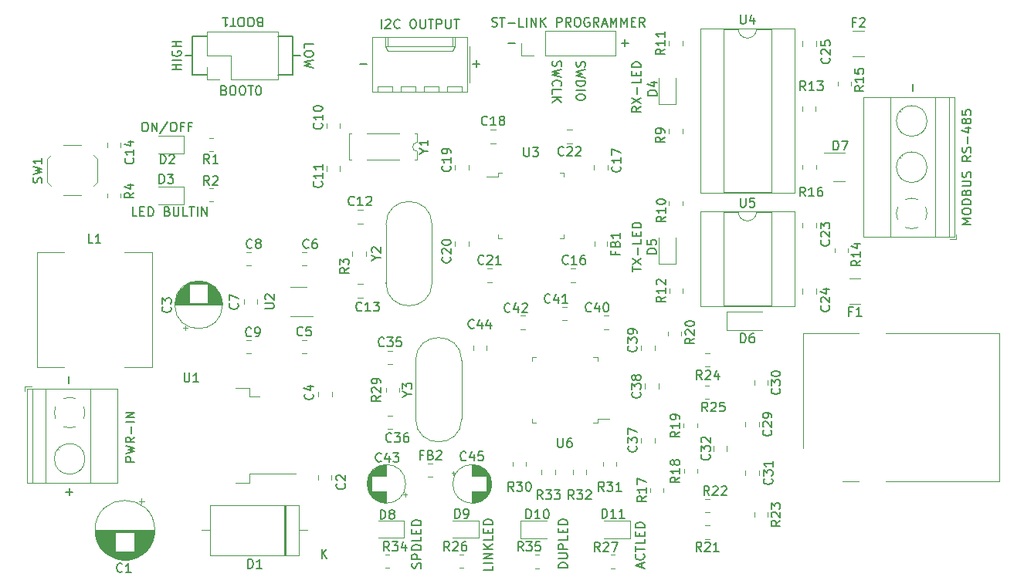
<source format=gbr>
%TF.GenerationSoftware,KiCad,Pcbnew,(6.0.11)*%
%TF.CreationDate,2024-04-30T16:24:35+07:00*%
%TF.ProjectId,Oxygen Monitoring,4f787967-656e-4204-9d6f-6e69746f7269,rev?*%
%TF.SameCoordinates,Original*%
%TF.FileFunction,Legend,Top*%
%TF.FilePolarity,Positive*%
%FSLAX46Y46*%
G04 Gerber Fmt 4.6, Leading zero omitted, Abs format (unit mm)*
G04 Created by KiCad (PCBNEW (6.0.11)) date 2024-04-30 16:24:35*
%MOMM*%
%LPD*%
G01*
G04 APERTURE LIST*
%ADD10C,0.150000*%
%ADD11C,0.120000*%
G04 APERTURE END LIST*
D10*
X82802380Y-161238095D02*
X82802380Y-160666666D01*
X83802380Y-160952380D02*
X82802380Y-160952380D01*
X82802380Y-160428571D02*
X83802380Y-159761904D01*
X82802380Y-159761904D02*
X83802380Y-160428571D01*
X83421428Y-159380952D02*
X83421428Y-158619047D01*
X83802380Y-157666666D02*
X83802380Y-158142857D01*
X82802380Y-158142857D01*
X83278571Y-157333333D02*
X83278571Y-157000000D01*
X83802380Y-156857142D02*
X83802380Y-157333333D01*
X82802380Y-157333333D01*
X82802380Y-156857142D01*
X83802380Y-156428571D02*
X82802380Y-156428571D01*
X82802380Y-156190476D01*
X82850000Y-156047619D01*
X82945238Y-155952380D01*
X83040476Y-155904761D01*
X83230952Y-155857142D01*
X83373809Y-155857142D01*
X83564285Y-155904761D01*
X83659523Y-155952380D01*
X83754761Y-156047619D01*
X83802380Y-156190476D01*
X83802380Y-156428571D01*
X83752380Y-143142857D02*
X83276190Y-143476190D01*
X83752380Y-143714285D02*
X82752380Y-143714285D01*
X82752380Y-143333333D01*
X82800000Y-143238095D01*
X82847619Y-143190476D01*
X82942857Y-143142857D01*
X83085714Y-143142857D01*
X83180952Y-143190476D01*
X83228571Y-143238095D01*
X83276190Y-143333333D01*
X83276190Y-143714285D01*
X82752380Y-142809523D02*
X83752380Y-142142857D01*
X82752380Y-142142857D02*
X83752380Y-142809523D01*
X83371428Y-141761904D02*
X83371428Y-141000000D01*
X83752380Y-140047619D02*
X83752380Y-140523809D01*
X82752380Y-140523809D01*
X83228571Y-139714285D02*
X83228571Y-139380952D01*
X83752380Y-139238095D02*
X83752380Y-139714285D01*
X82752380Y-139714285D01*
X82752380Y-139238095D01*
X83752380Y-138809523D02*
X82752380Y-138809523D01*
X82752380Y-138571428D01*
X82800000Y-138428571D01*
X82895238Y-138333333D01*
X82990476Y-138285714D01*
X83180952Y-138238095D01*
X83323809Y-138238095D01*
X83514285Y-138285714D01*
X83609523Y-138333333D01*
X83704761Y-138428571D01*
X83752380Y-138571428D01*
X83752380Y-138809523D01*
X83866666Y-193726190D02*
X83866666Y-193250000D01*
X84152380Y-193821428D02*
X83152380Y-193488095D01*
X84152380Y-193154761D01*
X84057142Y-192250000D02*
X84104761Y-192297619D01*
X84152380Y-192440476D01*
X84152380Y-192535714D01*
X84104761Y-192678571D01*
X84009523Y-192773809D01*
X83914285Y-192821428D01*
X83723809Y-192869047D01*
X83580952Y-192869047D01*
X83390476Y-192821428D01*
X83295238Y-192773809D01*
X83200000Y-192678571D01*
X83152380Y-192535714D01*
X83152380Y-192440476D01*
X83200000Y-192297619D01*
X83247619Y-192250000D01*
X83152380Y-191964285D02*
X83152380Y-191392857D01*
X84152380Y-191678571D02*
X83152380Y-191678571D01*
X84152380Y-190583333D02*
X84152380Y-191059523D01*
X83152380Y-191059523D01*
X83628571Y-190250000D02*
X83628571Y-189916666D01*
X84152380Y-189773809D02*
X84152380Y-190250000D01*
X83152380Y-190250000D01*
X83152380Y-189773809D01*
X84152380Y-189345238D02*
X83152380Y-189345238D01*
X83152380Y-189107142D01*
X83200000Y-188964285D01*
X83295238Y-188869047D01*
X83390476Y-188821428D01*
X83580952Y-188773809D01*
X83723809Y-188773809D01*
X83914285Y-188821428D01*
X84009523Y-188869047D01*
X84104761Y-188964285D01*
X84152380Y-189107142D01*
X84152380Y-189345238D01*
X75702380Y-193742857D02*
X74702380Y-193742857D01*
X74702380Y-193504761D01*
X74750000Y-193361904D01*
X74845238Y-193266666D01*
X74940476Y-193219047D01*
X75130952Y-193171428D01*
X75273809Y-193171428D01*
X75464285Y-193219047D01*
X75559523Y-193266666D01*
X75654761Y-193361904D01*
X75702380Y-193504761D01*
X75702380Y-193742857D01*
X74702380Y-192742857D02*
X75511904Y-192742857D01*
X75607142Y-192695238D01*
X75654761Y-192647619D01*
X75702380Y-192552380D01*
X75702380Y-192361904D01*
X75654761Y-192266666D01*
X75607142Y-192219047D01*
X75511904Y-192171428D01*
X74702380Y-192171428D01*
X75702380Y-191695238D02*
X74702380Y-191695238D01*
X74702380Y-191314285D01*
X74750000Y-191219047D01*
X74797619Y-191171428D01*
X74892857Y-191123809D01*
X75035714Y-191123809D01*
X75130952Y-191171428D01*
X75178571Y-191219047D01*
X75226190Y-191314285D01*
X75226190Y-191695238D01*
X75702380Y-190219047D02*
X75702380Y-190695238D01*
X74702380Y-190695238D01*
X75178571Y-189885714D02*
X75178571Y-189552380D01*
X75702380Y-189409523D02*
X75702380Y-189885714D01*
X74702380Y-189885714D01*
X74702380Y-189409523D01*
X75702380Y-188980952D02*
X74702380Y-188980952D01*
X74702380Y-188742857D01*
X74750000Y-188600000D01*
X74845238Y-188504761D01*
X74940476Y-188457142D01*
X75130952Y-188409523D01*
X75273809Y-188409523D01*
X75464285Y-188457142D01*
X75559523Y-188504761D01*
X75654761Y-188600000D01*
X75702380Y-188742857D01*
X75702380Y-188980952D01*
X67502380Y-193559523D02*
X67502380Y-194035714D01*
X66502380Y-194035714D01*
X67502380Y-193226190D02*
X66502380Y-193226190D01*
X67502380Y-192750000D02*
X66502380Y-192750000D01*
X67502380Y-192178571D01*
X66502380Y-192178571D01*
X67502380Y-191702380D02*
X66502380Y-191702380D01*
X67502380Y-191130952D02*
X66930952Y-191559523D01*
X66502380Y-191130952D02*
X67073809Y-191702380D01*
X67502380Y-190226190D02*
X67502380Y-190702380D01*
X66502380Y-190702380D01*
X66978571Y-189892857D02*
X66978571Y-189559523D01*
X67502380Y-189416666D02*
X67502380Y-189892857D01*
X66502380Y-189892857D01*
X66502380Y-189416666D01*
X67502380Y-188988095D02*
X66502380Y-188988095D01*
X66502380Y-188750000D01*
X66550000Y-188607142D01*
X66645238Y-188511904D01*
X66740476Y-188464285D01*
X66930952Y-188416666D01*
X67073809Y-188416666D01*
X67264285Y-188464285D01*
X67359523Y-188511904D01*
X67454761Y-188607142D01*
X67502380Y-188750000D01*
X67502380Y-188988095D01*
X59604761Y-193792857D02*
X59652380Y-193650000D01*
X59652380Y-193411904D01*
X59604761Y-193316666D01*
X59557142Y-193269047D01*
X59461904Y-193221428D01*
X59366666Y-193221428D01*
X59271428Y-193269047D01*
X59223809Y-193316666D01*
X59176190Y-193411904D01*
X59128571Y-193602380D01*
X59080952Y-193697619D01*
X59033333Y-193745238D01*
X58938095Y-193792857D01*
X58842857Y-193792857D01*
X58747619Y-193745238D01*
X58700000Y-193697619D01*
X58652380Y-193602380D01*
X58652380Y-193364285D01*
X58700000Y-193221428D01*
X59652380Y-192792857D02*
X58652380Y-192792857D01*
X58652380Y-192411904D01*
X58700000Y-192316666D01*
X58747619Y-192269047D01*
X58842857Y-192221428D01*
X58985714Y-192221428D01*
X59080952Y-192269047D01*
X59128571Y-192316666D01*
X59176190Y-192411904D01*
X59176190Y-192792857D01*
X59652380Y-191792857D02*
X58652380Y-191792857D01*
X58652380Y-191554761D01*
X58700000Y-191411904D01*
X58795238Y-191316666D01*
X58890476Y-191269047D01*
X59080952Y-191221428D01*
X59223809Y-191221428D01*
X59414285Y-191269047D01*
X59509523Y-191316666D01*
X59604761Y-191411904D01*
X59652380Y-191554761D01*
X59652380Y-191792857D01*
X59652380Y-190316666D02*
X59652380Y-190792857D01*
X58652380Y-190792857D01*
X59128571Y-189983333D02*
X59128571Y-189650000D01*
X59652380Y-189507142D02*
X59652380Y-189983333D01*
X58652380Y-189983333D01*
X58652380Y-189507142D01*
X59652380Y-189078571D02*
X58652380Y-189078571D01*
X58652380Y-188840476D01*
X58700000Y-188697619D01*
X58795238Y-188602380D01*
X58890476Y-188554761D01*
X59080952Y-188507142D01*
X59223809Y-188507142D01*
X59414285Y-188554761D01*
X59509523Y-188602380D01*
X59604761Y-188697619D01*
X59652380Y-188840476D01*
X59652380Y-189078571D01*
X45600000Y-139650000D02*
X45600000Y-135400000D01*
X44000000Y-139650000D02*
X45600000Y-139650000D01*
X36200000Y-135375000D02*
X34600000Y-135375000D01*
X45600000Y-135400000D02*
X44000000Y-135400000D01*
X45600000Y-137500000D02*
X46400000Y-137500000D01*
X33800000Y-137500000D02*
X34600000Y-137500000D01*
X34600000Y-135375000D02*
X34600000Y-139625000D01*
X34600000Y-139625000D02*
X36200000Y-139625000D01*
X69980952Y-136128571D02*
X69219047Y-136128571D01*
X74095238Y-138138095D02*
X74047619Y-138280952D01*
X74047619Y-138519047D01*
X74095238Y-138614285D01*
X74142857Y-138661904D01*
X74238095Y-138709523D01*
X74333333Y-138709523D01*
X74428571Y-138661904D01*
X74476190Y-138614285D01*
X74523809Y-138519047D01*
X74571428Y-138328571D01*
X74619047Y-138233333D01*
X74666666Y-138185714D01*
X74761904Y-138138095D01*
X74857142Y-138138095D01*
X74952380Y-138185714D01*
X75000000Y-138233333D01*
X75047619Y-138328571D01*
X75047619Y-138566666D01*
X75000000Y-138709523D01*
X75047619Y-139042857D02*
X74047619Y-139280952D01*
X74761904Y-139471428D01*
X74047619Y-139661904D01*
X75047619Y-139900000D01*
X74142857Y-140852380D02*
X74095238Y-140804761D01*
X74047619Y-140661904D01*
X74047619Y-140566666D01*
X74095238Y-140423809D01*
X74190476Y-140328571D01*
X74285714Y-140280952D01*
X74476190Y-140233333D01*
X74619047Y-140233333D01*
X74809523Y-140280952D01*
X74904761Y-140328571D01*
X75000000Y-140423809D01*
X75047619Y-140566666D01*
X75047619Y-140661904D01*
X75000000Y-140804761D01*
X74952380Y-140852380D01*
X74047619Y-141757142D02*
X74047619Y-141280952D01*
X75047619Y-141280952D01*
X74047619Y-142090476D02*
X75047619Y-142090476D01*
X74047619Y-142661904D02*
X74619047Y-142233333D01*
X75047619Y-142661904D02*
X74476190Y-142090476D01*
X28504761Y-155152380D02*
X28028571Y-155152380D01*
X28028571Y-154152380D01*
X28838095Y-154628571D02*
X29171428Y-154628571D01*
X29314285Y-155152380D02*
X28838095Y-155152380D01*
X28838095Y-154152380D01*
X29314285Y-154152380D01*
X29742857Y-155152380D02*
X29742857Y-154152380D01*
X29980952Y-154152380D01*
X30123809Y-154200000D01*
X30219047Y-154295238D01*
X30266666Y-154390476D01*
X30314285Y-154580952D01*
X30314285Y-154723809D01*
X30266666Y-154914285D01*
X30219047Y-155009523D01*
X30123809Y-155104761D01*
X29980952Y-155152380D01*
X29742857Y-155152380D01*
X31838095Y-154628571D02*
X31980952Y-154676190D01*
X32028571Y-154723809D01*
X32076190Y-154819047D01*
X32076190Y-154961904D01*
X32028571Y-155057142D01*
X31980952Y-155104761D01*
X31885714Y-155152380D01*
X31504761Y-155152380D01*
X31504761Y-154152380D01*
X31838095Y-154152380D01*
X31933333Y-154200000D01*
X31980952Y-154247619D01*
X32028571Y-154342857D01*
X32028571Y-154438095D01*
X31980952Y-154533333D01*
X31933333Y-154580952D01*
X31838095Y-154628571D01*
X31504761Y-154628571D01*
X32504761Y-154152380D02*
X32504761Y-154961904D01*
X32552380Y-155057142D01*
X32600000Y-155104761D01*
X32695238Y-155152380D01*
X32885714Y-155152380D01*
X32980952Y-155104761D01*
X33028571Y-155057142D01*
X33076190Y-154961904D01*
X33076190Y-154152380D01*
X34028571Y-155152380D02*
X33552380Y-155152380D01*
X33552380Y-154152380D01*
X34219047Y-154152380D02*
X34790476Y-154152380D01*
X34504761Y-155152380D02*
X34504761Y-154152380D01*
X35123809Y-155152380D02*
X35123809Y-154152380D01*
X35600000Y-155152380D02*
X35600000Y-154152380D01*
X36171428Y-155152380D01*
X36171428Y-154152380D01*
X76695238Y-138180952D02*
X76647619Y-138323809D01*
X76647619Y-138561904D01*
X76695238Y-138657142D01*
X76742857Y-138704761D01*
X76838095Y-138752380D01*
X76933333Y-138752380D01*
X77028571Y-138704761D01*
X77076190Y-138657142D01*
X77123809Y-138561904D01*
X77171428Y-138371428D01*
X77219047Y-138276190D01*
X77266666Y-138228571D01*
X77361904Y-138180952D01*
X77457142Y-138180952D01*
X77552380Y-138228571D01*
X77600000Y-138276190D01*
X77647619Y-138371428D01*
X77647619Y-138609523D01*
X77600000Y-138752380D01*
X77647619Y-139085714D02*
X76647619Y-139323809D01*
X77361904Y-139514285D01*
X76647619Y-139704761D01*
X77647619Y-139942857D01*
X76647619Y-140323809D02*
X77647619Y-140323809D01*
X77647619Y-140561904D01*
X77600000Y-140704761D01*
X77504761Y-140800000D01*
X77409523Y-140847619D01*
X77219047Y-140895238D01*
X77076190Y-140895238D01*
X76885714Y-140847619D01*
X76790476Y-140800000D01*
X76695238Y-140704761D01*
X76647619Y-140561904D01*
X76647619Y-140323809D01*
X76647619Y-141323809D02*
X77647619Y-141323809D01*
X77647619Y-141990476D02*
X77647619Y-142180952D01*
X77600000Y-142276190D01*
X77504761Y-142371428D01*
X77314285Y-142419047D01*
X76980952Y-142419047D01*
X76790476Y-142371428D01*
X76695238Y-142276190D01*
X76647619Y-142180952D01*
X76647619Y-141990476D01*
X76695238Y-141895238D01*
X76790476Y-141800000D01*
X76980952Y-141752380D01*
X77314285Y-141752380D01*
X77504761Y-141800000D01*
X77600000Y-141895238D01*
X77647619Y-141990476D01*
X113571428Y-141380952D02*
X113571428Y-140619047D01*
X55309523Y-134552380D02*
X55309523Y-133552380D01*
X55738095Y-133647619D02*
X55785714Y-133600000D01*
X55880952Y-133552380D01*
X56119047Y-133552380D01*
X56214285Y-133600000D01*
X56261904Y-133647619D01*
X56309523Y-133742857D01*
X56309523Y-133838095D01*
X56261904Y-133980952D01*
X55690476Y-134552380D01*
X56309523Y-134552380D01*
X57309523Y-134457142D02*
X57261904Y-134504761D01*
X57119047Y-134552380D01*
X57023809Y-134552380D01*
X56880952Y-134504761D01*
X56785714Y-134409523D01*
X56738095Y-134314285D01*
X56690476Y-134123809D01*
X56690476Y-133980952D01*
X56738095Y-133790476D01*
X56785714Y-133695238D01*
X56880952Y-133600000D01*
X57023809Y-133552380D01*
X57119047Y-133552380D01*
X57261904Y-133600000D01*
X57309523Y-133647619D01*
X58690476Y-133552380D02*
X58880952Y-133552380D01*
X58976190Y-133600000D01*
X59071428Y-133695238D01*
X59119047Y-133885714D01*
X59119047Y-134219047D01*
X59071428Y-134409523D01*
X58976190Y-134504761D01*
X58880952Y-134552380D01*
X58690476Y-134552380D01*
X58595238Y-134504761D01*
X58499999Y-134409523D01*
X58452380Y-134219047D01*
X58452380Y-133885714D01*
X58499999Y-133695238D01*
X58595238Y-133600000D01*
X58690476Y-133552380D01*
X59547619Y-133552380D02*
X59547619Y-134361904D01*
X59595238Y-134457142D01*
X59642857Y-134504761D01*
X59738095Y-134552380D01*
X59928571Y-134552380D01*
X60023809Y-134504761D01*
X60071428Y-134457142D01*
X60119047Y-134361904D01*
X60119047Y-133552380D01*
X60452380Y-133552380D02*
X61023809Y-133552380D01*
X60738095Y-134552380D02*
X60738095Y-133552380D01*
X61357142Y-134552380D02*
X61357142Y-133552380D01*
X61738095Y-133552380D01*
X61833333Y-133600000D01*
X61880952Y-133647619D01*
X61928571Y-133742857D01*
X61928571Y-133885714D01*
X61880952Y-133980952D01*
X61833333Y-134028571D01*
X61738095Y-134076190D01*
X61357142Y-134076190D01*
X62357142Y-133552380D02*
X62357142Y-134361904D01*
X62404761Y-134457142D01*
X62452380Y-134504761D01*
X62547619Y-134552380D01*
X62738095Y-134552380D01*
X62833333Y-134504761D01*
X62880952Y-134457142D01*
X62928571Y-134361904D01*
X62928571Y-133552380D01*
X63261904Y-133552380D02*
X63833333Y-133552380D01*
X63547619Y-134552380D02*
X63547619Y-133552380D01*
X28252380Y-182114285D02*
X27252380Y-182114285D01*
X27252380Y-181733333D01*
X27300000Y-181638095D01*
X27347619Y-181590476D01*
X27442857Y-181542857D01*
X27585714Y-181542857D01*
X27680952Y-181590476D01*
X27728571Y-181638095D01*
X27776190Y-181733333D01*
X27776190Y-182114285D01*
X27252380Y-181209523D02*
X28252380Y-180971428D01*
X27538095Y-180780952D01*
X28252380Y-180590476D01*
X27252380Y-180352380D01*
X28252380Y-179400000D02*
X27776190Y-179733333D01*
X28252380Y-179971428D02*
X27252380Y-179971428D01*
X27252380Y-179590476D01*
X27300000Y-179495238D01*
X27347619Y-179447619D01*
X27442857Y-179400000D01*
X27585714Y-179400000D01*
X27680952Y-179447619D01*
X27728571Y-179495238D01*
X27776190Y-179590476D01*
X27776190Y-179971428D01*
X27871428Y-178971428D02*
X27871428Y-178209523D01*
X28252380Y-177733333D02*
X27252380Y-177733333D01*
X28252380Y-177257142D02*
X27252380Y-177257142D01*
X28252380Y-176685714D01*
X27252380Y-176685714D01*
X21028571Y-172719047D02*
X21028571Y-173480952D01*
X29276190Y-144852380D02*
X29466666Y-144852380D01*
X29561904Y-144900000D01*
X29657142Y-144995238D01*
X29704761Y-145185714D01*
X29704761Y-145519047D01*
X29657142Y-145709523D01*
X29561904Y-145804761D01*
X29466666Y-145852380D01*
X29276190Y-145852380D01*
X29180952Y-145804761D01*
X29085714Y-145709523D01*
X29038095Y-145519047D01*
X29038095Y-145185714D01*
X29085714Y-144995238D01*
X29180952Y-144900000D01*
X29276190Y-144852380D01*
X30133333Y-145852380D02*
X30133333Y-144852380D01*
X30704761Y-145852380D01*
X30704761Y-144852380D01*
X31895238Y-144804761D02*
X31038095Y-146090476D01*
X32419047Y-144852380D02*
X32609523Y-144852380D01*
X32704761Y-144900000D01*
X32800000Y-144995238D01*
X32847619Y-145185714D01*
X32847619Y-145519047D01*
X32800000Y-145709523D01*
X32704761Y-145804761D01*
X32609523Y-145852380D01*
X32419047Y-145852380D01*
X32323809Y-145804761D01*
X32228571Y-145709523D01*
X32180952Y-145519047D01*
X32180952Y-145185714D01*
X32228571Y-144995238D01*
X32323809Y-144900000D01*
X32419047Y-144852380D01*
X33609523Y-145328571D02*
X33276190Y-145328571D01*
X33276190Y-145852380D02*
X33276190Y-144852380D01*
X33752380Y-144852380D01*
X34466666Y-145328571D02*
X34133333Y-145328571D01*
X34133333Y-145852380D02*
X34133333Y-144852380D01*
X34609523Y-144852380D01*
X41933333Y-133871428D02*
X41790476Y-133823809D01*
X41742857Y-133776190D01*
X41695238Y-133680952D01*
X41695238Y-133538095D01*
X41742857Y-133442857D01*
X41790476Y-133395238D01*
X41885714Y-133347619D01*
X42266666Y-133347619D01*
X42266666Y-134347619D01*
X41933333Y-134347619D01*
X41838095Y-134300000D01*
X41790476Y-134252380D01*
X41742857Y-134157142D01*
X41742857Y-134061904D01*
X41790476Y-133966666D01*
X41838095Y-133919047D01*
X41933333Y-133871428D01*
X42266666Y-133871428D01*
X41076190Y-134347619D02*
X40885714Y-134347619D01*
X40790476Y-134300000D01*
X40695238Y-134204761D01*
X40647619Y-134014285D01*
X40647619Y-133680952D01*
X40695238Y-133490476D01*
X40790476Y-133395238D01*
X40885714Y-133347619D01*
X41076190Y-133347619D01*
X41171428Y-133395238D01*
X41266666Y-133490476D01*
X41314285Y-133680952D01*
X41314285Y-134014285D01*
X41266666Y-134204761D01*
X41171428Y-134300000D01*
X41076190Y-134347619D01*
X40028571Y-134347619D02*
X39838095Y-134347619D01*
X39742857Y-134300000D01*
X39647619Y-134204761D01*
X39600000Y-134014285D01*
X39600000Y-133680952D01*
X39647619Y-133490476D01*
X39742857Y-133395238D01*
X39838095Y-133347619D01*
X40028571Y-133347619D01*
X40123809Y-133395238D01*
X40219047Y-133490476D01*
X40266666Y-133680952D01*
X40266666Y-134014285D01*
X40219047Y-134204761D01*
X40123809Y-134300000D01*
X40028571Y-134347619D01*
X39314285Y-134347619D02*
X38742857Y-134347619D01*
X39028571Y-133347619D02*
X39028571Y-134347619D01*
X37885714Y-133347619D02*
X38457142Y-133347619D01*
X38171428Y-133347619D02*
X38171428Y-134347619D01*
X38266666Y-134204761D01*
X38361904Y-134109523D01*
X38457142Y-134061904D01*
X53680952Y-138428571D02*
X52919047Y-138428571D01*
X33352380Y-139072619D02*
X32352380Y-139072619D01*
X32828571Y-139072619D02*
X32828571Y-138501190D01*
X33352380Y-138501190D02*
X32352380Y-138501190D01*
X33352380Y-138025000D02*
X32352380Y-138025000D01*
X32400000Y-137025000D02*
X32352380Y-137120238D01*
X32352380Y-137263095D01*
X32400000Y-137405952D01*
X32495238Y-137501190D01*
X32590476Y-137548809D01*
X32780952Y-137596428D01*
X32923809Y-137596428D01*
X33114285Y-137548809D01*
X33209523Y-137501190D01*
X33304761Y-137405952D01*
X33352380Y-137263095D01*
X33352380Y-137167857D01*
X33304761Y-137025000D01*
X33257142Y-136977380D01*
X32923809Y-136977380D01*
X32923809Y-137167857D01*
X33352380Y-136548809D02*
X32352380Y-136548809D01*
X32828571Y-136548809D02*
X32828571Y-135977380D01*
X33352380Y-135977380D02*
X32352380Y-135977380D01*
X66080952Y-138434571D02*
X65319047Y-138434571D01*
X65700000Y-138053619D02*
X65700000Y-138815523D01*
X82380952Y-136128571D02*
X81619047Y-136128571D01*
X82000000Y-135747619D02*
X82000000Y-136509523D01*
X21480952Y-185428571D02*
X20719047Y-185428571D01*
X21100000Y-185047619D02*
X21100000Y-185809523D01*
X119952380Y-156061904D02*
X118952380Y-156061904D01*
X119666666Y-155728571D01*
X118952380Y-155395238D01*
X119952380Y-155395238D01*
X118952380Y-154728571D02*
X118952380Y-154538095D01*
X119000000Y-154442857D01*
X119095238Y-154347619D01*
X119285714Y-154300000D01*
X119619047Y-154300000D01*
X119809523Y-154347619D01*
X119904761Y-154442857D01*
X119952380Y-154538095D01*
X119952380Y-154728571D01*
X119904761Y-154823809D01*
X119809523Y-154919047D01*
X119619047Y-154966666D01*
X119285714Y-154966666D01*
X119095238Y-154919047D01*
X119000000Y-154823809D01*
X118952380Y-154728571D01*
X119952380Y-153871428D02*
X118952380Y-153871428D01*
X118952380Y-153633333D01*
X119000000Y-153490476D01*
X119095238Y-153395238D01*
X119190476Y-153347619D01*
X119380952Y-153300000D01*
X119523809Y-153300000D01*
X119714285Y-153347619D01*
X119809523Y-153395238D01*
X119904761Y-153490476D01*
X119952380Y-153633333D01*
X119952380Y-153871428D01*
X119428571Y-152538095D02*
X119476190Y-152395238D01*
X119523809Y-152347619D01*
X119619047Y-152300000D01*
X119761904Y-152300000D01*
X119857142Y-152347619D01*
X119904761Y-152395238D01*
X119952380Y-152490476D01*
X119952380Y-152871428D01*
X118952380Y-152871428D01*
X118952380Y-152538095D01*
X119000000Y-152442857D01*
X119047619Y-152395238D01*
X119142857Y-152347619D01*
X119238095Y-152347619D01*
X119333333Y-152395238D01*
X119380952Y-152442857D01*
X119428571Y-152538095D01*
X119428571Y-152871428D01*
X118952380Y-151871428D02*
X119761904Y-151871428D01*
X119857142Y-151823809D01*
X119904761Y-151776190D01*
X119952380Y-151680952D01*
X119952380Y-151490476D01*
X119904761Y-151395238D01*
X119857142Y-151347619D01*
X119761904Y-151300000D01*
X118952380Y-151300000D01*
X119904761Y-150871428D02*
X119952380Y-150728571D01*
X119952380Y-150490476D01*
X119904761Y-150395238D01*
X119857142Y-150347619D01*
X119761904Y-150300000D01*
X119666666Y-150300000D01*
X119571428Y-150347619D01*
X119523809Y-150395238D01*
X119476190Y-150490476D01*
X119428571Y-150680952D01*
X119380952Y-150776190D01*
X119333333Y-150823809D01*
X119238095Y-150871428D01*
X119142857Y-150871428D01*
X119047619Y-150823809D01*
X119000000Y-150776190D01*
X118952380Y-150680952D01*
X118952380Y-150442857D01*
X119000000Y-150300000D01*
X119952380Y-148538095D02*
X119476190Y-148871428D01*
X119952380Y-149109523D02*
X118952380Y-149109523D01*
X118952380Y-148728571D01*
X119000000Y-148633333D01*
X119047619Y-148585714D01*
X119142857Y-148538095D01*
X119285714Y-148538095D01*
X119380952Y-148585714D01*
X119428571Y-148633333D01*
X119476190Y-148728571D01*
X119476190Y-149109523D01*
X119904761Y-148157142D02*
X119952380Y-148014285D01*
X119952380Y-147776190D01*
X119904761Y-147680952D01*
X119857142Y-147633333D01*
X119761904Y-147585714D01*
X119666666Y-147585714D01*
X119571428Y-147633333D01*
X119523809Y-147680952D01*
X119476190Y-147776190D01*
X119428571Y-147966666D01*
X119380952Y-148061904D01*
X119333333Y-148109523D01*
X119238095Y-148157142D01*
X119142857Y-148157142D01*
X119047619Y-148109523D01*
X119000000Y-148061904D01*
X118952380Y-147966666D01*
X118952380Y-147728571D01*
X119000000Y-147585714D01*
X119571428Y-147157142D02*
X119571428Y-146395238D01*
X119285714Y-145490476D02*
X119952380Y-145490476D01*
X118904761Y-145728571D02*
X119619047Y-145966666D01*
X119619047Y-145347619D01*
X119380952Y-144823809D02*
X119333333Y-144919047D01*
X119285714Y-144966666D01*
X119190476Y-145014285D01*
X119142857Y-145014285D01*
X119047619Y-144966666D01*
X119000000Y-144919047D01*
X118952380Y-144823809D01*
X118952380Y-144633333D01*
X119000000Y-144538095D01*
X119047619Y-144490476D01*
X119142857Y-144442857D01*
X119190476Y-144442857D01*
X119285714Y-144490476D01*
X119333333Y-144538095D01*
X119380952Y-144633333D01*
X119380952Y-144823809D01*
X119428571Y-144919047D01*
X119476190Y-144966666D01*
X119571428Y-145014285D01*
X119761904Y-145014285D01*
X119857142Y-144966666D01*
X119904761Y-144919047D01*
X119952380Y-144823809D01*
X119952380Y-144633333D01*
X119904761Y-144538095D01*
X119857142Y-144490476D01*
X119761904Y-144442857D01*
X119571428Y-144442857D01*
X119476190Y-144490476D01*
X119428571Y-144538095D01*
X119380952Y-144633333D01*
X118952380Y-143538095D02*
X118952380Y-144014285D01*
X119428571Y-144061904D01*
X119380952Y-144014285D01*
X119333333Y-143919047D01*
X119333333Y-143680952D01*
X119380952Y-143585714D01*
X119428571Y-143538095D01*
X119523809Y-143490476D01*
X119761904Y-143490476D01*
X119857142Y-143538095D01*
X119904761Y-143585714D01*
X119952380Y-143680952D01*
X119952380Y-143919047D01*
X119904761Y-144014285D01*
X119857142Y-144061904D01*
X38066666Y-141328571D02*
X38209523Y-141376190D01*
X38257142Y-141423809D01*
X38304761Y-141519047D01*
X38304761Y-141661904D01*
X38257142Y-141757142D01*
X38209523Y-141804761D01*
X38114285Y-141852380D01*
X37733333Y-141852380D01*
X37733333Y-140852380D01*
X38066666Y-140852380D01*
X38161904Y-140900000D01*
X38209523Y-140947619D01*
X38257142Y-141042857D01*
X38257142Y-141138095D01*
X38209523Y-141233333D01*
X38161904Y-141280952D01*
X38066666Y-141328571D01*
X37733333Y-141328571D01*
X38923809Y-140852380D02*
X39114285Y-140852380D01*
X39209523Y-140900000D01*
X39304761Y-140995238D01*
X39352380Y-141185714D01*
X39352380Y-141519047D01*
X39304761Y-141709523D01*
X39209523Y-141804761D01*
X39114285Y-141852380D01*
X38923809Y-141852380D01*
X38828571Y-141804761D01*
X38733333Y-141709523D01*
X38685714Y-141519047D01*
X38685714Y-141185714D01*
X38733333Y-140995238D01*
X38828571Y-140900000D01*
X38923809Y-140852380D01*
X39971428Y-140852380D02*
X40161904Y-140852380D01*
X40257142Y-140900000D01*
X40352380Y-140995238D01*
X40400000Y-141185714D01*
X40400000Y-141519047D01*
X40352380Y-141709523D01*
X40257142Y-141804761D01*
X40161904Y-141852380D01*
X39971428Y-141852380D01*
X39876190Y-141804761D01*
X39780952Y-141709523D01*
X39733333Y-141519047D01*
X39733333Y-141185714D01*
X39780952Y-140995238D01*
X39876190Y-140900000D01*
X39971428Y-140852380D01*
X40685714Y-140852380D02*
X41257142Y-140852380D01*
X40971428Y-141852380D02*
X40971428Y-140852380D01*
X41780952Y-140852380D02*
X41876190Y-140852380D01*
X41971428Y-140900000D01*
X42019047Y-140947619D01*
X42066666Y-141042857D01*
X42114285Y-141233333D01*
X42114285Y-141471428D01*
X42066666Y-141661904D01*
X42019047Y-141757142D01*
X41971428Y-141804761D01*
X41876190Y-141852380D01*
X41780952Y-141852380D01*
X41685714Y-141804761D01*
X41638095Y-141757142D01*
X41590476Y-141661904D01*
X41542857Y-141471428D01*
X41542857Y-141233333D01*
X41590476Y-141042857D01*
X41638095Y-140947619D01*
X41685714Y-140900000D01*
X41780952Y-140852380D01*
X67419047Y-134304761D02*
X67561904Y-134352380D01*
X67800000Y-134352380D01*
X67895238Y-134304761D01*
X67942857Y-134257142D01*
X67990476Y-134161904D01*
X67990476Y-134066666D01*
X67942857Y-133971428D01*
X67895238Y-133923809D01*
X67800000Y-133876190D01*
X67609523Y-133828571D01*
X67514285Y-133780952D01*
X67466666Y-133733333D01*
X67419047Y-133638095D01*
X67419047Y-133542857D01*
X67466666Y-133447619D01*
X67514285Y-133400000D01*
X67609523Y-133352380D01*
X67847619Y-133352380D01*
X67990476Y-133400000D01*
X68276190Y-133352380D02*
X68847619Y-133352380D01*
X68561904Y-134352380D02*
X68561904Y-133352380D01*
X69180952Y-133971428D02*
X69942857Y-133971428D01*
X70895238Y-134352380D02*
X70419047Y-134352380D01*
X70419047Y-133352380D01*
X71228571Y-134352380D02*
X71228571Y-133352380D01*
X71704761Y-134352380D02*
X71704761Y-133352380D01*
X72276190Y-134352380D01*
X72276190Y-133352380D01*
X72752380Y-134352380D02*
X72752380Y-133352380D01*
X73323809Y-134352380D02*
X72895238Y-133780952D01*
X73323809Y-133352380D02*
X72752380Y-133923809D01*
X74514285Y-134352380D02*
X74514285Y-133352380D01*
X74895238Y-133352380D01*
X74990476Y-133400000D01*
X75038095Y-133447619D01*
X75085714Y-133542857D01*
X75085714Y-133685714D01*
X75038095Y-133780952D01*
X74990476Y-133828571D01*
X74895238Y-133876190D01*
X74514285Y-133876190D01*
X76085714Y-134352380D02*
X75752380Y-133876190D01*
X75514285Y-134352380D02*
X75514285Y-133352380D01*
X75895238Y-133352380D01*
X75990476Y-133400000D01*
X76038095Y-133447619D01*
X76085714Y-133542857D01*
X76085714Y-133685714D01*
X76038095Y-133780952D01*
X75990476Y-133828571D01*
X75895238Y-133876190D01*
X75514285Y-133876190D01*
X76704761Y-133352380D02*
X76895238Y-133352380D01*
X76990476Y-133400000D01*
X77085714Y-133495238D01*
X77133333Y-133685714D01*
X77133333Y-134019047D01*
X77085714Y-134209523D01*
X76990476Y-134304761D01*
X76895238Y-134352380D01*
X76704761Y-134352380D01*
X76609523Y-134304761D01*
X76514285Y-134209523D01*
X76466666Y-134019047D01*
X76466666Y-133685714D01*
X76514285Y-133495238D01*
X76609523Y-133400000D01*
X76704761Y-133352380D01*
X78085714Y-133400000D02*
X77990476Y-133352380D01*
X77847619Y-133352380D01*
X77704761Y-133400000D01*
X77609523Y-133495238D01*
X77561904Y-133590476D01*
X77514285Y-133780952D01*
X77514285Y-133923809D01*
X77561904Y-134114285D01*
X77609523Y-134209523D01*
X77704761Y-134304761D01*
X77847619Y-134352380D01*
X77942857Y-134352380D01*
X78085714Y-134304761D01*
X78133333Y-134257142D01*
X78133333Y-133923809D01*
X77942857Y-133923809D01*
X79133333Y-134352380D02*
X78800000Y-133876190D01*
X78561904Y-134352380D02*
X78561904Y-133352380D01*
X78942857Y-133352380D01*
X79038095Y-133400000D01*
X79085714Y-133447619D01*
X79133333Y-133542857D01*
X79133333Y-133685714D01*
X79085714Y-133780952D01*
X79038095Y-133828571D01*
X78942857Y-133876190D01*
X78561904Y-133876190D01*
X79514285Y-134066666D02*
X79990476Y-134066666D01*
X79419047Y-134352380D02*
X79752380Y-133352380D01*
X80085714Y-134352380D01*
X80419047Y-134352380D02*
X80419047Y-133352380D01*
X80752380Y-134066666D01*
X81085714Y-133352380D01*
X81085714Y-134352380D01*
X81561904Y-134352380D02*
X81561904Y-133352380D01*
X81895238Y-134066666D01*
X82228571Y-133352380D01*
X82228571Y-134352380D01*
X82704761Y-133828571D02*
X83038095Y-133828571D01*
X83180952Y-134352380D02*
X82704761Y-134352380D01*
X82704761Y-133352380D01*
X83180952Y-133352380D01*
X84180952Y-134352380D02*
X83847619Y-133876190D01*
X83609523Y-134352380D02*
X83609523Y-133352380D01*
X83990476Y-133352380D01*
X84085714Y-133400000D01*
X84133333Y-133447619D01*
X84180952Y-133542857D01*
X84180952Y-133685714D01*
X84133333Y-133780952D01*
X84085714Y-133828571D01*
X83990476Y-133876190D01*
X83609523Y-133876190D01*
X46847619Y-136714285D02*
X46847619Y-136238095D01*
X47847619Y-136238095D01*
X47847619Y-137238095D02*
X47847619Y-137428571D01*
X47800000Y-137523809D01*
X47704761Y-137619047D01*
X47514285Y-137666666D01*
X47180952Y-137666666D01*
X46990476Y-137619047D01*
X46895238Y-137523809D01*
X46847619Y-137428571D01*
X46847619Y-137238095D01*
X46895238Y-137142857D01*
X46990476Y-137047619D01*
X47180952Y-137000000D01*
X47514285Y-137000000D01*
X47704761Y-137047619D01*
X47800000Y-137142857D01*
X47847619Y-137238095D01*
X47847619Y-138000000D02*
X46847619Y-138238095D01*
X47561904Y-138428571D01*
X46847619Y-138619047D01*
X47847619Y-138857142D01*
%TO.C,FB2*%
X59853666Y-181355171D02*
X59520333Y-181355171D01*
X59520333Y-181878980D02*
X59520333Y-180878980D01*
X59996523Y-180878980D01*
X60710809Y-181355171D02*
X60853666Y-181402790D01*
X60901285Y-181450409D01*
X60948904Y-181545647D01*
X60948904Y-181688504D01*
X60901285Y-181783742D01*
X60853666Y-181831361D01*
X60758428Y-181878980D01*
X60377476Y-181878980D01*
X60377476Y-180878980D01*
X60710809Y-180878980D01*
X60806047Y-180926600D01*
X60853666Y-180974219D01*
X60901285Y-181069457D01*
X60901285Y-181164695D01*
X60853666Y-181259933D01*
X60806047Y-181307552D01*
X60710809Y-181355171D01*
X60377476Y-181355171D01*
X61329857Y-180974219D02*
X61377476Y-180926600D01*
X61472714Y-180878980D01*
X61710809Y-180878980D01*
X61806047Y-180926600D01*
X61853666Y-180974219D01*
X61901285Y-181069457D01*
X61901285Y-181164695D01*
X61853666Y-181307552D01*
X61282238Y-181878980D01*
X61901285Y-181878980D01*
%TO.C,SW1*%
X18047961Y-151467133D02*
X18095580Y-151324276D01*
X18095580Y-151086180D01*
X18047961Y-150990942D01*
X18000342Y-150943323D01*
X17905104Y-150895704D01*
X17809866Y-150895704D01*
X17714628Y-150943323D01*
X17667009Y-150990942D01*
X17619390Y-151086180D01*
X17571771Y-151276657D01*
X17524152Y-151371895D01*
X17476533Y-151419514D01*
X17381295Y-151467133D01*
X17286057Y-151467133D01*
X17190819Y-151419514D01*
X17143200Y-151371895D01*
X17095580Y-151276657D01*
X17095580Y-151038561D01*
X17143200Y-150895704D01*
X17095580Y-150562371D02*
X18095580Y-150324276D01*
X17381295Y-150133800D01*
X18095580Y-149943323D01*
X17095580Y-149705228D01*
X18095580Y-148800466D02*
X18095580Y-149371895D01*
X18095580Y-149086180D02*
X17095580Y-149086180D01*
X17238438Y-149181419D01*
X17333676Y-149276657D01*
X17381295Y-149371895D01*
%TO.C,C35*%
X55603342Y-169363142D02*
X55555723Y-169410761D01*
X55412866Y-169458380D01*
X55317628Y-169458380D01*
X55174771Y-169410761D01*
X55079533Y-169315523D01*
X55031914Y-169220285D01*
X54984295Y-169029809D01*
X54984295Y-168886952D01*
X55031914Y-168696476D01*
X55079533Y-168601238D01*
X55174771Y-168506000D01*
X55317628Y-168458380D01*
X55412866Y-168458380D01*
X55555723Y-168506000D01*
X55603342Y-168553619D01*
X55936676Y-168458380D02*
X56555723Y-168458380D01*
X56222390Y-168839333D01*
X56365247Y-168839333D01*
X56460485Y-168886952D01*
X56508104Y-168934571D01*
X56555723Y-169029809D01*
X56555723Y-169267904D01*
X56508104Y-169363142D01*
X56460485Y-169410761D01*
X56365247Y-169458380D01*
X56079533Y-169458380D01*
X55984295Y-169410761D01*
X55936676Y-169363142D01*
X57460485Y-168458380D02*
X56984295Y-168458380D01*
X56936676Y-168934571D01*
X56984295Y-168886952D01*
X57079533Y-168839333D01*
X57317628Y-168839333D01*
X57412866Y-168886952D01*
X57460485Y-168934571D01*
X57508104Y-169029809D01*
X57508104Y-169267904D01*
X57460485Y-169363142D01*
X57412866Y-169410761D01*
X57317628Y-169458380D01*
X57079533Y-169458380D01*
X56984295Y-169410761D01*
X56936676Y-169363142D01*
%TO.C,D6*%
X94696104Y-169024980D02*
X94696104Y-168024980D01*
X94934200Y-168024980D01*
X95077057Y-168072600D01*
X95172295Y-168167838D01*
X95219914Y-168263076D01*
X95267533Y-168453552D01*
X95267533Y-168596409D01*
X95219914Y-168786885D01*
X95172295Y-168882123D01*
X95077057Y-168977361D01*
X94934200Y-169024980D01*
X94696104Y-169024980D01*
X96124676Y-168024980D02*
X95934200Y-168024980D01*
X95838961Y-168072600D01*
X95791342Y-168120219D01*
X95696104Y-168263076D01*
X95648485Y-168453552D01*
X95648485Y-168834504D01*
X95696104Y-168929742D01*
X95743723Y-168977361D01*
X95838961Y-169024980D01*
X96029438Y-169024980D01*
X96124676Y-168977361D01*
X96172295Y-168929742D01*
X96219914Y-168834504D01*
X96219914Y-168596409D01*
X96172295Y-168501171D01*
X96124676Y-168453552D01*
X96029438Y-168405933D01*
X95838961Y-168405933D01*
X95743723Y-168453552D01*
X95696104Y-168501171D01*
X95648485Y-168596409D01*
%TO.C,R29*%
X55225380Y-174881257D02*
X54749190Y-175214590D01*
X55225380Y-175452685D02*
X54225380Y-175452685D01*
X54225380Y-175071733D01*
X54273000Y-174976495D01*
X54320619Y-174928876D01*
X54415857Y-174881257D01*
X54558714Y-174881257D01*
X54653952Y-174928876D01*
X54701571Y-174976495D01*
X54749190Y-175071733D01*
X54749190Y-175452685D01*
X54320619Y-174500304D02*
X54273000Y-174452685D01*
X54225380Y-174357447D01*
X54225380Y-174119352D01*
X54273000Y-174024114D01*
X54320619Y-173976495D01*
X54415857Y-173928876D01*
X54511095Y-173928876D01*
X54653952Y-173976495D01*
X55225380Y-174547923D01*
X55225380Y-173928876D01*
X55225380Y-173452685D02*
X55225380Y-173262209D01*
X55177761Y-173166971D01*
X55130142Y-173119352D01*
X54987285Y-173024114D01*
X54796809Y-172976495D01*
X54415857Y-172976495D01*
X54320619Y-173024114D01*
X54273000Y-173071733D01*
X54225380Y-173166971D01*
X54225380Y-173357447D01*
X54273000Y-173452685D01*
X54320619Y-173500304D01*
X54415857Y-173547923D01*
X54653952Y-173547923D01*
X54749190Y-173500304D01*
X54796809Y-173452685D01*
X54844428Y-173357447D01*
X54844428Y-173166971D01*
X54796809Y-173071733D01*
X54749190Y-173024114D01*
X54653952Y-172976495D01*
%TO.C,D9*%
X63357504Y-188289380D02*
X63357504Y-187289380D01*
X63595600Y-187289380D01*
X63738457Y-187337000D01*
X63833695Y-187432238D01*
X63881314Y-187527476D01*
X63928933Y-187717952D01*
X63928933Y-187860809D01*
X63881314Y-188051285D01*
X63833695Y-188146523D01*
X63738457Y-188241761D01*
X63595600Y-188289380D01*
X63357504Y-188289380D01*
X64405123Y-188289380D02*
X64595600Y-188289380D01*
X64690838Y-188241761D01*
X64738457Y-188194142D01*
X64833695Y-188051285D01*
X64881314Y-187860809D01*
X64881314Y-187479857D01*
X64833695Y-187384619D01*
X64786076Y-187337000D01*
X64690838Y-187289380D01*
X64500361Y-187289380D01*
X64405123Y-187337000D01*
X64357504Y-187384619D01*
X64309885Y-187479857D01*
X64309885Y-187717952D01*
X64357504Y-187813190D01*
X64405123Y-187860809D01*
X64500361Y-187908428D01*
X64690838Y-187908428D01*
X64786076Y-187860809D01*
X64833695Y-187813190D01*
X64881314Y-187717952D01*
%TO.C,Y3*%
X58152790Y-174689190D02*
X58628980Y-174689190D01*
X57628980Y-175022523D02*
X58152790Y-174689190D01*
X57628980Y-174355857D01*
X57628980Y-174117761D02*
X57628980Y-173498714D01*
X58009933Y-173832047D01*
X58009933Y-173689190D01*
X58057552Y-173593952D01*
X58105171Y-173546333D01*
X58200409Y-173498714D01*
X58438504Y-173498714D01*
X58533742Y-173546333D01*
X58581361Y-173593952D01*
X58628980Y-173689190D01*
X58628980Y-173974904D01*
X58581361Y-174070142D01*
X58533742Y-174117761D01*
%TO.C,R26*%
X62752742Y-191889380D02*
X62419409Y-191413190D01*
X62181314Y-191889380D02*
X62181314Y-190889380D01*
X62562266Y-190889380D01*
X62657504Y-190937000D01*
X62705123Y-190984619D01*
X62752742Y-191079857D01*
X62752742Y-191222714D01*
X62705123Y-191317952D01*
X62657504Y-191365571D01*
X62562266Y-191413190D01*
X62181314Y-191413190D01*
X63133695Y-190984619D02*
X63181314Y-190937000D01*
X63276552Y-190889380D01*
X63514647Y-190889380D01*
X63609885Y-190937000D01*
X63657504Y-190984619D01*
X63705123Y-191079857D01*
X63705123Y-191175095D01*
X63657504Y-191317952D01*
X63086076Y-191889380D01*
X63705123Y-191889380D01*
X64562266Y-190889380D02*
X64371790Y-190889380D01*
X64276552Y-190937000D01*
X64228933Y-190984619D01*
X64133695Y-191127476D01*
X64086076Y-191317952D01*
X64086076Y-191698904D01*
X64133695Y-191794142D01*
X64181314Y-191841761D01*
X64276552Y-191889380D01*
X64467028Y-191889380D01*
X64562266Y-191841761D01*
X64609885Y-191794142D01*
X64657504Y-191698904D01*
X64657504Y-191460809D01*
X64609885Y-191365571D01*
X64562266Y-191317952D01*
X64467028Y-191270333D01*
X64276552Y-191270333D01*
X64181314Y-191317952D01*
X64133695Y-191365571D01*
X64086076Y-191460809D01*
%TO.C,C29*%
X98004742Y-178644357D02*
X98052361Y-178691976D01*
X98099980Y-178834833D01*
X98099980Y-178930071D01*
X98052361Y-179072928D01*
X97957123Y-179168166D01*
X97861885Y-179215785D01*
X97671409Y-179263404D01*
X97528552Y-179263404D01*
X97338076Y-179215785D01*
X97242838Y-179168166D01*
X97147600Y-179072928D01*
X97099980Y-178930071D01*
X97099980Y-178834833D01*
X97147600Y-178691976D01*
X97195219Y-178644357D01*
X97195219Y-178263404D02*
X97147600Y-178215785D01*
X97099980Y-178120547D01*
X97099980Y-177882452D01*
X97147600Y-177787214D01*
X97195219Y-177739595D01*
X97290457Y-177691976D01*
X97385695Y-177691976D01*
X97528552Y-177739595D01*
X98099980Y-178311023D01*
X98099980Y-177691976D01*
X98099980Y-177215785D02*
X98099980Y-177025309D01*
X98052361Y-176930071D01*
X98004742Y-176882452D01*
X97861885Y-176787214D01*
X97671409Y-176739595D01*
X97290457Y-176739595D01*
X97195219Y-176787214D01*
X97147600Y-176834833D01*
X97099980Y-176930071D01*
X97099980Y-177120547D01*
X97147600Y-177215785D01*
X97195219Y-177263404D01*
X97290457Y-177311023D01*
X97528552Y-177311023D01*
X97623790Y-177263404D01*
X97671409Y-177215785D01*
X97719028Y-177120547D01*
X97719028Y-176930071D01*
X97671409Y-176834833D01*
X97623790Y-176787214D01*
X97528552Y-176739595D01*
%TO.C,R17*%
X84329580Y-185879457D02*
X83853390Y-186212790D01*
X84329580Y-186450885D02*
X83329580Y-186450885D01*
X83329580Y-186069933D01*
X83377200Y-185974695D01*
X83424819Y-185927076D01*
X83520057Y-185879457D01*
X83662914Y-185879457D01*
X83758152Y-185927076D01*
X83805771Y-185974695D01*
X83853390Y-186069933D01*
X83853390Y-186450885D01*
X84329580Y-184927076D02*
X84329580Y-185498504D01*
X84329580Y-185212790D02*
X83329580Y-185212790D01*
X83472438Y-185308028D01*
X83567676Y-185403266D01*
X83615295Y-185498504D01*
X83329580Y-184593742D02*
X83329580Y-183927076D01*
X84329580Y-184355647D01*
%TO.C,C24*%
X104352742Y-164979857D02*
X104400361Y-165027476D01*
X104447980Y-165170333D01*
X104447980Y-165265571D01*
X104400361Y-165408428D01*
X104305123Y-165503666D01*
X104209885Y-165551285D01*
X104019409Y-165598904D01*
X103876552Y-165598904D01*
X103686076Y-165551285D01*
X103590838Y-165503666D01*
X103495600Y-165408428D01*
X103447980Y-165265571D01*
X103447980Y-165170333D01*
X103495600Y-165027476D01*
X103543219Y-164979857D01*
X103543219Y-164598904D02*
X103495600Y-164551285D01*
X103447980Y-164456047D01*
X103447980Y-164217952D01*
X103495600Y-164122714D01*
X103543219Y-164075095D01*
X103638457Y-164027476D01*
X103733695Y-164027476D01*
X103876552Y-164075095D01*
X104447980Y-164646523D01*
X104447980Y-164027476D01*
X103781314Y-163170333D02*
X104447980Y-163170333D01*
X103400361Y-163408428D02*
X104114647Y-163646523D01*
X104114647Y-163027476D01*
%TO.C,F2*%
X107267466Y-133857171D02*
X106934133Y-133857171D01*
X106934133Y-134380980D02*
X106934133Y-133380980D01*
X107410323Y-133380980D01*
X107743657Y-133476219D02*
X107791276Y-133428600D01*
X107886514Y-133380980D01*
X108124609Y-133380980D01*
X108219847Y-133428600D01*
X108267466Y-133476219D01*
X108315085Y-133571457D01*
X108315085Y-133666695D01*
X108267466Y-133809552D01*
X107696038Y-134380980D01*
X108315085Y-134380980D01*
%TO.C,C25*%
X104401942Y-137771857D02*
X104449561Y-137819476D01*
X104497180Y-137962333D01*
X104497180Y-138057571D01*
X104449561Y-138200428D01*
X104354323Y-138295666D01*
X104259085Y-138343285D01*
X104068609Y-138390904D01*
X103925752Y-138390904D01*
X103735276Y-138343285D01*
X103640038Y-138295666D01*
X103544800Y-138200428D01*
X103497180Y-138057571D01*
X103497180Y-137962333D01*
X103544800Y-137819476D01*
X103592419Y-137771857D01*
X103592419Y-137390904D02*
X103544800Y-137343285D01*
X103497180Y-137248047D01*
X103497180Y-137009952D01*
X103544800Y-136914714D01*
X103592419Y-136867095D01*
X103687657Y-136819476D01*
X103782895Y-136819476D01*
X103925752Y-136867095D01*
X104497180Y-137438523D01*
X104497180Y-136819476D01*
X103497180Y-135914714D02*
X103497180Y-136390904D01*
X103973371Y-136438523D01*
X103925752Y-136390904D01*
X103878133Y-136295666D01*
X103878133Y-136057571D01*
X103925752Y-135962333D01*
X103973371Y-135914714D01*
X104068609Y-135867095D01*
X104306704Y-135867095D01*
X104401942Y-135914714D01*
X104449561Y-135962333D01*
X104497180Y-136057571D01*
X104497180Y-136295666D01*
X104449561Y-136390904D01*
X104401942Y-136438523D01*
%TO.C,R19*%
X87987180Y-178806157D02*
X87510990Y-179139490D01*
X87987180Y-179377585D02*
X86987180Y-179377585D01*
X86987180Y-178996633D01*
X87034800Y-178901395D01*
X87082419Y-178853776D01*
X87177657Y-178806157D01*
X87320514Y-178806157D01*
X87415752Y-178853776D01*
X87463371Y-178901395D01*
X87510990Y-178996633D01*
X87510990Y-179377585D01*
X87987180Y-177853776D02*
X87987180Y-178425204D01*
X87987180Y-178139490D02*
X86987180Y-178139490D01*
X87130038Y-178234728D01*
X87225276Y-178329966D01*
X87272895Y-178425204D01*
X87987180Y-177377585D02*
X87987180Y-177187109D01*
X87939561Y-177091871D01*
X87891942Y-177044252D01*
X87749085Y-176949014D01*
X87558609Y-176901395D01*
X87177657Y-176901395D01*
X87082419Y-176949014D01*
X87034800Y-176996633D01*
X86987180Y-177091871D01*
X86987180Y-177282347D01*
X87034800Y-177377585D01*
X87082419Y-177425204D01*
X87177657Y-177472823D01*
X87415752Y-177472823D01*
X87510990Y-177425204D01*
X87558609Y-177377585D01*
X87606228Y-177282347D01*
X87606228Y-177091871D01*
X87558609Y-176996633D01*
X87510990Y-176949014D01*
X87415752Y-176901395D01*
%TO.C,R14*%
X107823580Y-160022257D02*
X107347390Y-160355590D01*
X107823580Y-160593685D02*
X106823580Y-160593685D01*
X106823580Y-160212733D01*
X106871200Y-160117495D01*
X106918819Y-160069876D01*
X107014057Y-160022257D01*
X107156914Y-160022257D01*
X107252152Y-160069876D01*
X107299771Y-160117495D01*
X107347390Y-160212733D01*
X107347390Y-160593685D01*
X107823580Y-159069876D02*
X107823580Y-159641304D01*
X107823580Y-159355590D02*
X106823580Y-159355590D01*
X106966438Y-159450828D01*
X107061676Y-159546066D01*
X107109295Y-159641304D01*
X107156914Y-158212733D02*
X107823580Y-158212733D01*
X106775961Y-158450828D02*
X107490247Y-158688923D01*
X107490247Y-158069876D01*
%TO.C,F1*%
X106911866Y-165607171D02*
X106578533Y-165607171D01*
X106578533Y-166130980D02*
X106578533Y-165130980D01*
X107054723Y-165130980D01*
X107959485Y-166130980D02*
X107388057Y-166130980D01*
X107673771Y-166130980D02*
X107673771Y-165130980D01*
X107578533Y-165273838D01*
X107483295Y-165369076D01*
X107388057Y-165416695D01*
%TO.C,D8*%
X55199104Y-188389380D02*
X55199104Y-187389380D01*
X55437200Y-187389380D01*
X55580057Y-187437000D01*
X55675295Y-187532238D01*
X55722914Y-187627476D01*
X55770533Y-187817952D01*
X55770533Y-187960809D01*
X55722914Y-188151285D01*
X55675295Y-188246523D01*
X55580057Y-188341761D01*
X55437200Y-188389380D01*
X55199104Y-188389380D01*
X56341961Y-187817952D02*
X56246723Y-187770333D01*
X56199104Y-187722714D01*
X56151485Y-187627476D01*
X56151485Y-187579857D01*
X56199104Y-187484619D01*
X56246723Y-187437000D01*
X56341961Y-187389380D01*
X56532438Y-187389380D01*
X56627676Y-187437000D01*
X56675295Y-187484619D01*
X56722914Y-187579857D01*
X56722914Y-187627476D01*
X56675295Y-187722714D01*
X56627676Y-187770333D01*
X56532438Y-187817952D01*
X56341961Y-187817952D01*
X56246723Y-187865571D01*
X56199104Y-187913190D01*
X56151485Y-188008428D01*
X56151485Y-188198904D01*
X56199104Y-188294142D01*
X56246723Y-188341761D01*
X56341961Y-188389380D01*
X56532438Y-188389380D01*
X56627676Y-188341761D01*
X56675295Y-188294142D01*
X56722914Y-188198904D01*
X56722914Y-188008428D01*
X56675295Y-187913190D01*
X56627676Y-187865571D01*
X56532438Y-187817952D01*
%TO.C,R20*%
X89612780Y-168556657D02*
X89136590Y-168889990D01*
X89612780Y-169128085D02*
X88612780Y-169128085D01*
X88612780Y-168747133D01*
X88660400Y-168651895D01*
X88708019Y-168604276D01*
X88803257Y-168556657D01*
X88946114Y-168556657D01*
X89041352Y-168604276D01*
X89088971Y-168651895D01*
X89136590Y-168747133D01*
X89136590Y-169128085D01*
X88708019Y-168175704D02*
X88660400Y-168128085D01*
X88612780Y-168032847D01*
X88612780Y-167794752D01*
X88660400Y-167699514D01*
X88708019Y-167651895D01*
X88803257Y-167604276D01*
X88898495Y-167604276D01*
X89041352Y-167651895D01*
X89612780Y-168223323D01*
X89612780Y-167604276D01*
X88612780Y-166985228D02*
X88612780Y-166889990D01*
X88660400Y-166794752D01*
X88708019Y-166747133D01*
X88803257Y-166699514D01*
X88993733Y-166651895D01*
X89231828Y-166651895D01*
X89422304Y-166699514D01*
X89517542Y-166747133D01*
X89565161Y-166794752D01*
X89612780Y-166889990D01*
X89612780Y-166985228D01*
X89565161Y-167080466D01*
X89517542Y-167128085D01*
X89422304Y-167175704D01*
X89231828Y-167223323D01*
X88993733Y-167223323D01*
X88803257Y-167175704D01*
X88708019Y-167128085D01*
X88660400Y-167080466D01*
X88612780Y-166985228D01*
%TO.C,R30*%
X69797742Y-185333380D02*
X69464409Y-184857190D01*
X69226314Y-185333380D02*
X69226314Y-184333380D01*
X69607266Y-184333380D01*
X69702504Y-184381000D01*
X69750123Y-184428619D01*
X69797742Y-184523857D01*
X69797742Y-184666714D01*
X69750123Y-184761952D01*
X69702504Y-184809571D01*
X69607266Y-184857190D01*
X69226314Y-184857190D01*
X70131076Y-184333380D02*
X70750123Y-184333380D01*
X70416790Y-184714333D01*
X70559647Y-184714333D01*
X70654885Y-184761952D01*
X70702504Y-184809571D01*
X70750123Y-184904809D01*
X70750123Y-185142904D01*
X70702504Y-185238142D01*
X70654885Y-185285761D01*
X70559647Y-185333380D01*
X70273933Y-185333380D01*
X70178695Y-185285761D01*
X70131076Y-185238142D01*
X71369171Y-184333380D02*
X71464409Y-184333380D01*
X71559647Y-184381000D01*
X71607266Y-184428619D01*
X71654885Y-184523857D01*
X71702504Y-184714333D01*
X71702504Y-184952428D01*
X71654885Y-185142904D01*
X71607266Y-185238142D01*
X71559647Y-185285761D01*
X71464409Y-185333380D01*
X71369171Y-185333380D01*
X71273933Y-185285761D01*
X71226314Y-185238142D01*
X71178695Y-185142904D01*
X71131076Y-184952428D01*
X71131076Y-184714333D01*
X71178695Y-184523857D01*
X71226314Y-184428619D01*
X71273933Y-184381000D01*
X71369171Y-184333380D01*
%TO.C,R15*%
X108179180Y-140854657D02*
X107702990Y-141187990D01*
X108179180Y-141426085D02*
X107179180Y-141426085D01*
X107179180Y-141045133D01*
X107226800Y-140949895D01*
X107274419Y-140902276D01*
X107369657Y-140854657D01*
X107512514Y-140854657D01*
X107607752Y-140902276D01*
X107655371Y-140949895D01*
X107702990Y-141045133D01*
X107702990Y-141426085D01*
X108179180Y-139902276D02*
X108179180Y-140473704D01*
X108179180Y-140187990D02*
X107179180Y-140187990D01*
X107322038Y-140283228D01*
X107417276Y-140378466D01*
X107464895Y-140473704D01*
X107179180Y-138997514D02*
X107179180Y-139473704D01*
X107655371Y-139521323D01*
X107607752Y-139473704D01*
X107560133Y-139378466D01*
X107560133Y-139140371D01*
X107607752Y-139045133D01*
X107655371Y-138997514D01*
X107750609Y-138949895D01*
X107988704Y-138949895D01*
X108083942Y-138997514D01*
X108131561Y-139045133D01*
X108179180Y-139140371D01*
X108179180Y-139378466D01*
X108131561Y-139473704D01*
X108083942Y-139521323D01*
%TO.C,D5*%
X85448180Y-159253895D02*
X84448180Y-159253895D01*
X84448180Y-159015800D01*
X84495800Y-158872942D01*
X84591038Y-158777704D01*
X84686276Y-158730085D01*
X84876752Y-158682466D01*
X85019609Y-158682466D01*
X85210085Y-158730085D01*
X85305323Y-158777704D01*
X85400561Y-158872942D01*
X85448180Y-159015800D01*
X85448180Y-159253895D01*
X84448180Y-157777704D02*
X84448180Y-158253895D01*
X84924371Y-158301514D01*
X84876752Y-158253895D01*
X84829133Y-158158657D01*
X84829133Y-157920561D01*
X84876752Y-157825323D01*
X84924371Y-157777704D01*
X85019609Y-157730085D01*
X85257704Y-157730085D01*
X85352942Y-157777704D01*
X85400561Y-157825323D01*
X85448180Y-157920561D01*
X85448180Y-158158657D01*
X85400561Y-158253895D01*
X85352942Y-158301514D01*
%TO.C,C40*%
X78307142Y-165557142D02*
X78259523Y-165604761D01*
X78116666Y-165652380D01*
X78021428Y-165652380D01*
X77878571Y-165604761D01*
X77783333Y-165509523D01*
X77735714Y-165414285D01*
X77688095Y-165223809D01*
X77688095Y-165080952D01*
X77735714Y-164890476D01*
X77783333Y-164795238D01*
X77878571Y-164700000D01*
X78021428Y-164652380D01*
X78116666Y-164652380D01*
X78259523Y-164700000D01*
X78307142Y-164747619D01*
X79164285Y-164985714D02*
X79164285Y-165652380D01*
X78926190Y-164604761D02*
X78688095Y-165319047D01*
X79307142Y-165319047D01*
X79878571Y-164652380D02*
X79973809Y-164652380D01*
X80069047Y-164700000D01*
X80116666Y-164747619D01*
X80164285Y-164842857D01*
X80211904Y-165033333D01*
X80211904Y-165271428D01*
X80164285Y-165461904D01*
X80116666Y-165557142D01*
X80069047Y-165604761D01*
X79973809Y-165652380D01*
X79878571Y-165652380D01*
X79783333Y-165604761D01*
X79735714Y-165557142D01*
X79688095Y-165461904D01*
X79640476Y-165271428D01*
X79640476Y-165033333D01*
X79688095Y-164842857D01*
X79735714Y-164747619D01*
X79783333Y-164700000D01*
X79878571Y-164652380D01*
%TO.C,C11*%
X48750542Y-151360857D02*
X48798161Y-151408476D01*
X48845780Y-151551333D01*
X48845780Y-151646571D01*
X48798161Y-151789428D01*
X48702923Y-151884666D01*
X48607685Y-151932285D01*
X48417209Y-151979904D01*
X48274352Y-151979904D01*
X48083876Y-151932285D01*
X47988638Y-151884666D01*
X47893400Y-151789428D01*
X47845780Y-151646571D01*
X47845780Y-151551333D01*
X47893400Y-151408476D01*
X47941019Y-151360857D01*
X48845780Y-150408476D02*
X48845780Y-150979904D01*
X48845780Y-150694190D02*
X47845780Y-150694190D01*
X47988638Y-150789428D01*
X48083876Y-150884666D01*
X48131495Y-150979904D01*
X48845780Y-149456095D02*
X48845780Y-150027523D01*
X48845780Y-149741809D02*
X47845780Y-149741809D01*
X47988638Y-149837047D01*
X48083876Y-149932285D01*
X48131495Y-150027523D01*
%TO.C,C32*%
X91244742Y-181307457D02*
X91292361Y-181355076D01*
X91339980Y-181497933D01*
X91339980Y-181593171D01*
X91292361Y-181736028D01*
X91197123Y-181831266D01*
X91101885Y-181878885D01*
X90911409Y-181926504D01*
X90768552Y-181926504D01*
X90578076Y-181878885D01*
X90482838Y-181831266D01*
X90387600Y-181736028D01*
X90339980Y-181593171D01*
X90339980Y-181497933D01*
X90387600Y-181355076D01*
X90435219Y-181307457D01*
X90339980Y-180974123D02*
X90339980Y-180355076D01*
X90720933Y-180688409D01*
X90720933Y-180545552D01*
X90768552Y-180450314D01*
X90816171Y-180402695D01*
X90911409Y-180355076D01*
X91149504Y-180355076D01*
X91244742Y-180402695D01*
X91292361Y-180450314D01*
X91339980Y-180545552D01*
X91339980Y-180831266D01*
X91292361Y-180926504D01*
X91244742Y-180974123D01*
X90435219Y-179974123D02*
X90387600Y-179926504D01*
X90339980Y-179831266D01*
X90339980Y-179593171D01*
X90387600Y-179497933D01*
X90435219Y-179450314D01*
X90530457Y-179402695D01*
X90625695Y-179402695D01*
X90768552Y-179450314D01*
X91339980Y-180021742D01*
X91339980Y-179402695D01*
%TO.C,C38*%
X83650142Y-174474857D02*
X83697761Y-174522476D01*
X83745380Y-174665333D01*
X83745380Y-174760571D01*
X83697761Y-174903428D01*
X83602523Y-174998666D01*
X83507285Y-175046285D01*
X83316809Y-175093904D01*
X83173952Y-175093904D01*
X82983476Y-175046285D01*
X82888238Y-174998666D01*
X82793000Y-174903428D01*
X82745380Y-174760571D01*
X82745380Y-174665333D01*
X82793000Y-174522476D01*
X82840619Y-174474857D01*
X82745380Y-174141523D02*
X82745380Y-173522476D01*
X83126333Y-173855809D01*
X83126333Y-173712952D01*
X83173952Y-173617714D01*
X83221571Y-173570095D01*
X83316809Y-173522476D01*
X83554904Y-173522476D01*
X83650142Y-173570095D01*
X83697761Y-173617714D01*
X83745380Y-173712952D01*
X83745380Y-173998666D01*
X83697761Y-174093904D01*
X83650142Y-174141523D01*
X83173952Y-172951047D02*
X83126333Y-173046285D01*
X83078714Y-173093904D01*
X82983476Y-173141523D01*
X82935857Y-173141523D01*
X82840619Y-173093904D01*
X82793000Y-173046285D01*
X82745380Y-172951047D01*
X82745380Y-172760571D01*
X82793000Y-172665333D01*
X82840619Y-172617714D01*
X82935857Y-172570095D01*
X82983476Y-172570095D01*
X83078714Y-172617714D01*
X83126333Y-172665333D01*
X83173952Y-172760571D01*
X83173952Y-172951047D01*
X83221571Y-173046285D01*
X83269190Y-173093904D01*
X83364428Y-173141523D01*
X83554904Y-173141523D01*
X83650142Y-173093904D01*
X83697761Y-173046285D01*
X83745380Y-172951047D01*
X83745380Y-172760571D01*
X83697761Y-172665333D01*
X83650142Y-172617714D01*
X83554904Y-172570095D01*
X83364428Y-172570095D01*
X83269190Y-172617714D01*
X83221571Y-172665333D01*
X83173952Y-172760571D01*
%TO.C,C43*%
X55292342Y-182049342D02*
X55244723Y-182096961D01*
X55101866Y-182144580D01*
X55006628Y-182144580D01*
X54863771Y-182096961D01*
X54768533Y-182001723D01*
X54720914Y-181906485D01*
X54673295Y-181716009D01*
X54673295Y-181573152D01*
X54720914Y-181382676D01*
X54768533Y-181287438D01*
X54863771Y-181192200D01*
X55006628Y-181144580D01*
X55101866Y-181144580D01*
X55244723Y-181192200D01*
X55292342Y-181239819D01*
X56149485Y-181477914D02*
X56149485Y-182144580D01*
X55911390Y-181096961D02*
X55673295Y-181811247D01*
X56292342Y-181811247D01*
X56578057Y-181144580D02*
X57197104Y-181144580D01*
X56863771Y-181525533D01*
X57006628Y-181525533D01*
X57101866Y-181573152D01*
X57149485Y-181620771D01*
X57197104Y-181716009D01*
X57197104Y-181954104D01*
X57149485Y-182049342D01*
X57101866Y-182096961D01*
X57006628Y-182144580D01*
X56720914Y-182144580D01*
X56625676Y-182096961D01*
X56578057Y-182049342D01*
%TO.C,R2*%
X36433333Y-151752380D02*
X36100000Y-151276190D01*
X35861904Y-151752380D02*
X35861904Y-150752380D01*
X36242857Y-150752380D01*
X36338095Y-150800000D01*
X36385714Y-150847619D01*
X36433333Y-150942857D01*
X36433333Y-151085714D01*
X36385714Y-151180952D01*
X36338095Y-151228571D01*
X36242857Y-151276190D01*
X35861904Y-151276190D01*
X36814285Y-150847619D02*
X36861904Y-150800000D01*
X36957142Y-150752380D01*
X37195238Y-150752380D01*
X37290476Y-150800000D01*
X37338095Y-150847619D01*
X37385714Y-150942857D01*
X37385714Y-151038095D01*
X37338095Y-151180952D01*
X36766666Y-151752380D01*
X37385714Y-151752380D01*
%TO.C,C6*%
X47328933Y-158594142D02*
X47281314Y-158641761D01*
X47138457Y-158689380D01*
X47043219Y-158689380D01*
X46900361Y-158641761D01*
X46805123Y-158546523D01*
X46757504Y-158451285D01*
X46709885Y-158260809D01*
X46709885Y-158117952D01*
X46757504Y-157927476D01*
X46805123Y-157832238D01*
X46900361Y-157737000D01*
X47043219Y-157689380D01*
X47138457Y-157689380D01*
X47281314Y-157737000D01*
X47328933Y-157784619D01*
X48186076Y-157689380D02*
X47995600Y-157689380D01*
X47900361Y-157737000D01*
X47852742Y-157784619D01*
X47757504Y-157927476D01*
X47709885Y-158117952D01*
X47709885Y-158498904D01*
X47757504Y-158594142D01*
X47805123Y-158641761D01*
X47900361Y-158689380D01*
X48090838Y-158689380D01*
X48186076Y-158641761D01*
X48233695Y-158594142D01*
X48281314Y-158498904D01*
X48281314Y-158260809D01*
X48233695Y-158165571D01*
X48186076Y-158117952D01*
X48090838Y-158070333D01*
X47900361Y-158070333D01*
X47805123Y-158117952D01*
X47757504Y-158165571D01*
X47709885Y-158260809D01*
%TO.C,C36*%
X56407142Y-179857142D02*
X56359523Y-179904761D01*
X56216666Y-179952380D01*
X56121428Y-179952380D01*
X55978571Y-179904761D01*
X55883333Y-179809523D01*
X55835714Y-179714285D01*
X55788095Y-179523809D01*
X55788095Y-179380952D01*
X55835714Y-179190476D01*
X55883333Y-179095238D01*
X55978571Y-179000000D01*
X56121428Y-178952380D01*
X56216666Y-178952380D01*
X56359523Y-179000000D01*
X56407142Y-179047619D01*
X56740476Y-178952380D02*
X57359523Y-178952380D01*
X57026190Y-179333333D01*
X57169047Y-179333333D01*
X57264285Y-179380952D01*
X57311904Y-179428571D01*
X57359523Y-179523809D01*
X57359523Y-179761904D01*
X57311904Y-179857142D01*
X57264285Y-179904761D01*
X57169047Y-179952380D01*
X56883333Y-179952380D01*
X56788095Y-179904761D01*
X56740476Y-179857142D01*
X58216666Y-178952380D02*
X58026190Y-178952380D01*
X57930952Y-179000000D01*
X57883333Y-179047619D01*
X57788095Y-179190476D01*
X57740476Y-179380952D01*
X57740476Y-179761904D01*
X57788095Y-179857142D01*
X57835714Y-179904761D01*
X57930952Y-179952380D01*
X58121428Y-179952380D01*
X58216666Y-179904761D01*
X58264285Y-179857142D01*
X58311904Y-179761904D01*
X58311904Y-179523809D01*
X58264285Y-179428571D01*
X58216666Y-179380952D01*
X58121428Y-179333333D01*
X57930952Y-179333333D01*
X57835714Y-179380952D01*
X57788095Y-179428571D01*
X57740476Y-179523809D01*
%TO.C,R27*%
X79252742Y-191962780D02*
X78919409Y-191486590D01*
X78681314Y-191962780D02*
X78681314Y-190962780D01*
X79062266Y-190962780D01*
X79157504Y-191010400D01*
X79205123Y-191058019D01*
X79252742Y-191153257D01*
X79252742Y-191296114D01*
X79205123Y-191391352D01*
X79157504Y-191438971D01*
X79062266Y-191486590D01*
X78681314Y-191486590D01*
X79633695Y-191058019D02*
X79681314Y-191010400D01*
X79776552Y-190962780D01*
X80014647Y-190962780D01*
X80109885Y-191010400D01*
X80157504Y-191058019D01*
X80205123Y-191153257D01*
X80205123Y-191248495D01*
X80157504Y-191391352D01*
X79586076Y-191962780D01*
X80205123Y-191962780D01*
X80538457Y-190962780D02*
X81205123Y-190962780D01*
X80776552Y-191962780D01*
%TO.C,C17*%
X81457142Y-149692857D02*
X81504761Y-149740476D01*
X81552380Y-149883333D01*
X81552380Y-149978571D01*
X81504761Y-150121428D01*
X81409523Y-150216666D01*
X81314285Y-150264285D01*
X81123809Y-150311904D01*
X80980952Y-150311904D01*
X80790476Y-150264285D01*
X80695238Y-150216666D01*
X80600000Y-150121428D01*
X80552380Y-149978571D01*
X80552380Y-149883333D01*
X80600000Y-149740476D01*
X80647619Y-149692857D01*
X81552380Y-148740476D02*
X81552380Y-149311904D01*
X81552380Y-149026190D02*
X80552380Y-149026190D01*
X80695238Y-149121428D01*
X80790476Y-149216666D01*
X80838095Y-149311904D01*
X80552380Y-148407142D02*
X80552380Y-147740476D01*
X81552380Y-148169047D01*
%TO.C,R12*%
X86437780Y-163984657D02*
X85961590Y-164317990D01*
X86437780Y-164556085D02*
X85437780Y-164556085D01*
X85437780Y-164175133D01*
X85485400Y-164079895D01*
X85533019Y-164032276D01*
X85628257Y-163984657D01*
X85771114Y-163984657D01*
X85866352Y-164032276D01*
X85913971Y-164079895D01*
X85961590Y-164175133D01*
X85961590Y-164556085D01*
X86437780Y-163032276D02*
X86437780Y-163603704D01*
X86437780Y-163317990D02*
X85437780Y-163317990D01*
X85580638Y-163413228D01*
X85675876Y-163508466D01*
X85723495Y-163603704D01*
X85533019Y-162651323D02*
X85485400Y-162603704D01*
X85437780Y-162508466D01*
X85437780Y-162270371D01*
X85485400Y-162175133D01*
X85533019Y-162127514D01*
X85628257Y-162079895D01*
X85723495Y-162079895D01*
X85866352Y-162127514D01*
X86437780Y-162698942D01*
X86437780Y-162079895D01*
%TO.C,R13*%
X101807142Y-141352380D02*
X101473809Y-140876190D01*
X101235714Y-141352380D02*
X101235714Y-140352380D01*
X101616666Y-140352380D01*
X101711904Y-140400000D01*
X101759523Y-140447619D01*
X101807142Y-140542857D01*
X101807142Y-140685714D01*
X101759523Y-140780952D01*
X101711904Y-140828571D01*
X101616666Y-140876190D01*
X101235714Y-140876190D01*
X102759523Y-141352380D02*
X102188095Y-141352380D01*
X102473809Y-141352380D02*
X102473809Y-140352380D01*
X102378571Y-140495238D01*
X102283333Y-140590476D01*
X102188095Y-140638095D01*
X103092857Y-140352380D02*
X103711904Y-140352380D01*
X103378571Y-140733333D01*
X103521428Y-140733333D01*
X103616666Y-140780952D01*
X103664285Y-140828571D01*
X103711904Y-140923809D01*
X103711904Y-141161904D01*
X103664285Y-141257142D01*
X103616666Y-141304761D01*
X103521428Y-141352380D01*
X103235714Y-141352380D01*
X103140476Y-141304761D01*
X103092857Y-141257142D01*
%TO.C,C22*%
X75280242Y-148437142D02*
X75232623Y-148484761D01*
X75089766Y-148532380D01*
X74994528Y-148532380D01*
X74851671Y-148484761D01*
X74756433Y-148389523D01*
X74708814Y-148294285D01*
X74661195Y-148103809D01*
X74661195Y-147960952D01*
X74708814Y-147770476D01*
X74756433Y-147675238D01*
X74851671Y-147580000D01*
X74994528Y-147532380D01*
X75089766Y-147532380D01*
X75232623Y-147580000D01*
X75280242Y-147627619D01*
X75661195Y-147627619D02*
X75708814Y-147580000D01*
X75804052Y-147532380D01*
X76042147Y-147532380D01*
X76137385Y-147580000D01*
X76185004Y-147627619D01*
X76232623Y-147722857D01*
X76232623Y-147818095D01*
X76185004Y-147960952D01*
X75613576Y-148532380D01*
X76232623Y-148532380D01*
X76613576Y-147627619D02*
X76661195Y-147580000D01*
X76756433Y-147532380D01*
X76994528Y-147532380D01*
X77089766Y-147580000D01*
X77137385Y-147627619D01*
X77185004Y-147722857D01*
X77185004Y-147818095D01*
X77137385Y-147960952D01*
X76565957Y-148532380D01*
X77185004Y-148532380D01*
%TO.C,R23*%
X99035180Y-188555857D02*
X98558990Y-188889190D01*
X99035180Y-189127285D02*
X98035180Y-189127285D01*
X98035180Y-188746333D01*
X98082800Y-188651095D01*
X98130419Y-188603476D01*
X98225657Y-188555857D01*
X98368514Y-188555857D01*
X98463752Y-188603476D01*
X98511371Y-188651095D01*
X98558990Y-188746333D01*
X98558990Y-189127285D01*
X98130419Y-188174904D02*
X98082800Y-188127285D01*
X98035180Y-188032047D01*
X98035180Y-187793952D01*
X98082800Y-187698714D01*
X98130419Y-187651095D01*
X98225657Y-187603476D01*
X98320895Y-187603476D01*
X98463752Y-187651095D01*
X99035180Y-188222523D01*
X99035180Y-187603476D01*
X98035180Y-187270142D02*
X98035180Y-186651095D01*
X98416133Y-186984428D01*
X98416133Y-186841571D01*
X98463752Y-186746333D01*
X98511371Y-186698714D01*
X98606609Y-186651095D01*
X98844704Y-186651095D01*
X98939942Y-186698714D01*
X98987561Y-186746333D01*
X99035180Y-186841571D01*
X99035180Y-187127285D01*
X98987561Y-187222523D01*
X98939942Y-187270142D01*
%TO.C,C20*%
X62818242Y-159642857D02*
X62865861Y-159690476D01*
X62913480Y-159833333D01*
X62913480Y-159928571D01*
X62865861Y-160071428D01*
X62770623Y-160166666D01*
X62675385Y-160214285D01*
X62484909Y-160261904D01*
X62342052Y-160261904D01*
X62151576Y-160214285D01*
X62056338Y-160166666D01*
X61961100Y-160071428D01*
X61913480Y-159928571D01*
X61913480Y-159833333D01*
X61961100Y-159690476D01*
X62008719Y-159642857D01*
X62008719Y-159261904D02*
X61961100Y-159214285D01*
X61913480Y-159119047D01*
X61913480Y-158880952D01*
X61961100Y-158785714D01*
X62008719Y-158738095D01*
X62103957Y-158690476D01*
X62199195Y-158690476D01*
X62342052Y-158738095D01*
X62913480Y-159309523D01*
X62913480Y-158690476D01*
X61913480Y-158071428D02*
X61913480Y-157976190D01*
X61961100Y-157880952D01*
X62008719Y-157833333D01*
X62103957Y-157785714D01*
X62294433Y-157738095D01*
X62532528Y-157738095D01*
X62723004Y-157785714D01*
X62818242Y-157833333D01*
X62865861Y-157880952D01*
X62913480Y-157976190D01*
X62913480Y-158071428D01*
X62865861Y-158166666D01*
X62818242Y-158214285D01*
X62723004Y-158261904D01*
X62532528Y-158309523D01*
X62294433Y-158309523D01*
X62103957Y-158261904D01*
X62008719Y-158214285D01*
X61961100Y-158166666D01*
X61913480Y-158071428D01*
%TO.C,C8*%
X41128933Y-158594142D02*
X41081314Y-158641761D01*
X40938457Y-158689380D01*
X40843219Y-158689380D01*
X40700361Y-158641761D01*
X40605123Y-158546523D01*
X40557504Y-158451285D01*
X40509885Y-158260809D01*
X40509885Y-158117952D01*
X40557504Y-157927476D01*
X40605123Y-157832238D01*
X40700361Y-157737000D01*
X40843219Y-157689380D01*
X40938457Y-157689380D01*
X41081314Y-157737000D01*
X41128933Y-157784619D01*
X41700361Y-158117952D02*
X41605123Y-158070333D01*
X41557504Y-158022714D01*
X41509885Y-157927476D01*
X41509885Y-157879857D01*
X41557504Y-157784619D01*
X41605123Y-157737000D01*
X41700361Y-157689380D01*
X41890838Y-157689380D01*
X41986076Y-157737000D01*
X42033695Y-157784619D01*
X42081314Y-157879857D01*
X42081314Y-157927476D01*
X42033695Y-158022714D01*
X41986076Y-158070333D01*
X41890838Y-158117952D01*
X41700361Y-158117952D01*
X41605123Y-158165571D01*
X41557504Y-158213190D01*
X41509885Y-158308428D01*
X41509885Y-158498904D01*
X41557504Y-158594142D01*
X41605123Y-158641761D01*
X41700361Y-158689380D01*
X41890838Y-158689380D01*
X41986076Y-158641761D01*
X42033695Y-158594142D01*
X42081314Y-158498904D01*
X42081314Y-158308428D01*
X42033695Y-158213190D01*
X41986076Y-158165571D01*
X41890838Y-158117952D01*
%TO.C,R32*%
X76401742Y-186222380D02*
X76068409Y-185746190D01*
X75830314Y-186222380D02*
X75830314Y-185222380D01*
X76211266Y-185222380D01*
X76306504Y-185270000D01*
X76354123Y-185317619D01*
X76401742Y-185412857D01*
X76401742Y-185555714D01*
X76354123Y-185650952D01*
X76306504Y-185698571D01*
X76211266Y-185746190D01*
X75830314Y-185746190D01*
X76735076Y-185222380D02*
X77354123Y-185222380D01*
X77020790Y-185603333D01*
X77163647Y-185603333D01*
X77258885Y-185650952D01*
X77306504Y-185698571D01*
X77354123Y-185793809D01*
X77354123Y-186031904D01*
X77306504Y-186127142D01*
X77258885Y-186174761D01*
X77163647Y-186222380D01*
X76877933Y-186222380D01*
X76782695Y-186174761D01*
X76735076Y-186127142D01*
X77735076Y-185317619D02*
X77782695Y-185270000D01*
X77877933Y-185222380D01*
X78116028Y-185222380D01*
X78211266Y-185270000D01*
X78258885Y-185317619D01*
X78306504Y-185412857D01*
X78306504Y-185508095D01*
X78258885Y-185650952D01*
X77687457Y-186222380D01*
X78306504Y-186222380D01*
%TO.C,C45*%
X64580144Y-181894142D02*
X64532525Y-181941761D01*
X64389668Y-181989380D01*
X64294430Y-181989380D01*
X64151573Y-181941761D01*
X64056335Y-181846523D01*
X64008716Y-181751285D01*
X63961097Y-181560809D01*
X63961097Y-181417952D01*
X64008716Y-181227476D01*
X64056335Y-181132238D01*
X64151573Y-181037000D01*
X64294430Y-180989380D01*
X64389668Y-180989380D01*
X64532525Y-181037000D01*
X64580144Y-181084619D01*
X65437287Y-181322714D02*
X65437287Y-181989380D01*
X65199192Y-180941761D02*
X64961097Y-181656047D01*
X65580144Y-181656047D01*
X66437287Y-180989380D02*
X65961097Y-180989380D01*
X65913478Y-181465571D01*
X65961097Y-181417952D01*
X66056335Y-181370333D01*
X66294430Y-181370333D01*
X66389668Y-181417952D01*
X66437287Y-181465571D01*
X66484906Y-181560809D01*
X66484906Y-181798904D01*
X66437287Y-181894142D01*
X66389668Y-181941761D01*
X66294430Y-181989380D01*
X66056335Y-181989380D01*
X65961097Y-181941761D01*
X65913478Y-181894142D01*
%TO.C,C14*%
X28074942Y-148795457D02*
X28122561Y-148843076D01*
X28170180Y-148985933D01*
X28170180Y-149081171D01*
X28122561Y-149224028D01*
X28027323Y-149319266D01*
X27932085Y-149366885D01*
X27741609Y-149414504D01*
X27598752Y-149414504D01*
X27408276Y-149366885D01*
X27313038Y-149319266D01*
X27217800Y-149224028D01*
X27170180Y-149081171D01*
X27170180Y-148985933D01*
X27217800Y-148843076D01*
X27265419Y-148795457D01*
X28170180Y-147843076D02*
X28170180Y-148414504D01*
X28170180Y-148128790D02*
X27170180Y-148128790D01*
X27313038Y-148224028D01*
X27408276Y-148319266D01*
X27455895Y-148414504D01*
X27503514Y-146985933D02*
X28170180Y-146985933D01*
X27122561Y-147224028D02*
X27836847Y-147462123D01*
X27836847Y-146843076D01*
%TO.C,D3*%
X30961904Y-151552380D02*
X30961904Y-150552380D01*
X31200000Y-150552380D01*
X31342857Y-150600000D01*
X31438095Y-150695238D01*
X31485714Y-150790476D01*
X31533333Y-150980952D01*
X31533333Y-151123809D01*
X31485714Y-151314285D01*
X31438095Y-151409523D01*
X31342857Y-151504761D01*
X31200000Y-151552380D01*
X30961904Y-151552380D01*
X31866666Y-150552380D02*
X32485714Y-150552380D01*
X32152380Y-150933333D01*
X32295238Y-150933333D01*
X32390476Y-150980952D01*
X32438095Y-151028571D01*
X32485714Y-151123809D01*
X32485714Y-151361904D01*
X32438095Y-151457142D01*
X32390476Y-151504761D01*
X32295238Y-151552380D01*
X32009523Y-151552380D01*
X31914285Y-151504761D01*
X31866666Y-151457142D01*
%TO.C,D11*%
X79487914Y-188289380D02*
X79487914Y-187289380D01*
X79726009Y-187289380D01*
X79868866Y-187337000D01*
X79964104Y-187432238D01*
X80011723Y-187527476D01*
X80059342Y-187717952D01*
X80059342Y-187860809D01*
X80011723Y-188051285D01*
X79964104Y-188146523D01*
X79868866Y-188241761D01*
X79726009Y-188289380D01*
X79487914Y-188289380D01*
X81011723Y-188289380D02*
X80440295Y-188289380D01*
X80726009Y-188289380D02*
X80726009Y-187289380D01*
X80630771Y-187432238D01*
X80535533Y-187527476D01*
X80440295Y-187575095D01*
X81964104Y-188289380D02*
X81392676Y-188289380D01*
X81678390Y-188289380D02*
X81678390Y-187289380D01*
X81583152Y-187432238D01*
X81487914Y-187527476D01*
X81392676Y-187575095D01*
%TO.C,Y1*%
X59951990Y-147993790D02*
X60428180Y-147993790D01*
X59428180Y-148327123D02*
X59951990Y-147993790D01*
X59428180Y-147660457D01*
X60428180Y-146803314D02*
X60428180Y-147374742D01*
X60428180Y-147089028D02*
X59428180Y-147089028D01*
X59571038Y-147184266D01*
X59666276Y-147279504D01*
X59713895Y-147374742D01*
%TO.C,FB1*%
X80930671Y-159044333D02*
X80930671Y-159377666D01*
X81454480Y-159377666D02*
X80454480Y-159377666D01*
X80454480Y-158901476D01*
X80930671Y-158187190D02*
X80978290Y-158044333D01*
X81025909Y-157996714D01*
X81121147Y-157949095D01*
X81264004Y-157949095D01*
X81359242Y-157996714D01*
X81406861Y-158044333D01*
X81454480Y-158139571D01*
X81454480Y-158520523D01*
X80454480Y-158520523D01*
X80454480Y-158187190D01*
X80502100Y-158091952D01*
X80549719Y-158044333D01*
X80644957Y-157996714D01*
X80740195Y-157996714D01*
X80835433Y-158044333D01*
X80883052Y-158091952D01*
X80930671Y-158187190D01*
X80930671Y-158520523D01*
X81454480Y-156996714D02*
X81454480Y-157568142D01*
X81454480Y-157282428D02*
X80454480Y-157282428D01*
X80597338Y-157377666D01*
X80692576Y-157472904D01*
X80740195Y-157568142D01*
%TO.C,C39*%
X83218342Y-169420257D02*
X83265961Y-169467876D01*
X83313580Y-169610733D01*
X83313580Y-169705971D01*
X83265961Y-169848828D01*
X83170723Y-169944066D01*
X83075485Y-169991685D01*
X82885009Y-170039304D01*
X82742152Y-170039304D01*
X82551676Y-169991685D01*
X82456438Y-169944066D01*
X82361200Y-169848828D01*
X82313580Y-169705971D01*
X82313580Y-169610733D01*
X82361200Y-169467876D01*
X82408819Y-169420257D01*
X82313580Y-169086923D02*
X82313580Y-168467876D01*
X82694533Y-168801209D01*
X82694533Y-168658352D01*
X82742152Y-168563114D01*
X82789771Y-168515495D01*
X82885009Y-168467876D01*
X83123104Y-168467876D01*
X83218342Y-168515495D01*
X83265961Y-168563114D01*
X83313580Y-168658352D01*
X83313580Y-168944066D01*
X83265961Y-169039304D01*
X83218342Y-169086923D01*
X83313580Y-167991685D02*
X83313580Y-167801209D01*
X83265961Y-167705971D01*
X83218342Y-167658352D01*
X83075485Y-167563114D01*
X82885009Y-167515495D01*
X82504057Y-167515495D01*
X82408819Y-167563114D01*
X82361200Y-167610733D01*
X82313580Y-167705971D01*
X82313580Y-167896447D01*
X82361200Y-167991685D01*
X82408819Y-168039304D01*
X82504057Y-168086923D01*
X82742152Y-168086923D01*
X82837390Y-168039304D01*
X82885009Y-167991685D01*
X82932628Y-167896447D01*
X82932628Y-167705971D01*
X82885009Y-167610733D01*
X82837390Y-167563114D01*
X82742152Y-167515495D01*
%TO.C,C42*%
X69407142Y-165607142D02*
X69359523Y-165654761D01*
X69216666Y-165702380D01*
X69121428Y-165702380D01*
X68978571Y-165654761D01*
X68883333Y-165559523D01*
X68835714Y-165464285D01*
X68788095Y-165273809D01*
X68788095Y-165130952D01*
X68835714Y-164940476D01*
X68883333Y-164845238D01*
X68978571Y-164750000D01*
X69121428Y-164702380D01*
X69216666Y-164702380D01*
X69359523Y-164750000D01*
X69407142Y-164797619D01*
X70264285Y-165035714D02*
X70264285Y-165702380D01*
X70026190Y-164654761D02*
X69788095Y-165369047D01*
X70407142Y-165369047D01*
X70740476Y-164797619D02*
X70788095Y-164750000D01*
X70883333Y-164702380D01*
X71121428Y-164702380D01*
X71216666Y-164750000D01*
X71264285Y-164797619D01*
X71311904Y-164892857D01*
X71311904Y-164988095D01*
X71264285Y-165130952D01*
X70692857Y-165702380D01*
X71311904Y-165702380D01*
%TO.C,C3*%
X32164342Y-165083266D02*
X32211961Y-165130885D01*
X32259580Y-165273742D01*
X32259580Y-165368980D01*
X32211961Y-165511838D01*
X32116723Y-165607076D01*
X32021485Y-165654695D01*
X31831009Y-165702314D01*
X31688152Y-165702314D01*
X31497676Y-165654695D01*
X31402438Y-165607076D01*
X31307200Y-165511838D01*
X31259580Y-165368980D01*
X31259580Y-165273742D01*
X31307200Y-165130885D01*
X31354819Y-165083266D01*
X31259580Y-164749933D02*
X31259580Y-164130885D01*
X31640533Y-164464219D01*
X31640533Y-164321361D01*
X31688152Y-164226123D01*
X31735771Y-164178504D01*
X31831009Y-164130885D01*
X32069104Y-164130885D01*
X32164342Y-164178504D01*
X32211961Y-164226123D01*
X32259580Y-164321361D01*
X32259580Y-164607076D01*
X32211961Y-164702314D01*
X32164342Y-164749933D01*
%TO.C,R21*%
X90397142Y-191940380D02*
X90063809Y-191464190D01*
X89825714Y-191940380D02*
X89825714Y-190940380D01*
X90206666Y-190940380D01*
X90301904Y-190988000D01*
X90349523Y-191035619D01*
X90397142Y-191130857D01*
X90397142Y-191273714D01*
X90349523Y-191368952D01*
X90301904Y-191416571D01*
X90206666Y-191464190D01*
X89825714Y-191464190D01*
X90778095Y-191035619D02*
X90825714Y-190988000D01*
X90920952Y-190940380D01*
X91159047Y-190940380D01*
X91254285Y-190988000D01*
X91301904Y-191035619D01*
X91349523Y-191130857D01*
X91349523Y-191226095D01*
X91301904Y-191368952D01*
X90730476Y-191940380D01*
X91349523Y-191940380D01*
X92301904Y-191940380D02*
X91730476Y-191940380D01*
X92016190Y-191940380D02*
X92016190Y-190940380D01*
X91920952Y-191083238D01*
X91825714Y-191178476D01*
X91730476Y-191226095D01*
%TO.C,D10*%
X71182114Y-188331580D02*
X71182114Y-187331580D01*
X71420209Y-187331580D01*
X71563066Y-187379200D01*
X71658304Y-187474438D01*
X71705923Y-187569676D01*
X71753542Y-187760152D01*
X71753542Y-187903009D01*
X71705923Y-188093485D01*
X71658304Y-188188723D01*
X71563066Y-188283961D01*
X71420209Y-188331580D01*
X71182114Y-188331580D01*
X72705923Y-188331580D02*
X72134495Y-188331580D01*
X72420209Y-188331580D02*
X72420209Y-187331580D01*
X72324971Y-187474438D01*
X72229733Y-187569676D01*
X72134495Y-187617295D01*
X73324971Y-187331580D02*
X73420209Y-187331580D01*
X73515447Y-187379200D01*
X73563066Y-187426819D01*
X73610685Y-187522057D01*
X73658304Y-187712533D01*
X73658304Y-187950628D01*
X73610685Y-188141104D01*
X73563066Y-188236342D01*
X73515447Y-188283961D01*
X73420209Y-188331580D01*
X73324971Y-188331580D01*
X73229733Y-188283961D01*
X73182114Y-188236342D01*
X73134495Y-188141104D01*
X73086876Y-187950628D01*
X73086876Y-187712533D01*
X73134495Y-187522057D01*
X73182114Y-187426819D01*
X73229733Y-187379200D01*
X73324971Y-187331580D01*
%TO.C,D4*%
X85502380Y-141888095D02*
X84502380Y-141888095D01*
X84502380Y-141650000D01*
X84550000Y-141507142D01*
X84645238Y-141411904D01*
X84740476Y-141364285D01*
X84930952Y-141316666D01*
X85073809Y-141316666D01*
X85264285Y-141364285D01*
X85359523Y-141411904D01*
X85454761Y-141507142D01*
X85502380Y-141650000D01*
X85502380Y-141888095D01*
X84835714Y-140459523D02*
X85502380Y-140459523D01*
X84454761Y-140697619D02*
X85169047Y-140935714D01*
X85169047Y-140316666D01*
%TO.C,R16*%
X101776342Y-152973780D02*
X101443009Y-152497590D01*
X101204914Y-152973780D02*
X101204914Y-151973780D01*
X101585866Y-151973780D01*
X101681104Y-152021400D01*
X101728723Y-152069019D01*
X101776342Y-152164257D01*
X101776342Y-152307114D01*
X101728723Y-152402352D01*
X101681104Y-152449971D01*
X101585866Y-152497590D01*
X101204914Y-152497590D01*
X102728723Y-152973780D02*
X102157295Y-152973780D01*
X102443009Y-152973780D02*
X102443009Y-151973780D01*
X102347771Y-152116638D01*
X102252533Y-152211876D01*
X102157295Y-152259495D01*
X103585866Y-151973780D02*
X103395390Y-151973780D01*
X103300152Y-152021400D01*
X103252533Y-152069019D01*
X103157295Y-152211876D01*
X103109676Y-152402352D01*
X103109676Y-152783304D01*
X103157295Y-152878542D01*
X103204914Y-152926161D01*
X103300152Y-152973780D01*
X103490628Y-152973780D01*
X103585866Y-152926161D01*
X103633485Y-152878542D01*
X103681104Y-152783304D01*
X103681104Y-152545209D01*
X103633485Y-152449971D01*
X103585866Y-152402352D01*
X103490628Y-152354733D01*
X103300152Y-152354733D01*
X103204914Y-152402352D01*
X103157295Y-152449971D01*
X103109676Y-152545209D01*
%TO.C,R10*%
X86452380Y-155192857D02*
X85976190Y-155526190D01*
X86452380Y-155764285D02*
X85452380Y-155764285D01*
X85452380Y-155383333D01*
X85500000Y-155288095D01*
X85547619Y-155240476D01*
X85642857Y-155192857D01*
X85785714Y-155192857D01*
X85880952Y-155240476D01*
X85928571Y-155288095D01*
X85976190Y-155383333D01*
X85976190Y-155764285D01*
X86452380Y-154240476D02*
X86452380Y-154811904D01*
X86452380Y-154526190D02*
X85452380Y-154526190D01*
X85595238Y-154621428D01*
X85690476Y-154716666D01*
X85738095Y-154811904D01*
X85452380Y-153621428D02*
X85452380Y-153526190D01*
X85500000Y-153430952D01*
X85547619Y-153383333D01*
X85642857Y-153335714D01*
X85833333Y-153288095D01*
X86071428Y-153288095D01*
X86261904Y-153335714D01*
X86357142Y-153383333D01*
X86404761Y-153430952D01*
X86452380Y-153526190D01*
X86452380Y-153621428D01*
X86404761Y-153716666D01*
X86357142Y-153764285D01*
X86261904Y-153811904D01*
X86071428Y-153859523D01*
X85833333Y-153859523D01*
X85642857Y-153811904D01*
X85547619Y-153764285D01*
X85500000Y-153716666D01*
X85452380Y-153621428D01*
%TO.C,U4*%
X94672295Y-133055980D02*
X94672295Y-133865504D01*
X94719914Y-133960742D01*
X94767533Y-134008361D01*
X94862771Y-134055980D01*
X95053247Y-134055980D01*
X95148485Y-134008361D01*
X95196104Y-133960742D01*
X95243723Y-133865504D01*
X95243723Y-133055980D01*
X96148485Y-133389314D02*
X96148485Y-134055980D01*
X95910390Y-133008361D02*
X95672295Y-133722647D01*
X96291342Y-133722647D01*
%TO.C,C19*%
X62818242Y-149642857D02*
X62865861Y-149690476D01*
X62913480Y-149833333D01*
X62913480Y-149928571D01*
X62865861Y-150071428D01*
X62770623Y-150166666D01*
X62675385Y-150214285D01*
X62484909Y-150261904D01*
X62342052Y-150261904D01*
X62151576Y-150214285D01*
X62056338Y-150166666D01*
X61961100Y-150071428D01*
X61913480Y-149928571D01*
X61913480Y-149833333D01*
X61961100Y-149690476D01*
X62008719Y-149642857D01*
X62913480Y-148690476D02*
X62913480Y-149261904D01*
X62913480Y-148976190D02*
X61913480Y-148976190D01*
X62056338Y-149071428D01*
X62151576Y-149166666D01*
X62199195Y-149261904D01*
X62913480Y-148214285D02*
X62913480Y-148023809D01*
X62865861Y-147928571D01*
X62818242Y-147880952D01*
X62675385Y-147785714D01*
X62484909Y-147738095D01*
X62103957Y-147738095D01*
X62008719Y-147785714D01*
X61961100Y-147833333D01*
X61913480Y-147928571D01*
X61913480Y-148119047D01*
X61961100Y-148214285D01*
X62008719Y-148261904D01*
X62103957Y-148309523D01*
X62342052Y-148309523D01*
X62437290Y-148261904D01*
X62484909Y-148214285D01*
X62532528Y-148119047D01*
X62532528Y-147928571D01*
X62484909Y-147833333D01*
X62437290Y-147785714D01*
X62342052Y-147738095D01*
%TO.C,R31*%
X79703742Y-185333380D02*
X79370409Y-184857190D01*
X79132314Y-185333380D02*
X79132314Y-184333380D01*
X79513266Y-184333380D01*
X79608504Y-184381000D01*
X79656123Y-184428619D01*
X79703742Y-184523857D01*
X79703742Y-184666714D01*
X79656123Y-184761952D01*
X79608504Y-184809571D01*
X79513266Y-184857190D01*
X79132314Y-184857190D01*
X80037076Y-184333380D02*
X80656123Y-184333380D01*
X80322790Y-184714333D01*
X80465647Y-184714333D01*
X80560885Y-184761952D01*
X80608504Y-184809571D01*
X80656123Y-184904809D01*
X80656123Y-185142904D01*
X80608504Y-185238142D01*
X80560885Y-185285761D01*
X80465647Y-185333380D01*
X80179933Y-185333380D01*
X80084695Y-185285761D01*
X80037076Y-185238142D01*
X81608504Y-185333380D02*
X81037076Y-185333380D01*
X81322790Y-185333380D02*
X81322790Y-184333380D01*
X81227552Y-184476238D01*
X81132314Y-184571476D01*
X81037076Y-184619095D01*
%TO.C,C21*%
X66521142Y-160346142D02*
X66473523Y-160393761D01*
X66330666Y-160441380D01*
X66235428Y-160441380D01*
X66092571Y-160393761D01*
X65997333Y-160298523D01*
X65949714Y-160203285D01*
X65902095Y-160012809D01*
X65902095Y-159869952D01*
X65949714Y-159679476D01*
X65997333Y-159584238D01*
X66092571Y-159489000D01*
X66235428Y-159441380D01*
X66330666Y-159441380D01*
X66473523Y-159489000D01*
X66521142Y-159536619D01*
X66902095Y-159536619D02*
X66949714Y-159489000D01*
X67044952Y-159441380D01*
X67283047Y-159441380D01*
X67378285Y-159489000D01*
X67425904Y-159536619D01*
X67473523Y-159631857D01*
X67473523Y-159727095D01*
X67425904Y-159869952D01*
X66854476Y-160441380D01*
X67473523Y-160441380D01*
X68425904Y-160441380D02*
X67854476Y-160441380D01*
X68140190Y-160441380D02*
X68140190Y-159441380D01*
X68044952Y-159584238D01*
X67949714Y-159679476D01*
X67854476Y-159727095D01*
%TO.C,U1*%
X33686895Y-172344580D02*
X33686895Y-173154104D01*
X33734514Y-173249342D01*
X33782133Y-173296961D01*
X33877371Y-173344580D01*
X34067847Y-173344580D01*
X34163085Y-173296961D01*
X34210704Y-173249342D01*
X34258323Y-173154104D01*
X34258323Y-172344580D01*
X35258323Y-173344580D02*
X34686895Y-173344580D01*
X34972609Y-173344580D02*
X34972609Y-172344580D01*
X34877371Y-172487438D01*
X34782133Y-172582676D01*
X34686895Y-172630295D01*
%TO.C,C44*%
X65452742Y-167394142D02*
X65405123Y-167441761D01*
X65262266Y-167489380D01*
X65167028Y-167489380D01*
X65024171Y-167441761D01*
X64928933Y-167346523D01*
X64881314Y-167251285D01*
X64833695Y-167060809D01*
X64833695Y-166917952D01*
X64881314Y-166727476D01*
X64928933Y-166632238D01*
X65024171Y-166537000D01*
X65167028Y-166489380D01*
X65262266Y-166489380D01*
X65405123Y-166537000D01*
X65452742Y-166584619D01*
X66309885Y-166822714D02*
X66309885Y-167489380D01*
X66071790Y-166441761D02*
X65833695Y-167156047D01*
X66452742Y-167156047D01*
X67262266Y-166822714D02*
X67262266Y-167489380D01*
X67024171Y-166441761D02*
X66786076Y-167156047D01*
X67405123Y-167156047D01*
%TO.C,R33*%
X72972742Y-186222380D02*
X72639409Y-185746190D01*
X72401314Y-186222380D02*
X72401314Y-185222380D01*
X72782266Y-185222380D01*
X72877504Y-185270000D01*
X72925123Y-185317619D01*
X72972742Y-185412857D01*
X72972742Y-185555714D01*
X72925123Y-185650952D01*
X72877504Y-185698571D01*
X72782266Y-185746190D01*
X72401314Y-185746190D01*
X73306076Y-185222380D02*
X73925123Y-185222380D01*
X73591790Y-185603333D01*
X73734647Y-185603333D01*
X73829885Y-185650952D01*
X73877504Y-185698571D01*
X73925123Y-185793809D01*
X73925123Y-186031904D01*
X73877504Y-186127142D01*
X73829885Y-186174761D01*
X73734647Y-186222380D01*
X73448933Y-186222380D01*
X73353695Y-186174761D01*
X73306076Y-186127142D01*
X74258457Y-185222380D02*
X74877504Y-185222380D01*
X74544171Y-185603333D01*
X74687028Y-185603333D01*
X74782266Y-185650952D01*
X74829885Y-185698571D01*
X74877504Y-185793809D01*
X74877504Y-186031904D01*
X74829885Y-186127142D01*
X74782266Y-186174761D01*
X74687028Y-186222380D01*
X74401314Y-186222380D01*
X74306076Y-186174761D01*
X74258457Y-186127142D01*
%TO.C,D2*%
X31085504Y-149392380D02*
X31085504Y-148392380D01*
X31323600Y-148392380D01*
X31466457Y-148440000D01*
X31561695Y-148535238D01*
X31609314Y-148630476D01*
X31656933Y-148820952D01*
X31656933Y-148963809D01*
X31609314Y-149154285D01*
X31561695Y-149249523D01*
X31466457Y-149344761D01*
X31323600Y-149392380D01*
X31085504Y-149392380D01*
X32037885Y-148487619D02*
X32085504Y-148440000D01*
X32180742Y-148392380D01*
X32418838Y-148392380D01*
X32514076Y-148440000D01*
X32561695Y-148487619D01*
X32609314Y-148582857D01*
X32609314Y-148678095D01*
X32561695Y-148820952D01*
X31990266Y-149392380D01*
X32609314Y-149392380D01*
%TO.C,C4*%
X47757142Y-174666666D02*
X47804761Y-174714285D01*
X47852380Y-174857142D01*
X47852380Y-174952380D01*
X47804761Y-175095238D01*
X47709523Y-175190476D01*
X47614285Y-175238095D01*
X47423809Y-175285714D01*
X47280952Y-175285714D01*
X47090476Y-175238095D01*
X46995238Y-175190476D01*
X46900000Y-175095238D01*
X46852380Y-174952380D01*
X46852380Y-174857142D01*
X46900000Y-174714285D01*
X46947619Y-174666666D01*
X47185714Y-173809523D02*
X47852380Y-173809523D01*
X46804761Y-174047619D02*
X47519047Y-174285714D01*
X47519047Y-173666666D01*
%TO.C,C13*%
X53152742Y-165494142D02*
X53105123Y-165541761D01*
X52962266Y-165589380D01*
X52867028Y-165589380D01*
X52724171Y-165541761D01*
X52628933Y-165446523D01*
X52581314Y-165351285D01*
X52533695Y-165160809D01*
X52533695Y-165017952D01*
X52581314Y-164827476D01*
X52628933Y-164732238D01*
X52724171Y-164637000D01*
X52867028Y-164589380D01*
X52962266Y-164589380D01*
X53105123Y-164637000D01*
X53152742Y-164684619D01*
X54105123Y-165589380D02*
X53533695Y-165589380D01*
X53819409Y-165589380D02*
X53819409Y-164589380D01*
X53724171Y-164732238D01*
X53628933Y-164827476D01*
X53533695Y-164875095D01*
X54438457Y-164589380D02*
X55057504Y-164589380D01*
X54724171Y-164970333D01*
X54867028Y-164970333D01*
X54962266Y-165017952D01*
X55009885Y-165065571D01*
X55057504Y-165160809D01*
X55057504Y-165398904D01*
X55009885Y-165494142D01*
X54962266Y-165541761D01*
X54867028Y-165589380D01*
X54581314Y-165589380D01*
X54486076Y-165541761D01*
X54438457Y-165494142D01*
%TO.C,C5*%
X46677333Y-168194742D02*
X46629714Y-168242361D01*
X46486857Y-168289980D01*
X46391619Y-168289980D01*
X46248761Y-168242361D01*
X46153523Y-168147123D01*
X46105904Y-168051885D01*
X46058285Y-167861409D01*
X46058285Y-167718552D01*
X46105904Y-167528076D01*
X46153523Y-167432838D01*
X46248761Y-167337600D01*
X46391619Y-167289980D01*
X46486857Y-167289980D01*
X46629714Y-167337600D01*
X46677333Y-167385219D01*
X47582095Y-167289980D02*
X47105904Y-167289980D01*
X47058285Y-167766171D01*
X47105904Y-167718552D01*
X47201142Y-167670933D01*
X47439238Y-167670933D01*
X47534476Y-167718552D01*
X47582095Y-167766171D01*
X47629714Y-167861409D01*
X47629714Y-168099504D01*
X47582095Y-168194742D01*
X47534476Y-168242361D01*
X47439238Y-168289980D01*
X47201142Y-168289980D01*
X47105904Y-168242361D01*
X47058285Y-168194742D01*
%TO.C,C12*%
X52318642Y-153894542D02*
X52271023Y-153942161D01*
X52128166Y-153989780D01*
X52032928Y-153989780D01*
X51890071Y-153942161D01*
X51794833Y-153846923D01*
X51747214Y-153751685D01*
X51699595Y-153561209D01*
X51699595Y-153418352D01*
X51747214Y-153227876D01*
X51794833Y-153132638D01*
X51890071Y-153037400D01*
X52032928Y-152989780D01*
X52128166Y-152989780D01*
X52271023Y-153037400D01*
X52318642Y-153085019D01*
X53271023Y-153989780D02*
X52699595Y-153989780D01*
X52985309Y-153989780D02*
X52985309Y-152989780D01*
X52890071Y-153132638D01*
X52794833Y-153227876D01*
X52699595Y-153275495D01*
X53651976Y-153085019D02*
X53699595Y-153037400D01*
X53794833Y-152989780D01*
X54032928Y-152989780D01*
X54128166Y-153037400D01*
X54175785Y-153085019D01*
X54223404Y-153180257D01*
X54223404Y-153275495D01*
X54175785Y-153418352D01*
X53604357Y-153989780D01*
X54223404Y-153989780D01*
%TO.C,R24*%
X90452742Y-173089380D02*
X90119409Y-172613190D01*
X89881314Y-173089380D02*
X89881314Y-172089380D01*
X90262266Y-172089380D01*
X90357504Y-172137000D01*
X90405123Y-172184619D01*
X90452742Y-172279857D01*
X90452742Y-172422714D01*
X90405123Y-172517952D01*
X90357504Y-172565571D01*
X90262266Y-172613190D01*
X89881314Y-172613190D01*
X90833695Y-172184619D02*
X90881314Y-172137000D01*
X90976552Y-172089380D01*
X91214647Y-172089380D01*
X91309885Y-172137000D01*
X91357504Y-172184619D01*
X91405123Y-172279857D01*
X91405123Y-172375095D01*
X91357504Y-172517952D01*
X90786076Y-173089380D01*
X91405123Y-173089380D01*
X92262266Y-172422714D02*
X92262266Y-173089380D01*
X92024171Y-172041761D02*
X91786076Y-172756047D01*
X92405123Y-172756047D01*
%TO.C,C7*%
X39530342Y-164727666D02*
X39577961Y-164775285D01*
X39625580Y-164918142D01*
X39625580Y-165013380D01*
X39577961Y-165156238D01*
X39482723Y-165251476D01*
X39387485Y-165299095D01*
X39197009Y-165346714D01*
X39054152Y-165346714D01*
X38863676Y-165299095D01*
X38768438Y-165251476D01*
X38673200Y-165156238D01*
X38625580Y-165013380D01*
X38625580Y-164918142D01*
X38673200Y-164775285D01*
X38720819Y-164727666D01*
X38625580Y-164394333D02*
X38625580Y-163727666D01*
X39625580Y-164156238D01*
%TO.C,R22*%
X91252742Y-185789380D02*
X90919409Y-185313190D01*
X90681314Y-185789380D02*
X90681314Y-184789380D01*
X91062266Y-184789380D01*
X91157504Y-184837000D01*
X91205123Y-184884619D01*
X91252742Y-184979857D01*
X91252742Y-185122714D01*
X91205123Y-185217952D01*
X91157504Y-185265571D01*
X91062266Y-185313190D01*
X90681314Y-185313190D01*
X91633695Y-184884619D02*
X91681314Y-184837000D01*
X91776552Y-184789380D01*
X92014647Y-184789380D01*
X92109885Y-184837000D01*
X92157504Y-184884619D01*
X92205123Y-184979857D01*
X92205123Y-185075095D01*
X92157504Y-185217952D01*
X91586076Y-185789380D01*
X92205123Y-185789380D01*
X92586076Y-184884619D02*
X92633695Y-184837000D01*
X92728933Y-184789380D01*
X92967028Y-184789380D01*
X93062266Y-184837000D01*
X93109885Y-184884619D01*
X93157504Y-184979857D01*
X93157504Y-185075095D01*
X93109885Y-185217952D01*
X92538457Y-185789380D01*
X93157504Y-185789380D01*
%TO.C,C1*%
X26890733Y-194152531D02*
X26843114Y-194200150D01*
X26700257Y-194247769D01*
X26605019Y-194247769D01*
X26462161Y-194200150D01*
X26366923Y-194104912D01*
X26319304Y-194009674D01*
X26271685Y-193819198D01*
X26271685Y-193676341D01*
X26319304Y-193485865D01*
X26366923Y-193390627D01*
X26462161Y-193295389D01*
X26605019Y-193247769D01*
X26700257Y-193247769D01*
X26843114Y-193295389D01*
X26890733Y-193343008D01*
X27843114Y-194247769D02*
X27271685Y-194247769D01*
X27557400Y-194247769D02*
X27557400Y-193247769D01*
X27462161Y-193390627D01*
X27366923Y-193485865D01*
X27271685Y-193533484D01*
%TO.C,R11*%
X86387980Y-136806657D02*
X85911790Y-137139990D01*
X86387980Y-137378085D02*
X85387980Y-137378085D01*
X85387980Y-136997133D01*
X85435600Y-136901895D01*
X85483219Y-136854276D01*
X85578457Y-136806657D01*
X85721314Y-136806657D01*
X85816552Y-136854276D01*
X85864171Y-136901895D01*
X85911790Y-136997133D01*
X85911790Y-137378085D01*
X86387980Y-135854276D02*
X86387980Y-136425704D01*
X86387980Y-136139990D02*
X85387980Y-136139990D01*
X85530838Y-136235228D01*
X85626076Y-136330466D01*
X85673695Y-136425704D01*
X86387980Y-134901895D02*
X86387980Y-135473323D01*
X86387980Y-135187609D02*
X85387980Y-135187609D01*
X85530838Y-135282847D01*
X85626076Y-135378085D01*
X85673695Y-135473323D01*
%TO.C,Y2*%
X54744990Y-159743990D02*
X55221180Y-159743990D01*
X54221180Y-160077323D02*
X54744990Y-159743990D01*
X54221180Y-159410657D01*
X54316419Y-159124942D02*
X54268800Y-159077323D01*
X54221180Y-158982085D01*
X54221180Y-158743990D01*
X54268800Y-158648752D01*
X54316419Y-158601133D01*
X54411657Y-158553514D01*
X54506895Y-158553514D01*
X54649752Y-158601133D01*
X55221180Y-159172561D01*
X55221180Y-158553514D01*
%TO.C,C41*%
X73807142Y-164609442D02*
X73759523Y-164657061D01*
X73616666Y-164704680D01*
X73521428Y-164704680D01*
X73378571Y-164657061D01*
X73283333Y-164561823D01*
X73235714Y-164466585D01*
X73188095Y-164276109D01*
X73188095Y-164133252D01*
X73235714Y-163942776D01*
X73283333Y-163847538D01*
X73378571Y-163752300D01*
X73521428Y-163704680D01*
X73616666Y-163704680D01*
X73759523Y-163752300D01*
X73807142Y-163799919D01*
X74664285Y-164038014D02*
X74664285Y-164704680D01*
X74426190Y-163657061D02*
X74188095Y-164371347D01*
X74807142Y-164371347D01*
X75711904Y-164704680D02*
X75140476Y-164704680D01*
X75426190Y-164704680D02*
X75426190Y-163704680D01*
X75330952Y-163847538D01*
X75235714Y-163942776D01*
X75140476Y-163990395D01*
%TO.C,R18*%
X88002180Y-183806157D02*
X87525990Y-184139490D01*
X88002180Y-184377585D02*
X87002180Y-184377585D01*
X87002180Y-183996633D01*
X87049800Y-183901395D01*
X87097419Y-183853776D01*
X87192657Y-183806157D01*
X87335514Y-183806157D01*
X87430752Y-183853776D01*
X87478371Y-183901395D01*
X87525990Y-183996633D01*
X87525990Y-184377585D01*
X88002180Y-182853776D02*
X88002180Y-183425204D01*
X88002180Y-183139490D02*
X87002180Y-183139490D01*
X87145038Y-183234728D01*
X87240276Y-183329966D01*
X87287895Y-183425204D01*
X87430752Y-182282347D02*
X87383133Y-182377585D01*
X87335514Y-182425204D01*
X87240276Y-182472823D01*
X87192657Y-182472823D01*
X87097419Y-182425204D01*
X87049800Y-182377585D01*
X87002180Y-182282347D01*
X87002180Y-182091871D01*
X87049800Y-181996633D01*
X87097419Y-181949014D01*
X87192657Y-181901395D01*
X87240276Y-181901395D01*
X87335514Y-181949014D01*
X87383133Y-181996633D01*
X87430752Y-182091871D01*
X87430752Y-182282347D01*
X87478371Y-182377585D01*
X87525990Y-182425204D01*
X87621228Y-182472823D01*
X87811704Y-182472823D01*
X87906942Y-182425204D01*
X87954561Y-182377585D01*
X88002180Y-182282347D01*
X88002180Y-182091871D01*
X87954561Y-181996633D01*
X87906942Y-181949014D01*
X87811704Y-181901395D01*
X87621228Y-181901395D01*
X87525990Y-181949014D01*
X87478371Y-181996633D01*
X87430752Y-182091871D01*
%TO.C,D1*%
X40670304Y-193803180D02*
X40670304Y-192803180D01*
X40908400Y-192803180D01*
X41051257Y-192850800D01*
X41146495Y-192946038D01*
X41194114Y-193041276D01*
X41241733Y-193231752D01*
X41241733Y-193374609D01*
X41194114Y-193565085D01*
X41146495Y-193660323D01*
X41051257Y-193755561D01*
X40908400Y-193803180D01*
X40670304Y-193803180D01*
X42194114Y-193803180D02*
X41622685Y-193803180D01*
X41908400Y-193803180D02*
X41908400Y-192803180D01*
X41813161Y-192946038D01*
X41717923Y-193041276D01*
X41622685Y-193088895D01*
X48766495Y-192683180D02*
X48766495Y-191683180D01*
X49337923Y-192683180D02*
X48909352Y-192111752D01*
X49337923Y-191683180D02*
X48766495Y-192254609D01*
%TO.C,C16*%
X75770642Y-160346142D02*
X75723023Y-160393761D01*
X75580166Y-160441380D01*
X75484928Y-160441380D01*
X75342071Y-160393761D01*
X75246833Y-160298523D01*
X75199214Y-160203285D01*
X75151595Y-160012809D01*
X75151595Y-159869952D01*
X75199214Y-159679476D01*
X75246833Y-159584238D01*
X75342071Y-159489000D01*
X75484928Y-159441380D01*
X75580166Y-159441380D01*
X75723023Y-159489000D01*
X75770642Y-159536619D01*
X76723023Y-160441380D02*
X76151595Y-160441380D01*
X76437309Y-160441380D02*
X76437309Y-159441380D01*
X76342071Y-159584238D01*
X76246833Y-159679476D01*
X76151595Y-159727095D01*
X77580166Y-159441380D02*
X77389690Y-159441380D01*
X77294452Y-159489000D01*
X77246833Y-159536619D01*
X77151595Y-159679476D01*
X77103976Y-159869952D01*
X77103976Y-160250904D01*
X77151595Y-160346142D01*
X77199214Y-160393761D01*
X77294452Y-160441380D01*
X77484928Y-160441380D01*
X77580166Y-160393761D01*
X77627785Y-160346142D01*
X77675404Y-160250904D01*
X77675404Y-160012809D01*
X77627785Y-159917571D01*
X77580166Y-159869952D01*
X77484928Y-159822333D01*
X77294452Y-159822333D01*
X77199214Y-159869952D01*
X77151595Y-159917571D01*
X77103976Y-160012809D01*
%TO.C,U5*%
X94672295Y-153165980D02*
X94672295Y-153975504D01*
X94719914Y-154070742D01*
X94767533Y-154118361D01*
X94862771Y-154165980D01*
X95053247Y-154165980D01*
X95148485Y-154118361D01*
X95196104Y-154070742D01*
X95243723Y-153975504D01*
X95243723Y-153165980D01*
X96196104Y-153165980D02*
X95719914Y-153165980D01*
X95672295Y-153642171D01*
X95719914Y-153594552D01*
X95815152Y-153546933D01*
X96053247Y-153546933D01*
X96148485Y-153594552D01*
X96196104Y-153642171D01*
X96243723Y-153737409D01*
X96243723Y-153975504D01*
X96196104Y-154070742D01*
X96148485Y-154118361D01*
X96053247Y-154165980D01*
X95815152Y-154165980D01*
X95719914Y-154118361D01*
X95672295Y-154070742D01*
%TO.C,C30*%
X98940942Y-174072357D02*
X98988561Y-174119976D01*
X99036180Y-174262833D01*
X99036180Y-174358071D01*
X98988561Y-174500928D01*
X98893323Y-174596166D01*
X98798085Y-174643785D01*
X98607609Y-174691404D01*
X98464752Y-174691404D01*
X98274276Y-174643785D01*
X98179038Y-174596166D01*
X98083800Y-174500928D01*
X98036180Y-174358071D01*
X98036180Y-174262833D01*
X98083800Y-174119976D01*
X98131419Y-174072357D01*
X98036180Y-173739023D02*
X98036180Y-173119976D01*
X98417133Y-173453309D01*
X98417133Y-173310452D01*
X98464752Y-173215214D01*
X98512371Y-173167595D01*
X98607609Y-173119976D01*
X98845704Y-173119976D01*
X98940942Y-173167595D01*
X98988561Y-173215214D01*
X99036180Y-173310452D01*
X99036180Y-173596166D01*
X98988561Y-173691404D01*
X98940942Y-173739023D01*
X98036180Y-172500928D02*
X98036180Y-172405690D01*
X98083800Y-172310452D01*
X98131419Y-172262833D01*
X98226657Y-172215214D01*
X98417133Y-172167595D01*
X98655228Y-172167595D01*
X98845704Y-172215214D01*
X98940942Y-172262833D01*
X98988561Y-172310452D01*
X99036180Y-172405690D01*
X99036180Y-172500928D01*
X98988561Y-172596166D01*
X98940942Y-172643785D01*
X98845704Y-172691404D01*
X98655228Y-172739023D01*
X98417133Y-172739023D01*
X98226657Y-172691404D01*
X98131419Y-172643785D01*
X98083800Y-172596166D01*
X98036180Y-172500928D01*
%TO.C,R3*%
X51747980Y-160803666D02*
X51271790Y-161137000D01*
X51747980Y-161375095D02*
X50747980Y-161375095D01*
X50747980Y-160994142D01*
X50795600Y-160898904D01*
X50843219Y-160851285D01*
X50938457Y-160803666D01*
X51081314Y-160803666D01*
X51176552Y-160851285D01*
X51224171Y-160898904D01*
X51271790Y-160994142D01*
X51271790Y-161375095D01*
X50747980Y-160470333D02*
X50747980Y-159851285D01*
X51128933Y-160184619D01*
X51128933Y-160041761D01*
X51176552Y-159946523D01*
X51224171Y-159898904D01*
X51319409Y-159851285D01*
X51557504Y-159851285D01*
X51652742Y-159898904D01*
X51700361Y-159946523D01*
X51747980Y-160041761D01*
X51747980Y-160327476D01*
X51700361Y-160422714D01*
X51652742Y-160470333D01*
%TO.C,C37*%
X83243742Y-180393057D02*
X83291361Y-180440676D01*
X83338980Y-180583533D01*
X83338980Y-180678771D01*
X83291361Y-180821628D01*
X83196123Y-180916866D01*
X83100885Y-180964485D01*
X82910409Y-181012104D01*
X82767552Y-181012104D01*
X82577076Y-180964485D01*
X82481838Y-180916866D01*
X82386600Y-180821628D01*
X82338980Y-180678771D01*
X82338980Y-180583533D01*
X82386600Y-180440676D01*
X82434219Y-180393057D01*
X82338980Y-180059723D02*
X82338980Y-179440676D01*
X82719933Y-179774009D01*
X82719933Y-179631152D01*
X82767552Y-179535914D01*
X82815171Y-179488295D01*
X82910409Y-179440676D01*
X83148504Y-179440676D01*
X83243742Y-179488295D01*
X83291361Y-179535914D01*
X83338980Y-179631152D01*
X83338980Y-179916866D01*
X83291361Y-180012104D01*
X83243742Y-180059723D01*
X82338980Y-179107342D02*
X82338980Y-178440676D01*
X83338980Y-178869247D01*
%TO.C,R35*%
X70852742Y-191889380D02*
X70519409Y-191413190D01*
X70281314Y-191889380D02*
X70281314Y-190889380D01*
X70662266Y-190889380D01*
X70757504Y-190937000D01*
X70805123Y-190984619D01*
X70852742Y-191079857D01*
X70852742Y-191222714D01*
X70805123Y-191317952D01*
X70757504Y-191365571D01*
X70662266Y-191413190D01*
X70281314Y-191413190D01*
X71186076Y-190889380D02*
X71805123Y-190889380D01*
X71471790Y-191270333D01*
X71614647Y-191270333D01*
X71709885Y-191317952D01*
X71757504Y-191365571D01*
X71805123Y-191460809D01*
X71805123Y-191698904D01*
X71757504Y-191794142D01*
X71709885Y-191841761D01*
X71614647Y-191889380D01*
X71328933Y-191889380D01*
X71233695Y-191841761D01*
X71186076Y-191794142D01*
X72709885Y-190889380D02*
X72233695Y-190889380D01*
X72186076Y-191365571D01*
X72233695Y-191317952D01*
X72328933Y-191270333D01*
X72567028Y-191270333D01*
X72662266Y-191317952D01*
X72709885Y-191365571D01*
X72757504Y-191460809D01*
X72757504Y-191698904D01*
X72709885Y-191794142D01*
X72662266Y-191841761D01*
X72567028Y-191889380D01*
X72328933Y-191889380D01*
X72233695Y-191841761D01*
X72186076Y-191794142D01*
%TO.C,R1*%
X36433333Y-149352380D02*
X36100000Y-148876190D01*
X35861904Y-149352380D02*
X35861904Y-148352380D01*
X36242857Y-148352380D01*
X36338095Y-148400000D01*
X36385714Y-148447619D01*
X36433333Y-148542857D01*
X36433333Y-148685714D01*
X36385714Y-148780952D01*
X36338095Y-148828571D01*
X36242857Y-148876190D01*
X35861904Y-148876190D01*
X37385714Y-149352380D02*
X36814285Y-149352380D01*
X37100000Y-149352380D02*
X37100000Y-148352380D01*
X37004761Y-148495238D01*
X36909523Y-148590476D01*
X36814285Y-148638095D01*
%TO.C,C18*%
X66898242Y-145077142D02*
X66850623Y-145124761D01*
X66707766Y-145172380D01*
X66612528Y-145172380D01*
X66469671Y-145124761D01*
X66374433Y-145029523D01*
X66326814Y-144934285D01*
X66279195Y-144743809D01*
X66279195Y-144600952D01*
X66326814Y-144410476D01*
X66374433Y-144315238D01*
X66469671Y-144220000D01*
X66612528Y-144172380D01*
X66707766Y-144172380D01*
X66850623Y-144220000D01*
X66898242Y-144267619D01*
X67850623Y-145172380D02*
X67279195Y-145172380D01*
X67564909Y-145172380D02*
X67564909Y-144172380D01*
X67469671Y-144315238D01*
X67374433Y-144410476D01*
X67279195Y-144458095D01*
X68422052Y-144600952D02*
X68326814Y-144553333D01*
X68279195Y-144505714D01*
X68231576Y-144410476D01*
X68231576Y-144362857D01*
X68279195Y-144267619D01*
X68326814Y-144220000D01*
X68422052Y-144172380D01*
X68612528Y-144172380D01*
X68707766Y-144220000D01*
X68755385Y-144267619D01*
X68803004Y-144362857D01*
X68803004Y-144410476D01*
X68755385Y-144505714D01*
X68707766Y-144553333D01*
X68612528Y-144600952D01*
X68422052Y-144600952D01*
X68326814Y-144648571D01*
X68279195Y-144696190D01*
X68231576Y-144791428D01*
X68231576Y-144981904D01*
X68279195Y-145077142D01*
X68326814Y-145124761D01*
X68422052Y-145172380D01*
X68612528Y-145172380D01*
X68707766Y-145124761D01*
X68755385Y-145077142D01*
X68803004Y-144981904D01*
X68803004Y-144791428D01*
X68755385Y-144696190D01*
X68707766Y-144648571D01*
X68612528Y-144600952D01*
%TO.C,L1*%
X23664933Y-158104580D02*
X23188742Y-158104580D01*
X23188742Y-157104580D01*
X24522076Y-158104580D02*
X23950647Y-158104580D01*
X24236361Y-158104580D02*
X24236361Y-157104580D01*
X24141123Y-157247438D01*
X24045885Y-157342676D01*
X23950647Y-157390295D01*
%TO.C,C23*%
X104352742Y-157779857D02*
X104400361Y-157827476D01*
X104447980Y-157970333D01*
X104447980Y-158065571D01*
X104400361Y-158208428D01*
X104305123Y-158303666D01*
X104209885Y-158351285D01*
X104019409Y-158398904D01*
X103876552Y-158398904D01*
X103686076Y-158351285D01*
X103590838Y-158303666D01*
X103495600Y-158208428D01*
X103447980Y-158065571D01*
X103447980Y-157970333D01*
X103495600Y-157827476D01*
X103543219Y-157779857D01*
X103543219Y-157398904D02*
X103495600Y-157351285D01*
X103447980Y-157256047D01*
X103447980Y-157017952D01*
X103495600Y-156922714D01*
X103543219Y-156875095D01*
X103638457Y-156827476D01*
X103733695Y-156827476D01*
X103876552Y-156875095D01*
X104447980Y-157446523D01*
X104447980Y-156827476D01*
X103447980Y-156494142D02*
X103447980Y-155875095D01*
X103828933Y-156208428D01*
X103828933Y-156065571D01*
X103876552Y-155970333D01*
X103924171Y-155922714D01*
X104019409Y-155875095D01*
X104257504Y-155875095D01*
X104352742Y-155922714D01*
X104400361Y-155970333D01*
X104447980Y-156065571D01*
X104447980Y-156351285D01*
X104400361Y-156446523D01*
X104352742Y-156494142D01*
%TO.C,C10*%
X48750542Y-144960057D02*
X48798161Y-145007676D01*
X48845780Y-145150533D01*
X48845780Y-145245771D01*
X48798161Y-145388628D01*
X48702923Y-145483866D01*
X48607685Y-145531485D01*
X48417209Y-145579104D01*
X48274352Y-145579104D01*
X48083876Y-145531485D01*
X47988638Y-145483866D01*
X47893400Y-145388628D01*
X47845780Y-145245771D01*
X47845780Y-145150533D01*
X47893400Y-145007676D01*
X47941019Y-144960057D01*
X48845780Y-144007676D02*
X48845780Y-144579104D01*
X48845780Y-144293390D02*
X47845780Y-144293390D01*
X47988638Y-144388628D01*
X48083876Y-144483866D01*
X48131495Y-144579104D01*
X47845780Y-143388628D02*
X47845780Y-143293390D01*
X47893400Y-143198152D01*
X47941019Y-143150533D01*
X48036257Y-143102914D01*
X48226733Y-143055295D01*
X48464828Y-143055295D01*
X48655304Y-143102914D01*
X48750542Y-143150533D01*
X48798161Y-143198152D01*
X48845780Y-143293390D01*
X48845780Y-143388628D01*
X48798161Y-143483866D01*
X48750542Y-143531485D01*
X48655304Y-143579104D01*
X48464828Y-143626723D01*
X48226733Y-143626723D01*
X48036257Y-143579104D01*
X47941019Y-143531485D01*
X47893400Y-143483866D01*
X47845780Y-143388628D01*
%TO.C,U2*%
X42537180Y-165297504D02*
X43346704Y-165297504D01*
X43441942Y-165249885D01*
X43489561Y-165202266D01*
X43537180Y-165107028D01*
X43537180Y-164916552D01*
X43489561Y-164821314D01*
X43441942Y-164773695D01*
X43346704Y-164726076D01*
X42537180Y-164726076D01*
X42632419Y-164297504D02*
X42584800Y-164249885D01*
X42537180Y-164154647D01*
X42537180Y-163916552D01*
X42584800Y-163821314D01*
X42632419Y-163773695D01*
X42727657Y-163726076D01*
X42822895Y-163726076D01*
X42965752Y-163773695D01*
X43537180Y-164345123D01*
X43537180Y-163726076D01*
%TO.C,C2*%
X51257142Y-184516666D02*
X51304761Y-184564285D01*
X51352380Y-184707142D01*
X51352380Y-184802380D01*
X51304761Y-184945238D01*
X51209523Y-185040476D01*
X51114285Y-185088095D01*
X50923809Y-185135714D01*
X50780952Y-185135714D01*
X50590476Y-185088095D01*
X50495238Y-185040476D01*
X50400000Y-184945238D01*
X50352380Y-184802380D01*
X50352380Y-184707142D01*
X50400000Y-184564285D01*
X50447619Y-184516666D01*
X50447619Y-184135714D02*
X50400000Y-184088095D01*
X50352380Y-183992857D01*
X50352380Y-183754761D01*
X50400000Y-183659523D01*
X50447619Y-183611904D01*
X50542857Y-183564285D01*
X50638095Y-183564285D01*
X50780952Y-183611904D01*
X51352380Y-184183333D01*
X51352380Y-183564285D01*
%TO.C,R25*%
X91052742Y-176589380D02*
X90719409Y-176113190D01*
X90481314Y-176589380D02*
X90481314Y-175589380D01*
X90862266Y-175589380D01*
X90957504Y-175637000D01*
X91005123Y-175684619D01*
X91052742Y-175779857D01*
X91052742Y-175922714D01*
X91005123Y-176017952D01*
X90957504Y-176065571D01*
X90862266Y-176113190D01*
X90481314Y-176113190D01*
X91433695Y-175684619D02*
X91481314Y-175637000D01*
X91576552Y-175589380D01*
X91814647Y-175589380D01*
X91909885Y-175637000D01*
X91957504Y-175684619D01*
X92005123Y-175779857D01*
X92005123Y-175875095D01*
X91957504Y-176017952D01*
X91386076Y-176589380D01*
X92005123Y-176589380D01*
X92909885Y-175589380D02*
X92433695Y-175589380D01*
X92386076Y-176065571D01*
X92433695Y-176017952D01*
X92528933Y-175970333D01*
X92767028Y-175970333D01*
X92862266Y-176017952D01*
X92909885Y-176065571D01*
X92957504Y-176160809D01*
X92957504Y-176398904D01*
X92909885Y-176494142D01*
X92862266Y-176541761D01*
X92767028Y-176589380D01*
X92528933Y-176589380D01*
X92433695Y-176541761D01*
X92386076Y-176494142D01*
%TO.C,C31*%
X98102742Y-183970557D02*
X98150361Y-184018176D01*
X98197980Y-184161033D01*
X98197980Y-184256271D01*
X98150361Y-184399128D01*
X98055123Y-184494366D01*
X97959885Y-184541985D01*
X97769409Y-184589604D01*
X97626552Y-184589604D01*
X97436076Y-184541985D01*
X97340838Y-184494366D01*
X97245600Y-184399128D01*
X97197980Y-184256271D01*
X97197980Y-184161033D01*
X97245600Y-184018176D01*
X97293219Y-183970557D01*
X97197980Y-183637223D02*
X97197980Y-183018176D01*
X97578933Y-183351509D01*
X97578933Y-183208652D01*
X97626552Y-183113414D01*
X97674171Y-183065795D01*
X97769409Y-183018176D01*
X98007504Y-183018176D01*
X98102742Y-183065795D01*
X98150361Y-183113414D01*
X98197980Y-183208652D01*
X98197980Y-183494366D01*
X98150361Y-183589604D01*
X98102742Y-183637223D01*
X98197980Y-182065795D02*
X98197980Y-182637223D01*
X98197980Y-182351509D02*
X97197980Y-182351509D01*
X97340838Y-182446747D01*
X97436076Y-182541985D01*
X97483695Y-182637223D01*
%TO.C,U6*%
X74631695Y-179515380D02*
X74631695Y-180324904D01*
X74679314Y-180420142D01*
X74726933Y-180467761D01*
X74822171Y-180515380D01*
X75012647Y-180515380D01*
X75107885Y-180467761D01*
X75155504Y-180420142D01*
X75203123Y-180324904D01*
X75203123Y-179515380D01*
X76107885Y-179515380D02*
X75917409Y-179515380D01*
X75822171Y-179563000D01*
X75774552Y-179610619D01*
X75679314Y-179753476D01*
X75631695Y-179943952D01*
X75631695Y-180324904D01*
X75679314Y-180420142D01*
X75726933Y-180467761D01*
X75822171Y-180515380D01*
X76012647Y-180515380D01*
X76107885Y-180467761D01*
X76155504Y-180420142D01*
X76203123Y-180324904D01*
X76203123Y-180086809D01*
X76155504Y-179991571D01*
X76107885Y-179943952D01*
X76012647Y-179896333D01*
X75822171Y-179896333D01*
X75726933Y-179943952D01*
X75679314Y-179991571D01*
X75631695Y-180086809D01*
%TO.C,R4*%
X28152380Y-152566666D02*
X27676190Y-152900000D01*
X28152380Y-153138095D02*
X27152380Y-153138095D01*
X27152380Y-152757142D01*
X27200000Y-152661904D01*
X27247619Y-152614285D01*
X27342857Y-152566666D01*
X27485714Y-152566666D01*
X27580952Y-152614285D01*
X27628571Y-152661904D01*
X27676190Y-152757142D01*
X27676190Y-153138095D01*
X27485714Y-151709523D02*
X28152380Y-151709523D01*
X27104761Y-151947619D02*
X27819047Y-152185714D01*
X27819047Y-151566666D01*
%TO.C,R34*%
X56152742Y-191889380D02*
X55819409Y-191413190D01*
X55581314Y-191889380D02*
X55581314Y-190889380D01*
X55962266Y-190889380D01*
X56057504Y-190937000D01*
X56105123Y-190984619D01*
X56152742Y-191079857D01*
X56152742Y-191222714D01*
X56105123Y-191317952D01*
X56057504Y-191365571D01*
X55962266Y-191413190D01*
X55581314Y-191413190D01*
X56486076Y-190889380D02*
X57105123Y-190889380D01*
X56771790Y-191270333D01*
X56914647Y-191270333D01*
X57009885Y-191317952D01*
X57057504Y-191365571D01*
X57105123Y-191460809D01*
X57105123Y-191698904D01*
X57057504Y-191794142D01*
X57009885Y-191841761D01*
X56914647Y-191889380D01*
X56628933Y-191889380D01*
X56533695Y-191841761D01*
X56486076Y-191794142D01*
X57962266Y-191222714D02*
X57962266Y-191889380D01*
X57724171Y-190841761D02*
X57486076Y-191556047D01*
X58105123Y-191556047D01*
%TO.C,D7*%
X104856104Y-147893780D02*
X104856104Y-146893780D01*
X105094200Y-146893780D01*
X105237057Y-146941400D01*
X105332295Y-147036638D01*
X105379914Y-147131876D01*
X105427533Y-147322352D01*
X105427533Y-147465209D01*
X105379914Y-147655685D01*
X105332295Y-147750923D01*
X105237057Y-147846161D01*
X105094200Y-147893780D01*
X104856104Y-147893780D01*
X105760866Y-146893780D02*
X106427533Y-146893780D01*
X105998961Y-147893780D01*
%TO.C,C9*%
X41038533Y-168270942D02*
X40990914Y-168318561D01*
X40848057Y-168366180D01*
X40752819Y-168366180D01*
X40609961Y-168318561D01*
X40514723Y-168223323D01*
X40467104Y-168128085D01*
X40419485Y-167937609D01*
X40419485Y-167794752D01*
X40467104Y-167604276D01*
X40514723Y-167509038D01*
X40609961Y-167413800D01*
X40752819Y-167366180D01*
X40848057Y-167366180D01*
X40990914Y-167413800D01*
X41038533Y-167461419D01*
X41514723Y-168366180D02*
X41705200Y-168366180D01*
X41800438Y-168318561D01*
X41848057Y-168270942D01*
X41943295Y-168128085D01*
X41990914Y-167937609D01*
X41990914Y-167556657D01*
X41943295Y-167461419D01*
X41895676Y-167413800D01*
X41800438Y-167366180D01*
X41609961Y-167366180D01*
X41514723Y-167413800D01*
X41467104Y-167461419D01*
X41419485Y-167556657D01*
X41419485Y-167794752D01*
X41467104Y-167889990D01*
X41514723Y-167937609D01*
X41609961Y-167985228D01*
X41800438Y-167985228D01*
X41895676Y-167937609D01*
X41943295Y-167889990D01*
X41990914Y-167794752D01*
%TO.C,U3*%
X70928695Y-147598380D02*
X70928695Y-148407904D01*
X70976314Y-148503142D01*
X71023933Y-148550761D01*
X71119171Y-148598380D01*
X71309647Y-148598380D01*
X71404885Y-148550761D01*
X71452504Y-148503142D01*
X71500123Y-148407904D01*
X71500123Y-147598380D01*
X71881076Y-147598380D02*
X72500123Y-147598380D01*
X72166790Y-147979333D01*
X72309647Y-147979333D01*
X72404885Y-148026952D01*
X72452504Y-148074571D01*
X72500123Y-148169809D01*
X72500123Y-148407904D01*
X72452504Y-148503142D01*
X72404885Y-148550761D01*
X72309647Y-148598380D01*
X72023933Y-148598380D01*
X71928695Y-148550761D01*
X71881076Y-148503142D01*
%TO.C,R9*%
X86352380Y-146466666D02*
X85876190Y-146800000D01*
X86352380Y-147038095D02*
X85352380Y-147038095D01*
X85352380Y-146657142D01*
X85400000Y-146561904D01*
X85447619Y-146514285D01*
X85542857Y-146466666D01*
X85685714Y-146466666D01*
X85780952Y-146514285D01*
X85828571Y-146561904D01*
X85876190Y-146657142D01*
X85876190Y-147038095D01*
X86352380Y-145990476D02*
X86352380Y-145800000D01*
X86304761Y-145704761D01*
X86257142Y-145657142D01*
X86114285Y-145561904D01*
X85923809Y-145514285D01*
X85542857Y-145514285D01*
X85447619Y-145561904D01*
X85400000Y-145609523D01*
X85352380Y-145704761D01*
X85352380Y-145895238D01*
X85400000Y-145990476D01*
X85447619Y-146038095D01*
X85542857Y-146085714D01*
X85780952Y-146085714D01*
X85876190Y-146038095D01*
X85923809Y-145990476D01*
X85971428Y-145895238D01*
X85971428Y-145704761D01*
X85923809Y-145609523D01*
X85876190Y-145561904D01*
X85780952Y-145514285D01*
D11*
%TO.C,FB2*%
X60922852Y-182291400D02*
X60400348Y-182291400D01*
X60922852Y-183711400D02*
X60400348Y-183711400D01*
%TO.C,SW1*%
X19093200Y-148433800D02*
X18643200Y-148883800D01*
X24143200Y-151383800D02*
X24143200Y-148883800D01*
X20393200Y-152883800D02*
X22393200Y-152883800D01*
X23693200Y-148433800D02*
X24143200Y-148883800D01*
X20393200Y-147383800D02*
X22393200Y-147383800D01*
X19093200Y-151833800D02*
X18643200Y-151383800D01*
X23693200Y-151833800D02*
X24143200Y-151383800D01*
X18643200Y-151383800D02*
X18643200Y-148883800D01*
%TO.C,J2*%
X71990000Y-137493800D02*
X70660000Y-137493800D01*
X73260000Y-134833800D02*
X80940000Y-134833800D01*
X80940000Y-137493800D02*
X80940000Y-134833800D01*
X73260000Y-137493800D02*
X80940000Y-137493800D01*
X73260000Y-137493800D02*
X73260000Y-134833800D01*
X70660000Y-137493800D02*
X70660000Y-136163800D01*
%TO.C,C35*%
X56507452Y-171392000D02*
X55984948Y-171392000D01*
X56507452Y-169922000D02*
X55984948Y-169922000D01*
%TO.C,D6*%
X93184200Y-165667600D02*
X93184200Y-167667600D01*
X93184200Y-165667600D02*
X97084200Y-165667600D01*
X93184200Y-167667600D02*
X97084200Y-167667600D01*
%TO.C,R29*%
X57286000Y-174011336D02*
X57286000Y-174465464D01*
X55816000Y-174011336D02*
X55816000Y-174465464D01*
%TO.C,D9*%
X63116000Y-190463800D02*
X65976000Y-190463800D01*
X65976000Y-188543800D02*
X63116000Y-188543800D01*
X65976000Y-190463800D02*
X65976000Y-188543800D01*
%TO.C,Y3*%
X59055200Y-171003000D02*
X59055200Y-177403000D01*
X64105200Y-171003000D02*
X64105200Y-177403000D01*
X64105200Y-171003000D02*
G75*
G03*
X59055200Y-171003000I-2525000J0D01*
G01*
X59055200Y-177403000D02*
G75*
G03*
X64105200Y-177403000I2525000J0D01*
G01*
%TO.C,R26*%
X64327064Y-193744000D02*
X63872936Y-193744000D01*
X64327064Y-192274000D02*
X63872936Y-192274000D01*
%TO.C,C29*%
X95232600Y-177740248D02*
X95232600Y-178262752D01*
X96702600Y-177740248D02*
X96702600Y-178262752D01*
%TO.C,R17*%
X84767800Y-185009536D02*
X84767800Y-185463664D01*
X86237800Y-185009536D02*
X86237800Y-185463664D01*
%TO.C,C24*%
X102951000Y-163653852D02*
X102951000Y-163131348D01*
X101481000Y-163653852D02*
X101481000Y-163131348D01*
%TO.C,F2*%
X108202864Y-137574600D02*
X106998736Y-137574600D01*
X108202864Y-134854600D02*
X106998736Y-134854600D01*
%TO.C,C25*%
X101481000Y-136475852D02*
X101481000Y-135953348D01*
X102951000Y-136475852D02*
X102951000Y-135953348D01*
%TO.C,R19*%
X88460200Y-178368864D02*
X88460200Y-177914736D01*
X89930200Y-178368864D02*
X89930200Y-177914736D01*
%TO.C,R14*%
X104986200Y-158695136D02*
X104986200Y-159149264D01*
X106456200Y-158695136D02*
X106456200Y-159149264D01*
%TO.C,F1*%
X107847264Y-162032600D02*
X106643136Y-162032600D01*
X107847264Y-164752600D02*
X106643136Y-164752600D01*
%TO.C,D8*%
X57797200Y-188543800D02*
X54937200Y-188543800D01*
X54937200Y-190463800D02*
X57797200Y-190463800D01*
X57797200Y-190463800D02*
X57797200Y-188543800D01*
%TO.C,R20*%
X86698200Y-168293264D02*
X86698200Y-167839136D01*
X88168200Y-168293264D02*
X88168200Y-167839136D01*
%TO.C,R30*%
X69705600Y-182113936D02*
X69705600Y-182568064D01*
X71175600Y-182113936D02*
X71175600Y-182568064D01*
%TO.C,R15*%
X106811800Y-140407136D02*
X106811800Y-140861264D01*
X105341800Y-140407136D02*
X105341800Y-140861264D01*
%TO.C,D5*%
X85685800Y-160375800D02*
X87605800Y-160375800D01*
X85685800Y-157515800D02*
X85685800Y-160375800D01*
X87605800Y-160375800D02*
X87605800Y-157515800D01*
%TO.C,J5*%
X114465800Y-151005200D02*
X114511800Y-151052200D01*
X112167800Y-143628200D02*
X112203800Y-143663200D01*
X112373800Y-143423200D02*
X112419800Y-143470200D01*
X108181800Y-142098200D02*
X118102800Y-142098200D01*
X111141800Y-157458200D02*
X111141800Y-142098200D01*
X108181800Y-157458200D02*
X108181800Y-142098200D01*
X117602800Y-157698200D02*
X118342800Y-157698200D01*
X118342800Y-157698200D02*
X118342800Y-157198200D01*
X118102800Y-157458200D02*
X118102800Y-142098200D01*
X114681800Y-150812200D02*
X114716800Y-150847200D01*
X108181800Y-157458200D02*
X118102800Y-157458200D01*
X112167800Y-148708200D02*
X112203800Y-148743200D01*
X116042800Y-157458200D02*
X116042800Y-142098200D01*
X117542800Y-157458200D02*
X117542800Y-142098200D01*
X112373800Y-148503200D02*
X112419800Y-148550200D01*
X114681800Y-145732200D02*
X114716800Y-145767200D01*
X114465800Y-145925200D02*
X114511800Y-145972200D01*
X114977800Y-155542200D02*
G75*
G03*
X115123053Y-154829395I-1535001J683999D01*
G01*
X114126800Y-153323199D02*
G75*
G03*
X112759758Y-153322773I-684000J-1535001D01*
G01*
X111907800Y-154174200D02*
G75*
G03*
X111907373Y-155541242I1534993J-684001D01*
G01*
X112758800Y-156393200D02*
G75*
G03*
X114125842Y-156393627I684001J1534993D01*
G01*
X115122800Y-154858200D02*
G75*
G03*
X114977556Y-154174882I-1680000J0D01*
G01*
X115122800Y-144698200D02*
G75*
G03*
X115122800Y-144698200I-1680000J0D01*
G01*
X115122800Y-149778200D02*
G75*
G03*
X115122800Y-149778200I-1680000J0D01*
G01*
%TO.C,C40*%
X79682848Y-167560500D02*
X80205352Y-167560500D01*
X79682848Y-166090500D02*
X80205352Y-166090500D01*
%TO.C,C11*%
X49309400Y-150191852D02*
X49309400Y-149669348D01*
X50779400Y-150191852D02*
X50779400Y-149669348D01*
%TO.C,C32*%
X91727400Y-180403348D02*
X91727400Y-180925852D01*
X93197400Y-180403348D02*
X93197400Y-180925852D01*
%TO.C,C38*%
X85679000Y-174067852D02*
X85679000Y-173545348D01*
X84209000Y-174067852D02*
X84209000Y-173545348D01*
%TO.C,C43*%
X55325600Y-183697000D02*
X55325600Y-182521000D01*
X55205600Y-186519000D02*
X55205600Y-185377000D01*
X55285600Y-186542000D02*
X55285600Y-185377000D01*
X54724600Y-183697000D02*
X54724600Y-182777000D01*
X55485600Y-183697000D02*
X55485600Y-182487000D01*
X53884600Y-185305000D02*
X53884600Y-183769000D01*
X54404600Y-183697000D02*
X54404600Y-183021000D01*
X54324600Y-183697000D02*
X54324600Y-183099000D01*
X54964600Y-183697000D02*
X54964600Y-182648000D01*
X55445600Y-186579000D02*
X55445600Y-185377000D01*
X54324600Y-185975000D02*
X54324600Y-185377000D01*
X54844600Y-183697000D02*
X54844600Y-182707000D01*
X54404600Y-186053000D02*
X54404600Y-185377000D01*
X54884600Y-186388000D02*
X54884600Y-185377000D01*
X55845600Y-186617000D02*
X55845600Y-185377000D01*
X53964600Y-185477000D02*
X53964600Y-183597000D01*
X55445600Y-183697000D02*
X55445600Y-182495000D01*
X55124600Y-183697000D02*
X55124600Y-182583000D01*
X54284600Y-183697000D02*
X54284600Y-183141000D01*
X55725600Y-186614000D02*
X55725600Y-185377000D01*
X55525600Y-183697000D02*
X55525600Y-182481000D01*
X55725600Y-183697000D02*
X55725600Y-182460000D01*
X55645600Y-183697000D02*
X55645600Y-182466000D01*
X55325600Y-186553000D02*
X55325600Y-185377000D01*
X55004600Y-183697000D02*
X55004600Y-182630000D01*
X55765600Y-186616000D02*
X55765600Y-185377000D01*
X54724600Y-186297000D02*
X54724600Y-185377000D01*
X54764600Y-186322000D02*
X54764600Y-185377000D01*
X54604600Y-186217000D02*
X54604600Y-185377000D01*
X54484600Y-186124000D02*
X54484600Y-185377000D01*
X55405600Y-183697000D02*
X55405600Y-182503000D01*
X55084600Y-186477000D02*
X55084600Y-185377000D01*
X54204600Y-185841000D02*
X54204600Y-183233000D01*
X54964600Y-186426000D02*
X54964600Y-185377000D01*
X55365600Y-186562000D02*
X55365600Y-185377000D01*
X54644600Y-186245000D02*
X54644600Y-185377000D01*
X55805600Y-183697000D02*
X55805600Y-182457000D01*
X53924600Y-185396000D02*
X53924600Y-183678000D01*
X55485600Y-186587000D02*
X55485600Y-185377000D01*
X58115401Y-185732000D02*
X57715401Y-185732000D01*
X55044600Y-183697000D02*
X55044600Y-182613000D01*
X55245600Y-186531000D02*
X55245600Y-185377000D01*
X54684600Y-186272000D02*
X54684600Y-185377000D01*
X54084600Y-185679000D02*
X54084600Y-183395000D01*
X55765600Y-183697000D02*
X55765600Y-182458000D01*
X54004600Y-185550000D02*
X54004600Y-183524000D01*
X55525600Y-186593000D02*
X55525600Y-185377000D01*
X55845600Y-183697000D02*
X55845600Y-182457000D01*
X53804600Y-185074000D02*
X53804600Y-184000000D01*
X54604600Y-183697000D02*
X54604600Y-182857000D01*
X55044600Y-186461000D02*
X55044600Y-185377000D01*
X55124600Y-186491000D02*
X55124600Y-185377000D01*
X55205600Y-183697000D02*
X55205600Y-182555000D01*
X55565600Y-186599000D02*
X55565600Y-185377000D01*
X55685600Y-186611000D02*
X55685600Y-185377000D01*
X54524600Y-183697000D02*
X54524600Y-182918000D01*
X54644600Y-183697000D02*
X54644600Y-182829000D01*
X54924600Y-186407000D02*
X54924600Y-185377000D01*
X54044600Y-185617000D02*
X54044600Y-183457000D01*
X54804600Y-186345000D02*
X54804600Y-185377000D01*
X54524600Y-186156000D02*
X54524600Y-185377000D01*
X54484600Y-183697000D02*
X54484600Y-182950000D01*
X54284600Y-185933000D02*
X54284600Y-185377000D01*
X54564600Y-186187000D02*
X54564600Y-185377000D01*
X54444600Y-186089000D02*
X54444600Y-185377000D01*
X54244600Y-185888000D02*
X54244600Y-183186000D01*
X55805600Y-186617000D02*
X55805600Y-185377000D01*
X57915401Y-185932000D02*
X57915401Y-185532000D01*
X54844600Y-186367000D02*
X54844600Y-185377000D01*
X55565600Y-183697000D02*
X55565600Y-182475000D01*
X55365600Y-183697000D02*
X55365600Y-182512000D01*
X55084600Y-183697000D02*
X55084600Y-182597000D01*
X54764600Y-183697000D02*
X54764600Y-182752000D01*
X55165600Y-186505000D02*
X55165600Y-185377000D01*
X54364600Y-186015000D02*
X54364600Y-185377000D01*
X55165600Y-183697000D02*
X55165600Y-182569000D01*
X53844600Y-185201000D02*
X53844600Y-183873000D01*
X54924600Y-183697000D02*
X54924600Y-182667000D01*
X55685600Y-183697000D02*
X55685600Y-182463000D01*
X55645600Y-186608000D02*
X55645600Y-185377000D01*
X55245600Y-183697000D02*
X55245600Y-182543000D01*
X55285600Y-183697000D02*
X55285600Y-182532000D01*
X53764600Y-184907000D02*
X53764600Y-184167000D01*
X55605600Y-186604000D02*
X55605600Y-185377000D01*
X54124600Y-185737000D02*
X54124600Y-183337000D01*
X55405600Y-186571000D02*
X55405600Y-185377000D01*
X54884600Y-183697000D02*
X54884600Y-182686000D01*
X54804600Y-183697000D02*
X54804600Y-182729000D01*
X55605600Y-183697000D02*
X55605600Y-182470000D01*
X55004600Y-186444000D02*
X55004600Y-185377000D01*
X54444600Y-183697000D02*
X54444600Y-182985000D01*
X54164600Y-185791000D02*
X54164600Y-183283000D01*
X54684600Y-183697000D02*
X54684600Y-182802000D01*
X54564600Y-183697000D02*
X54564600Y-182887000D01*
X54364600Y-183697000D02*
X54364600Y-183059000D01*
X57965600Y-184537000D02*
G75*
G03*
X57965600Y-184537000I-2120000J0D01*
G01*
%TO.C,R2*%
X36860264Y-152091200D02*
X36406136Y-152091200D01*
X36860264Y-153561200D02*
X36406136Y-153561200D01*
%TO.C,C6*%
X47105252Y-160571600D02*
X46582748Y-160571600D01*
X47105252Y-159101600D02*
X46582748Y-159101600D01*
%TO.C,C36*%
X56507452Y-177034000D02*
X55984948Y-177034000D01*
X56507452Y-178504000D02*
X55984948Y-178504000D01*
%TO.C,J6*%
X110624400Y-184258400D02*
X123034400Y-184258400D01*
X110614400Y-168028400D02*
X123034400Y-168028400D01*
X101514400Y-168028400D02*
X107634400Y-168028400D01*
X105824400Y-184258400D02*
X107634400Y-184258400D01*
X123034400Y-168028400D02*
X123034400Y-184258400D01*
X101514400Y-180588400D02*
X101514400Y-168028400D01*
%TO.C,R27*%
X80903864Y-193794800D02*
X80449736Y-193794800D01*
X80903864Y-192324800D02*
X80449736Y-192324800D01*
%TO.C,C17*%
X80087100Y-149567748D02*
X80087100Y-150090252D01*
X78617100Y-149567748D02*
X78617100Y-150090252D01*
%TO.C,R12*%
X86901400Y-163114736D02*
X86901400Y-163568864D01*
X88371400Y-163114736D02*
X88371400Y-163568864D01*
%TO.C,R13*%
X101455600Y-143604464D02*
X101455600Y-143150336D01*
X102925600Y-143604464D02*
X102925600Y-143150336D01*
%TO.C,C22*%
X76184352Y-147135000D02*
X75661848Y-147135000D01*
X76184352Y-145665000D02*
X75661848Y-145665000D01*
%TO.C,R23*%
X97667800Y-187685936D02*
X97667800Y-188140064D01*
X96197800Y-187685936D02*
X96197800Y-188140064D01*
%TO.C,C20*%
X64847100Y-158472252D02*
X64847100Y-157949748D01*
X63377100Y-158472252D02*
X63377100Y-157949748D01*
%TO.C,C8*%
X41009252Y-160571600D02*
X40486748Y-160571600D01*
X41009252Y-159101600D02*
X40486748Y-159101600D01*
%TO.C,R32*%
X76309600Y-183002936D02*
X76309600Y-183457064D01*
X77779600Y-183002936D02*
X77779600Y-183457064D01*
%TO.C,C45*%
X66811402Y-185377000D02*
X66811402Y-185933000D01*
X66411402Y-182802000D02*
X66411402Y-183697000D01*
X66331402Y-182752000D02*
X66331402Y-183697000D01*
X66491402Y-185377000D02*
X66491402Y-186217000D01*
X66651402Y-185377000D02*
X66651402Y-186089000D01*
X66731402Y-185377000D02*
X66731402Y-186015000D01*
X66091402Y-182630000D02*
X66091402Y-183697000D01*
X65450402Y-182466000D02*
X65450402Y-183697000D01*
X65650402Y-185377000D02*
X65650402Y-186579000D01*
X67171402Y-183678000D02*
X67171402Y-185396000D01*
X65530402Y-182475000D02*
X65530402Y-183697000D01*
X65890402Y-185377000D02*
X65890402Y-186519000D01*
X66211402Y-185377000D02*
X66211402Y-186388000D01*
X67331402Y-184167000D02*
X67331402Y-184907000D01*
X66531402Y-182887000D02*
X66531402Y-183697000D01*
X66451402Y-185377000D02*
X66451402Y-186245000D01*
X65250402Y-185377000D02*
X65250402Y-186617000D01*
X66051402Y-182613000D02*
X66051402Y-183697000D01*
X67011402Y-183395000D02*
X67011402Y-185679000D01*
X66171402Y-182667000D02*
X66171402Y-183697000D01*
X66091402Y-185377000D02*
X66091402Y-186444000D01*
X66531402Y-185377000D02*
X66531402Y-186187000D01*
X65730402Y-182512000D02*
X65730402Y-183697000D01*
X65770402Y-182521000D02*
X65770402Y-183697000D01*
X65810402Y-182532000D02*
X65810402Y-183697000D01*
X66371402Y-185377000D02*
X66371402Y-186297000D01*
X65290402Y-182457000D02*
X65290402Y-183697000D01*
X66691402Y-185377000D02*
X66691402Y-186053000D01*
X66931402Y-183283000D02*
X66931402Y-185791000D01*
X66011402Y-185377000D02*
X66011402Y-186477000D01*
X65450402Y-185377000D02*
X65450402Y-186608000D01*
X66011402Y-182597000D02*
X66011402Y-183697000D01*
X67251402Y-183873000D02*
X67251402Y-185201000D01*
X67091402Y-183524000D02*
X67091402Y-185550000D01*
X63180601Y-183142000D02*
X63180601Y-183542000D01*
X66611402Y-185377000D02*
X66611402Y-186124000D01*
X66251402Y-182707000D02*
X66251402Y-183697000D01*
X67211402Y-183769000D02*
X67211402Y-185305000D01*
X65570402Y-182481000D02*
X65570402Y-183697000D01*
X66291402Y-185377000D02*
X66291402Y-186345000D01*
X65370402Y-185377000D02*
X65370402Y-186614000D01*
X66331402Y-185377000D02*
X66331402Y-186322000D01*
X65930402Y-185377000D02*
X65930402Y-186505000D01*
X65490402Y-185377000D02*
X65490402Y-186604000D01*
X66171402Y-185377000D02*
X66171402Y-186407000D01*
X66211402Y-182686000D02*
X66211402Y-183697000D01*
X66971402Y-183337000D02*
X66971402Y-185737000D01*
X66571402Y-182918000D02*
X66571402Y-183697000D01*
X65930402Y-182569000D02*
X65930402Y-183697000D01*
X66771402Y-185377000D02*
X66771402Y-185975000D01*
X65890402Y-182555000D02*
X65890402Y-183697000D01*
X65730402Y-185377000D02*
X65730402Y-186562000D01*
X66251402Y-185377000D02*
X66251402Y-186367000D01*
X65410402Y-182463000D02*
X65410402Y-183697000D01*
X66131402Y-182648000D02*
X66131402Y-183697000D01*
X65490402Y-182470000D02*
X65490402Y-183697000D01*
X65850402Y-182543000D02*
X65850402Y-183697000D01*
X66571402Y-185377000D02*
X66571402Y-186156000D01*
X65610402Y-185377000D02*
X65610402Y-186587000D01*
X66811402Y-183141000D02*
X66811402Y-183697000D01*
X67051402Y-183457000D02*
X67051402Y-185617000D01*
X62980601Y-183342000D02*
X63380601Y-183342000D01*
X67291402Y-184000000D02*
X67291402Y-185074000D01*
X65610402Y-182487000D02*
X65610402Y-183697000D01*
X65690402Y-185377000D02*
X65690402Y-186571000D01*
X65330402Y-182458000D02*
X65330402Y-183697000D01*
X66051402Y-185377000D02*
X66051402Y-186461000D01*
X66611402Y-182950000D02*
X66611402Y-183697000D01*
X65330402Y-185377000D02*
X65330402Y-186616000D01*
X65570402Y-185377000D02*
X65570402Y-186593000D01*
X66411402Y-185377000D02*
X66411402Y-186272000D01*
X65810402Y-185377000D02*
X65810402Y-186542000D01*
X65250402Y-182457000D02*
X65250402Y-183697000D01*
X66891402Y-183233000D02*
X66891402Y-185841000D01*
X66491402Y-182857000D02*
X66491402Y-183697000D01*
X66731402Y-183059000D02*
X66731402Y-183697000D01*
X66691402Y-183021000D02*
X66691402Y-183697000D01*
X66291402Y-182729000D02*
X66291402Y-183697000D01*
X66771402Y-183099000D02*
X66771402Y-183697000D01*
X65971402Y-182583000D02*
X65971402Y-183697000D01*
X65770402Y-185377000D02*
X65770402Y-186553000D01*
X65370402Y-182460000D02*
X65370402Y-183697000D01*
X65290402Y-185377000D02*
X65290402Y-186617000D01*
X65650402Y-182495000D02*
X65650402Y-183697000D01*
X65530402Y-185377000D02*
X65530402Y-186599000D01*
X66451402Y-182829000D02*
X66451402Y-183697000D01*
X66651402Y-182985000D02*
X66651402Y-183697000D01*
X66851402Y-183186000D02*
X66851402Y-185888000D01*
X65971402Y-185377000D02*
X65971402Y-186491000D01*
X65690402Y-182503000D02*
X65690402Y-183697000D01*
X65410402Y-185377000D02*
X65410402Y-186611000D01*
X66131402Y-185377000D02*
X66131402Y-186426000D01*
X67131402Y-183597000D02*
X67131402Y-185477000D01*
X66371402Y-182777000D02*
X66371402Y-183697000D01*
X65850402Y-185377000D02*
X65850402Y-186531000D01*
X67370402Y-184537000D02*
G75*
G03*
X67370402Y-184537000I-2120000J0D01*
G01*
%TO.C,C14*%
X26700200Y-147057048D02*
X26700200Y-147579552D01*
X25230200Y-147057048D02*
X25230200Y-147579552D01*
%TO.C,D3*%
X33667200Y-153837000D02*
X33667200Y-151917000D01*
X33667200Y-151917000D02*
X30807200Y-151917000D01*
X30807200Y-153837000D02*
X33667200Y-153837000D01*
%TO.C,D11*%
X79702200Y-190489200D02*
X82562200Y-190489200D01*
X82562200Y-188569200D02*
X79702200Y-188569200D01*
X82562200Y-190489200D02*
X82562200Y-188569200D01*
%TO.C,Y1*%
X57220000Y-148993000D02*
X53740000Y-148993000D01*
X59230000Y-146093000D02*
X58940000Y-146093000D01*
X59230000Y-148043000D02*
X59230000Y-148993000D01*
X52020000Y-148993000D02*
X51730000Y-148993000D01*
X51730000Y-148993000D02*
X51730000Y-146093000D01*
X59230000Y-146093000D02*
X59230000Y-147043000D01*
X51730000Y-146093000D02*
X52020000Y-146093000D01*
X59230000Y-148993000D02*
X58940000Y-148993000D01*
X53740000Y-146093000D02*
X57220000Y-146093000D01*
X59230000Y-147043000D02*
G75*
G03*
X59230000Y-148043000I0J-500000D01*
G01*
%TO.C,FB1*%
X78642100Y-157949748D02*
X78642100Y-158472252D01*
X80062100Y-157949748D02*
X80062100Y-158472252D01*
%TO.C,C39*%
X85272600Y-169379748D02*
X85272600Y-169902252D01*
X83802600Y-169379748D02*
X83802600Y-169902252D01*
%TO.C,C42*%
X70538848Y-167560500D02*
X71061352Y-167560500D01*
X70538848Y-166090500D02*
X71061352Y-166090500D01*
%TO.C,C3*%
X36301600Y-163790713D02*
X37609600Y-163790713D01*
X36301600Y-163070713D02*
X37125600Y-163070713D01*
X33226600Y-163270713D02*
X34221600Y-163270713D01*
X32681600Y-164831713D02*
X37841600Y-164831713D01*
X36301600Y-164631713D02*
X37830600Y-164631713D01*
X33608600Y-162870713D02*
X34221600Y-162870713D01*
X34584600Y-162350713D02*
X35938600Y-162350713D01*
X33166600Y-163350713D02*
X34221600Y-163350713D01*
X36301600Y-163190713D02*
X37232600Y-163190713D01*
X36301600Y-163550713D02*
X37485600Y-163550713D01*
X36301600Y-163870713D02*
X37643600Y-163870713D01*
X32705600Y-164511713D02*
X34221600Y-164511713D01*
X36301600Y-163670713D02*
X37551600Y-163670713D01*
X32681600Y-164871713D02*
X37841600Y-164871713D01*
X33139600Y-163390713D02*
X34221600Y-163390713D01*
X36301600Y-164030713D02*
X37703600Y-164030713D01*
X36301600Y-162790713D02*
X36815600Y-162790713D01*
X36301600Y-162990713D02*
X37046600Y-162990713D01*
X33324600Y-163150713D02*
X34221600Y-163150713D01*
X33786600Y-167676488D02*
X33786600Y-167176488D01*
X33878600Y-162670713D02*
X34221600Y-162670713D01*
X32847600Y-163950713D02*
X34221600Y-163950713D01*
X36301600Y-162870713D02*
X36914600Y-162870713D01*
X36301600Y-162910713D02*
X36960600Y-162910713D01*
X32806600Y-164070713D02*
X34221600Y-164070713D01*
X32682600Y-164791713D02*
X37840600Y-164791713D01*
X36301600Y-162670713D02*
X36644600Y-162670713D01*
X33435600Y-163030713D02*
X34221600Y-163030713D01*
X32688600Y-164671713D02*
X37834600Y-164671713D01*
X32760600Y-164231713D02*
X34221600Y-164231713D01*
X36301600Y-163750713D02*
X37590600Y-163750713D01*
X32711600Y-164471713D02*
X34221600Y-164471713D01*
X36301600Y-163830713D02*
X37626600Y-163830713D01*
X34743600Y-162310713D02*
X35779600Y-162310713D01*
X33290600Y-163190713D02*
X34221600Y-163190713D01*
X36301600Y-163990713D02*
X37689600Y-163990713D01*
X32696600Y-164591713D02*
X34221600Y-164591713D01*
X33014600Y-163590713D02*
X34221600Y-163590713D01*
X34250600Y-162470713D02*
X36272600Y-162470713D01*
X32833600Y-163990713D02*
X34221600Y-163990713D01*
X33562600Y-162910713D02*
X34221600Y-162910713D01*
X33360600Y-163110713D02*
X34221600Y-163110713D01*
X34456600Y-162390713D02*
X36066600Y-162390713D01*
X36301600Y-163310713D02*
X37326600Y-163310713D01*
X36301600Y-164391713D02*
X37797600Y-164391713D01*
X33257600Y-163230713D02*
X34221600Y-163230713D01*
X36301600Y-164511713D02*
X37817600Y-164511713D01*
X36301600Y-162950713D02*
X37004600Y-162950713D01*
X36301600Y-163150713D02*
X37198600Y-163150713D01*
X33707600Y-162790713D02*
X34221600Y-162790713D01*
X36301600Y-163510713D02*
X37461600Y-163510713D01*
X32896600Y-163830713D02*
X34221600Y-163830713D01*
X32683600Y-164751713D02*
X37839600Y-164751713D01*
X36301600Y-163350713D02*
X37356600Y-163350713D01*
X36301600Y-164551713D02*
X37822600Y-164551713D01*
X36301600Y-164471713D02*
X37811600Y-164471713D01*
X33397600Y-163070713D02*
X34221600Y-163070713D01*
X34083600Y-162550713D02*
X36439600Y-162550713D01*
X36301600Y-163590713D02*
X37508600Y-163590713D01*
X36301600Y-164150713D02*
X37741600Y-164150713D01*
X36301600Y-162710713D02*
X36704600Y-162710713D01*
X32971600Y-163670713D02*
X34221600Y-163670713D01*
X36301600Y-162590713D02*
X36512600Y-162590713D01*
X33196600Y-163310713D02*
X34221600Y-163310713D01*
X36301600Y-163950713D02*
X37675600Y-163950713D01*
X36301600Y-162630713D02*
X36580600Y-162630713D01*
X32863600Y-163910713D02*
X34221600Y-163910713D01*
X33656600Y-162830713D02*
X34221600Y-162830713D01*
X36301600Y-163030713D02*
X37087600Y-163030713D01*
X36301600Y-163470713D02*
X37436600Y-163470713D01*
X36301600Y-164231713D02*
X37762600Y-164231713D01*
X32951600Y-163710713D02*
X34221600Y-163710713D01*
X32692600Y-164631713D02*
X34221600Y-164631713D01*
X33818600Y-162710713D02*
X34221600Y-162710713D01*
X33112600Y-163430713D02*
X34221600Y-163430713D01*
X33061600Y-163510713D02*
X34221600Y-163510713D01*
X32993600Y-163630713D02*
X34221600Y-163630713D01*
X32913600Y-163790713D02*
X34221600Y-163790713D01*
X33037600Y-163550713D02*
X34221600Y-163550713D01*
X36301600Y-164351713D02*
X37789600Y-164351713D01*
X34163600Y-162510713D02*
X36359600Y-162510713D01*
X32685600Y-164711713D02*
X37837600Y-164711713D01*
X36301600Y-163630713D02*
X37529600Y-163630713D01*
X33476600Y-162990713D02*
X34221600Y-162990713D01*
X34346600Y-162430713D02*
X36176600Y-162430713D01*
X32700600Y-164551713D02*
X34221600Y-164551713D01*
X32725600Y-164391713D02*
X34221600Y-164391713D01*
X36301600Y-164311713D02*
X37781600Y-164311713D01*
X34010600Y-162590713D02*
X34221600Y-162590713D01*
X32770600Y-164191713D02*
X34221600Y-164191713D01*
X32741600Y-164311713D02*
X34221600Y-164311713D01*
X36301600Y-163910713D02*
X37659600Y-163910713D01*
X36301600Y-163230713D02*
X37265600Y-163230713D01*
X36301600Y-163110713D02*
X37162600Y-163110713D01*
X36301600Y-163270713D02*
X37296600Y-163270713D01*
X36301600Y-163430713D02*
X37410600Y-163430713D01*
X36301600Y-163710713D02*
X37571600Y-163710713D01*
X32750600Y-164271713D02*
X34221600Y-164271713D01*
X36301600Y-164070713D02*
X37716600Y-164070713D01*
X32781600Y-164150713D02*
X34221600Y-164150713D01*
X33518600Y-162950713D02*
X34221600Y-162950713D01*
X32932600Y-163750713D02*
X34221600Y-163750713D01*
X33761600Y-162750713D02*
X34221600Y-162750713D01*
X36301600Y-162830713D02*
X36866600Y-162830713D01*
X36301600Y-164191713D02*
X37752600Y-164191713D01*
X36301600Y-164271713D02*
X37772600Y-164271713D01*
X36301600Y-164110713D02*
X37729600Y-164110713D01*
X33086600Y-163470713D02*
X34221600Y-163470713D01*
X33942600Y-162630713D02*
X34221600Y-162630713D01*
X36301600Y-164431713D02*
X37804600Y-164431713D01*
X36301600Y-164591713D02*
X37826600Y-164591713D01*
X32879600Y-163870713D02*
X34221600Y-163870713D01*
X36301600Y-163390713D02*
X37383600Y-163390713D01*
X34977600Y-162270713D02*
X35545600Y-162270713D01*
X32819600Y-164030713D02*
X34221600Y-164030713D01*
X32718600Y-164431713D02*
X34221600Y-164431713D01*
X32793600Y-164110713D02*
X34221600Y-164110713D01*
X33536600Y-167426488D02*
X34036600Y-167426488D01*
X32733600Y-164351713D02*
X34221600Y-164351713D01*
X36301600Y-162750713D02*
X36761600Y-162750713D01*
X37881600Y-164871713D02*
G75*
G03*
X37881600Y-164871713I-2620000J0D01*
G01*
%TO.C,R21*%
X91267064Y-189102000D02*
X90812936Y-189102000D01*
X91267064Y-190572000D02*
X90812936Y-190572000D01*
%TO.C,D10*%
X70536400Y-190489200D02*
X73396400Y-190489200D01*
X70536400Y-188569200D02*
X70536400Y-190489200D01*
X73396400Y-188569200D02*
X70536400Y-188569200D01*
%TO.C,D4*%
X87605800Y-142849800D02*
X87605800Y-139989800D01*
X85685800Y-139989800D02*
X85685800Y-142849800D01*
X85685800Y-142849800D02*
X87605800Y-142849800D01*
%TO.C,R16*%
X102951000Y-149556136D02*
X102951000Y-150010264D01*
X101481000Y-149556136D02*
X101481000Y-150010264D01*
%TO.C,R10*%
X86850600Y-153486536D02*
X86850600Y-153940664D01*
X88320600Y-153486536D02*
X88320600Y-153940664D01*
%TO.C,U4*%
X100574200Y-134543600D02*
X90294200Y-134543600D01*
X98084200Y-152503600D02*
X98084200Y-134603600D01*
X90294200Y-152563600D02*
X100574200Y-152563600D01*
X92784200Y-134603600D02*
X92784200Y-152503600D01*
X98084200Y-134603600D02*
X96434200Y-134603600D01*
X90294200Y-134543600D02*
X90294200Y-152563600D01*
X92784200Y-152503600D02*
X98084200Y-152503600D01*
X100574200Y-152563600D02*
X100574200Y-134543600D01*
X94434200Y-134603600D02*
X92784200Y-134603600D01*
X94434200Y-134603600D02*
G75*
G03*
X96434200Y-134603600I1000000J0D01*
G01*
%TO.C,C19*%
X64847100Y-149567748D02*
X64847100Y-150090252D01*
X63377100Y-149567748D02*
X63377100Y-150090252D01*
%TO.C,R31*%
X81081600Y-182113936D02*
X81081600Y-182568064D01*
X79611600Y-182113936D02*
X79611600Y-182568064D01*
%TO.C,C21*%
X66902748Y-160905000D02*
X67425252Y-160905000D01*
X66902748Y-162375000D02*
X67425252Y-162375000D01*
%TO.C,J1*%
X26383400Y-174116200D02*
X16462400Y-174116200D01*
X20099400Y-180569200D02*
X20053400Y-180522200D01*
X22397400Y-182866200D02*
X22361400Y-182831200D01*
X26383400Y-174116200D02*
X26383400Y-184396200D01*
X23423400Y-174116200D02*
X23423400Y-184396200D01*
X18522400Y-174116200D02*
X18522400Y-184396200D01*
X16462400Y-174116200D02*
X16462400Y-184396200D01*
X16962400Y-173876200D02*
X16222400Y-173876200D01*
X16222400Y-173876200D02*
X16222400Y-174376200D01*
X17022400Y-174116200D02*
X17022400Y-184396200D01*
X19883400Y-180762200D02*
X19848400Y-180727200D01*
X26383400Y-184396200D02*
X16462400Y-184396200D01*
X22191400Y-183071200D02*
X22145400Y-183024200D01*
X19442400Y-176716200D02*
G75*
G03*
X19587644Y-177399518I1680000J0D01*
G01*
X20438400Y-178251201D02*
G75*
G03*
X21805442Y-178251627I684000J1535001D01*
G01*
X22657400Y-177400200D02*
G75*
G03*
X22657827Y-176033158I-1534993J684001D01*
G01*
X19587400Y-176032200D02*
G75*
G03*
X19442147Y-176745005I1535001J-683999D01*
G01*
X21806400Y-175181200D02*
G75*
G03*
X20439358Y-175180773I-684001J-1534993D01*
G01*
X22802400Y-181796200D02*
G75*
G03*
X22802400Y-181796200I-1680000J0D01*
G01*
%TO.C,U1*%
X40802400Y-183441400D02*
X45927400Y-183441400D01*
X40802400Y-173991400D02*
X40802400Y-174941400D01*
X40802400Y-184391400D02*
X40802400Y-183441400D01*
X39302400Y-173991400D02*
X40802400Y-173991400D01*
X39302400Y-184391400D02*
X40802400Y-184391400D01*
X40802400Y-174941400D02*
X41902400Y-174941400D01*
%TO.C,C44*%
X65387600Y-169354348D02*
X65387600Y-169876852D01*
X66857600Y-169354348D02*
X66857600Y-169876852D01*
%TO.C,R33*%
X72880600Y-183002936D02*
X72880600Y-183457064D01*
X74350600Y-183002936D02*
X74350600Y-183457064D01*
%TO.C,D2*%
X33667200Y-146329000D02*
X30807200Y-146329000D01*
X33667200Y-148249000D02*
X33667200Y-146329000D01*
X30807200Y-148249000D02*
X33667200Y-148249000D01*
%TO.C,C4*%
X48395000Y-174459748D02*
X48395000Y-174982252D01*
X49865000Y-174459748D02*
X49865000Y-174982252D01*
%TO.C,C13*%
X53252052Y-162606800D02*
X52729548Y-162606800D01*
X53252052Y-164076800D02*
X52729548Y-164076800D01*
%TO.C,C5*%
X47105252Y-170223600D02*
X46582748Y-170223600D01*
X47105252Y-168753600D02*
X46582748Y-168753600D01*
%TO.C,C12*%
X53252052Y-154478800D02*
X52729548Y-154478800D01*
X53252052Y-155948800D02*
X52729548Y-155948800D01*
%TO.C,R24*%
X90812936Y-170163900D02*
X91267064Y-170163900D01*
X90812936Y-171633900D02*
X91267064Y-171633900D01*
%TO.C,C7*%
X40216200Y-164299748D02*
X40216200Y-164822252D01*
X41686200Y-164299748D02*
X41686200Y-164822252D01*
%TO.C,R22*%
X90812936Y-187636000D02*
X91267064Y-187636000D01*
X90812936Y-186166000D02*
X91267064Y-186166000D01*
%TO.C,C1*%
X30408400Y-189820873D02*
X23960400Y-189820873D01*
X30351400Y-190260873D02*
X28224400Y-190260873D01*
X30390400Y-190020873D02*
X28224400Y-190020873D01*
X26144400Y-191901873D02*
X24879400Y-191901873D01*
X29848400Y-191461873D02*
X28224400Y-191461873D01*
X26144400Y-191621873D02*
X24636400Y-191621873D01*
X30359400Y-190220873D02*
X28224400Y-190220873D01*
X30258400Y-190621873D02*
X28224400Y-190621873D01*
X29926400Y-191341873D02*
X28224400Y-191341873D01*
X26144400Y-191461873D02*
X24520400Y-191461873D01*
X30170400Y-190861873D02*
X28224400Y-190861873D01*
X28616400Y-192541873D02*
X25752400Y-192541873D01*
X29228400Y-192141873D02*
X25140400Y-192141873D01*
X26144400Y-191021873D02*
X24268400Y-191021873D01*
X29762400Y-191581873D02*
X28224400Y-191581873D01*
X28349400Y-192661873D02*
X26019400Y-192661873D01*
X29321400Y-192061873D02*
X25047400Y-192061873D01*
X26144400Y-191341873D02*
X24442400Y-191341873D01*
X29449400Y-191941873D02*
X24919400Y-191941873D01*
X28243400Y-192701873D02*
X26125400Y-192701873D01*
X29276400Y-192101873D02*
X25092400Y-192101873D01*
X30379400Y-190100873D02*
X28224400Y-190100873D01*
X26144400Y-190821873D02*
X24182400Y-190821873D01*
X29023400Y-186120632D02*
X29023400Y-186750632D01*
X29600400Y-191781873D02*
X28224400Y-191781873D01*
X30414400Y-189700873D02*
X23954400Y-189700873D01*
X30231400Y-190701873D02*
X28224400Y-190701873D01*
X30343400Y-190300873D02*
X28224400Y-190300873D01*
X26144400Y-190981873D02*
X24250400Y-190981873D01*
X29634400Y-191741873D02*
X28224400Y-191741873D01*
X26144400Y-190300873D02*
X24025400Y-190300873D01*
X27586400Y-192861873D02*
X26782400Y-192861873D01*
X26144400Y-190381873D02*
X24043400Y-190381873D01*
X30395400Y-189980873D02*
X28224400Y-189980873D01*
X29018400Y-192301873D02*
X25350400Y-192301873D01*
X30100400Y-191021873D02*
X28224400Y-191021873D01*
X28834400Y-192421873D02*
X25534400Y-192421873D01*
X29974400Y-191261873D02*
X28224400Y-191261873D01*
X30154400Y-190901873D02*
X28224400Y-190901873D01*
X30018400Y-191181873D02*
X28224400Y-191181873D01*
X26144400Y-190341873D02*
X24034400Y-190341873D01*
X29874400Y-191421873D02*
X28224400Y-191421873D01*
X29179400Y-192181873D02*
X25189400Y-192181873D01*
X30373400Y-190140873D02*
X28224400Y-190140873D01*
X26144400Y-191221873D02*
X24372400Y-191221873D01*
X29668400Y-191701873D02*
X28224400Y-191701873D01*
X28534400Y-192581873D02*
X25834400Y-192581873D01*
X30136400Y-190941873D02*
X28224400Y-190941873D01*
X26144400Y-191501873D02*
X24548400Y-191501873D01*
X26144400Y-191741873D02*
X24734400Y-191741873D01*
X26144400Y-189980873D02*
X23973400Y-189980873D01*
X26144400Y-190140873D02*
X23995400Y-190140873D01*
X30412400Y-189740873D02*
X23956400Y-189740873D01*
X26144400Y-191381873D02*
X24468400Y-191381873D01*
X30414400Y-189660873D02*
X23954400Y-189660873D01*
X26144400Y-191781873D02*
X24768400Y-191781873D01*
X26144400Y-190741873D02*
X24151400Y-190741873D01*
X26144400Y-191661873D02*
X24668400Y-191661873D01*
X29820400Y-191501873D02*
X28224400Y-191501873D01*
X27986400Y-192781873D02*
X26382400Y-192781873D01*
X30040400Y-191141873D02*
X28224400Y-191141873D01*
X29489400Y-191901873D02*
X28224400Y-191901873D01*
X26144400Y-190461873D02*
X24063400Y-190461873D01*
X27817400Y-192821873D02*
X26551400Y-192821873D01*
X30282400Y-190541873D02*
X28224400Y-190541873D01*
X30118400Y-190981873D02*
X28224400Y-190981873D01*
X30411400Y-189780873D02*
X23957400Y-189780873D01*
X29366400Y-192021873D02*
X25002400Y-192021873D01*
X30399400Y-189940873D02*
X28224400Y-189940873D01*
X26144400Y-189940873D02*
X23969400Y-189940873D01*
X29338400Y-186435632D02*
X28708400Y-186435632D01*
X26144400Y-191821873D02*
X24804400Y-191821873D01*
X30315400Y-190421873D02*
X28224400Y-190421873D01*
X30325400Y-190381873D02*
X28224400Y-190381873D01*
X30406400Y-189860873D02*
X28224400Y-189860873D01*
X28446400Y-192621873D02*
X25922400Y-192621873D01*
X26144400Y-191581873D02*
X24606400Y-191581873D01*
X30080400Y-191061873D02*
X28224400Y-191061873D01*
X29900400Y-191381873D02*
X28224400Y-191381873D01*
X30366400Y-190180873D02*
X28224400Y-190180873D01*
X29564400Y-191821873D02*
X28224400Y-191821873D01*
X26144400Y-190661873D02*
X24123400Y-190661873D01*
X30334400Y-190341873D02*
X28224400Y-190341873D01*
X28124400Y-192741873D02*
X26244400Y-192741873D01*
X28765400Y-192461873D02*
X25603400Y-192461873D01*
X29408400Y-191981873D02*
X24960400Y-191981873D01*
X29074400Y-192261873D02*
X25294400Y-192261873D01*
X26144400Y-190581873D02*
X24098400Y-190581873D01*
X29996400Y-191221873D02*
X28224400Y-191221873D01*
X26144400Y-191701873D02*
X24700400Y-191701873D01*
X26144400Y-190781873D02*
X24166400Y-190781873D01*
X26144400Y-190100873D02*
X23989400Y-190100873D01*
X26144400Y-190901873D02*
X24214400Y-190901873D01*
X26144400Y-190220873D02*
X24009400Y-190220873D01*
X30402400Y-189900873D02*
X28224400Y-189900873D01*
X29128400Y-192221873D02*
X25240400Y-192221873D01*
X26144400Y-191421873D02*
X24494400Y-191421873D01*
X26144400Y-190861873D02*
X24198400Y-190861873D01*
X26144400Y-190501873D02*
X24074400Y-190501873D01*
X29950400Y-191301873D02*
X28224400Y-191301873D01*
X26144400Y-190020873D02*
X23978400Y-190020873D01*
X28693400Y-192501873D02*
X25675400Y-192501873D01*
X30305400Y-190461873D02*
X28224400Y-190461873D01*
X30217400Y-190741873D02*
X28224400Y-190741873D01*
X29791400Y-191541873D02*
X28224400Y-191541873D01*
X28898400Y-192381873D02*
X25470400Y-192381873D01*
X30186400Y-190821873D02*
X28224400Y-190821873D01*
X26144400Y-191301873D02*
X24418400Y-191301873D01*
X26144400Y-190701873D02*
X24137400Y-190701873D01*
X30060400Y-191101873D02*
X28224400Y-191101873D01*
X26144400Y-190180873D02*
X24002400Y-190180873D01*
X28960400Y-192341873D02*
X25408400Y-192341873D01*
X29732400Y-191621873D02*
X28224400Y-191621873D01*
X26144400Y-190541873D02*
X24086400Y-190541873D01*
X26144400Y-191861873D02*
X24841400Y-191861873D01*
X30385400Y-190060873D02*
X28224400Y-190060873D01*
X29700400Y-191661873D02*
X28224400Y-191661873D01*
X26144400Y-191141873D02*
X24328400Y-191141873D01*
X26144400Y-190421873D02*
X24053400Y-190421873D01*
X26144400Y-190941873D02*
X24232400Y-190941873D01*
X26144400Y-191101873D02*
X24308400Y-191101873D01*
X26144400Y-191181873D02*
X24350400Y-191181873D01*
X30270400Y-190581873D02*
X28224400Y-190581873D01*
X30245400Y-190661873D02*
X28224400Y-190661873D01*
X26144400Y-191061873D02*
X24288400Y-191061873D01*
X26144400Y-190060873D02*
X23983400Y-190060873D01*
X29527400Y-191861873D02*
X28224400Y-191861873D01*
X30202400Y-190781873D02*
X28224400Y-190781873D01*
X26144400Y-191541873D02*
X24577400Y-191541873D01*
X26144400Y-190260873D02*
X24017400Y-190260873D01*
X30294400Y-190501873D02*
X28224400Y-190501873D01*
X26144400Y-191261873D02*
X24394400Y-191261873D01*
X26144400Y-189900873D02*
X23966400Y-189900873D01*
X30414400Y-189620873D02*
X23954400Y-189620873D01*
X26144400Y-190621873D02*
X24110400Y-190621873D01*
X26144400Y-189860873D02*
X23962400Y-189860873D01*
X30454400Y-189620873D02*
G75*
G03*
X30454400Y-189620873I-3270000J0D01*
G01*
%TO.C,J3*%
X38817600Y-140135400D02*
X38817600Y-137535400D01*
X36217600Y-134935400D02*
X43957600Y-134935400D01*
X36217600Y-137535400D02*
X36217600Y-134935400D01*
X36217600Y-140135400D02*
X36217600Y-138805400D01*
X43957600Y-140135400D02*
X43957600Y-134935400D01*
X38817600Y-140135400D02*
X43957600Y-140135400D01*
X37547600Y-140135400D02*
X36217600Y-140135400D01*
X38817600Y-137535400D02*
X36217600Y-137535400D01*
%TO.C,R11*%
X88320600Y-136390864D02*
X88320600Y-135936736D01*
X86850600Y-136390864D02*
X86850600Y-135936736D01*
%TO.C,Y2*%
X55799800Y-156067800D02*
X55799800Y-162467800D01*
X60849800Y-156067800D02*
X60849800Y-162467800D01*
X55799800Y-162467800D02*
G75*
G03*
X60849800Y-162467800I2525000J0D01*
G01*
X60849800Y-156067800D02*
G75*
G03*
X55799800Y-156067800I-2525000J0D01*
G01*
%TO.C,C41*%
X75110848Y-165096000D02*
X75633352Y-165096000D01*
X75110848Y-166566000D02*
X75633352Y-166566000D01*
%TO.C,R18*%
X89946200Y-182914736D02*
X89946200Y-183368864D01*
X88476200Y-182914736D02*
X88476200Y-183368864D01*
%TO.C,D1*%
X36538400Y-192350800D02*
X46278400Y-192350800D01*
X44613400Y-192350800D02*
X44613400Y-186910800D01*
X46278400Y-192350800D02*
X46278400Y-186910800D01*
X44853400Y-192350800D02*
X44853400Y-186910800D01*
X36538400Y-186910800D02*
X36538400Y-192350800D01*
X35628400Y-189630800D02*
X36538400Y-189630800D01*
X46278400Y-186910800D02*
X36538400Y-186910800D01*
X47188400Y-189630800D02*
X46278400Y-189630800D01*
X44733400Y-192350800D02*
X44733400Y-186910800D01*
%TO.C,C16*%
X76569252Y-160905000D02*
X76046748Y-160905000D01*
X76569252Y-162375000D02*
X76046748Y-162375000D01*
%TO.C,U5*%
X92784200Y-164949600D02*
X98084200Y-164949600D01*
X92784200Y-154669600D02*
X92784200Y-164949600D01*
X90294200Y-165009600D02*
X100574200Y-165009600D01*
X100574200Y-154609600D02*
X90294200Y-154609600D01*
X90294200Y-154609600D02*
X90294200Y-165009600D01*
X98084200Y-154669600D02*
X96434200Y-154669600D01*
X94434200Y-154669600D02*
X92784200Y-154669600D01*
X100574200Y-165009600D02*
X100574200Y-154609600D01*
X98084200Y-164949600D02*
X98084200Y-154669600D01*
X94434200Y-154669600D02*
G75*
G03*
X96434200Y-154669600I1000000J0D01*
G01*
%TO.C,C30*%
X96197800Y-173690752D02*
X96197800Y-173168248D01*
X97667800Y-173690752D02*
X97667800Y-173168248D01*
%TO.C,R3*%
X53598800Y-159050736D02*
X53598800Y-159504864D01*
X52128800Y-159050736D02*
X52128800Y-159504864D01*
%TO.C,C37*%
X85272600Y-179488948D02*
X85272600Y-180011452D01*
X83802600Y-179488948D02*
X83802600Y-180011452D01*
%TO.C,R35*%
X72623464Y-192324800D02*
X72169336Y-192324800D01*
X72623464Y-193794800D02*
X72169336Y-193794800D01*
%TO.C,R1*%
X36406136Y-146554000D02*
X36860264Y-146554000D01*
X36406136Y-148024000D02*
X36860264Y-148024000D01*
%TO.C,C18*%
X67279848Y-145665000D02*
X67802352Y-145665000D01*
X67279848Y-147135000D02*
X67802352Y-147135000D01*
%TO.C,L1*%
X30140400Y-159118200D02*
X30140400Y-171718200D01*
X17540400Y-171718200D02*
X17540400Y-159118200D01*
X27140400Y-159118200D02*
X30140400Y-159118200D01*
X17540400Y-159118200D02*
X20540400Y-159118200D01*
X30140400Y-171718200D02*
X27140400Y-171718200D01*
X20540400Y-171718200D02*
X17540400Y-171718200D01*
%TO.C,J4*%
X62528600Y-140936000D02*
X62528600Y-141536000D01*
X56508600Y-141536000D02*
X56508600Y-140936000D01*
X55958600Y-137046000D02*
X55708600Y-136516000D01*
X63328600Y-136516000D02*
X55708600Y-136516000D01*
X64998600Y-140506000D02*
X64998600Y-136506000D01*
X63328600Y-135516000D02*
X63328600Y-136516000D01*
X59988600Y-140936000D02*
X59988600Y-141536000D01*
X54908600Y-140936000D02*
X54908600Y-141536000D01*
X64128600Y-140936000D02*
X62528600Y-140936000D01*
X56508600Y-140936000D02*
X54908600Y-140936000D01*
X55708600Y-136516000D02*
X55708600Y-135516000D01*
X64708600Y-135516000D02*
X54328600Y-135516000D01*
X54328600Y-135516000D02*
X54328600Y-141536000D01*
X59048600Y-141536000D02*
X59048600Y-140936000D01*
X59048600Y-140936000D02*
X57448600Y-140936000D01*
X64128600Y-141536000D02*
X64128600Y-140936000D01*
X64708600Y-141536000D02*
X64708600Y-135516000D01*
X63078600Y-135516000D02*
X63078600Y-136516000D01*
X57448600Y-140936000D02*
X57448600Y-141536000D01*
X63328600Y-136516000D02*
X63078600Y-137046000D01*
X54328600Y-141536000D02*
X64708600Y-141536000D01*
X61588600Y-141536000D02*
X61588600Y-140936000D01*
X61588600Y-140936000D02*
X59988600Y-140936000D01*
X55958600Y-135516000D02*
X55958600Y-136516000D01*
X63078600Y-137046000D02*
X55958600Y-137046000D01*
%TO.C,C23*%
X102951000Y-156440252D02*
X102951000Y-155917748D01*
X101481000Y-156440252D02*
X101481000Y-155917748D01*
%TO.C,C10*%
X49309400Y-144944948D02*
X49309400Y-145467452D01*
X50779400Y-144944948D02*
X50779400Y-145467452D01*
%TO.C,U2*%
X47109000Y-162925600D02*
X45309000Y-162925600D01*
X45309000Y-166145600D02*
X47759000Y-166145600D01*
%TO.C,C2*%
X48378800Y-184126252D02*
X48378800Y-183603748D01*
X49848800Y-184126252D02*
X49848800Y-183603748D01*
%TO.C,R25*%
X91251064Y-173719900D02*
X90796936Y-173719900D01*
X91251064Y-175189900D02*
X90796936Y-175189900D01*
%TO.C,C31*%
X96702600Y-183588952D02*
X96702600Y-183066448D01*
X95232600Y-183588952D02*
X95232600Y-183066448D01*
%TO.C,U6*%
X71783600Y-177823000D02*
X71783600Y-177373000D01*
X79003600Y-177823000D02*
X79003600Y-177373000D01*
X79003600Y-177373000D02*
X80293600Y-177373000D01*
X78553600Y-177823000D02*
X79003600Y-177823000D01*
X72233600Y-177823000D02*
X71783600Y-177823000D01*
X78553600Y-170603000D02*
X79003600Y-170603000D01*
X72233600Y-170603000D02*
X71783600Y-170603000D01*
X71783600Y-170603000D02*
X71783600Y-171053000D01*
X79003600Y-170603000D02*
X79003600Y-171053000D01*
%TO.C,R4*%
X25230200Y-153138864D02*
X25230200Y-152684736D01*
X26700200Y-153138864D02*
X26700200Y-152684736D01*
%TO.C,R34*%
X55710136Y-192274000D02*
X56164264Y-192274000D01*
X55710136Y-193744000D02*
X56164264Y-193744000D01*
%TO.C,D7*%
X105467200Y-151338200D02*
X106117200Y-151338200D01*
X105467200Y-148218200D02*
X106117200Y-148218200D01*
X105467200Y-151338200D02*
X104817200Y-151338200D01*
X105467200Y-148218200D02*
X103792200Y-148218200D01*
%TO.C,C9*%
X41009252Y-168753600D02*
X40486748Y-168753600D01*
X41009252Y-170223600D02*
X40486748Y-170223600D01*
%TO.C,U3*%
X68080600Y-150386000D02*
X68080600Y-150836000D01*
X68080600Y-157606000D02*
X68080600Y-157156000D01*
X74850600Y-157606000D02*
X75300600Y-157606000D01*
X74850600Y-150386000D02*
X75300600Y-150386000D01*
X75300600Y-150386000D02*
X75300600Y-150836000D01*
X68530600Y-150386000D02*
X68080600Y-150386000D01*
X68530600Y-157606000D02*
X68080600Y-157606000D01*
X75300600Y-157606000D02*
X75300600Y-157156000D01*
X68080600Y-150836000D02*
X66790600Y-150836000D01*
%TO.C,R9*%
X88320600Y-145588736D02*
X88320600Y-146042864D01*
X86850600Y-145588736D02*
X86850600Y-146042864D01*
%TD*%
M02*

</source>
